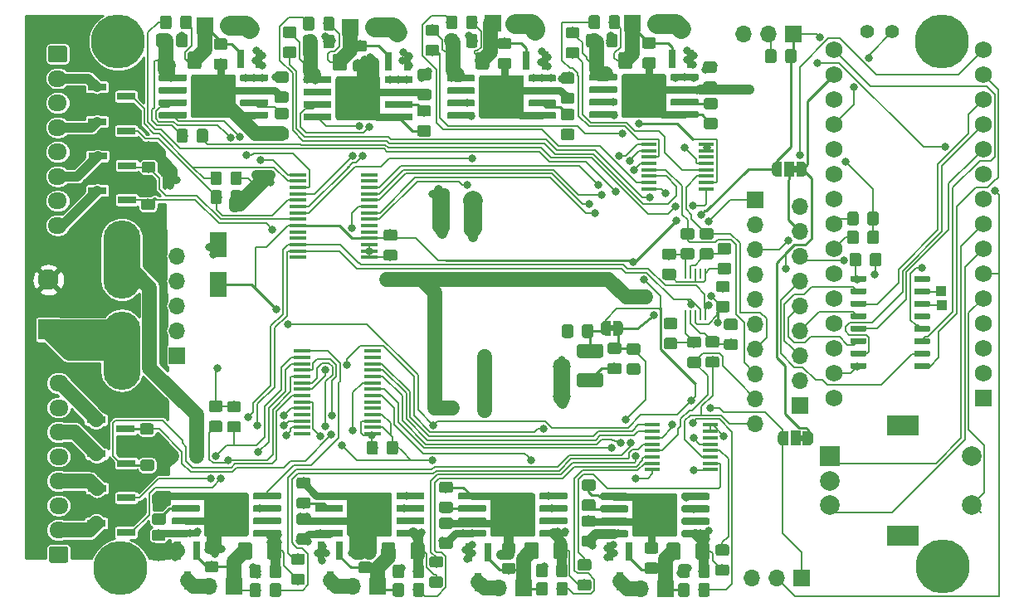
<source format=gbr>
%TF.GenerationSoftware,KiCad,Pcbnew,5.1.4*%
%TF.CreationDate,2019-11-11T17:30:34+01:00*%
%TF.ProjectId,charger2,63686172-6765-4723-922e-6b696361645f,rev?*%
%TF.SameCoordinates,Original*%
%TF.FileFunction,Copper,L1,Top*%
%TF.FilePolarity,Positive*%
%FSLAX46Y46*%
G04 Gerber Fmt 4.6, Leading zero omitted, Abs format (unit mm)*
G04 Created by KiCad (PCBNEW 5.1.4) date 2019-11-11 17:30:34*
%MOMM*%
%LPD*%
G04 APERTURE LIST*
%ADD10C,0.100000*%
%ADD11R,1.800000X2.500000*%
%ADD12C,0.600000*%
%ADD13C,1.150000*%
%ADD14C,1.425000*%
%ADD15R,1.727200X1.727200*%
%ADD16C,1.727200*%
%ADD17C,0.500000*%
%ADD18O,1.700000X1.700000*%
%ADD19R,1.700000X1.700000*%
%ADD20O,3.800000X8.000000*%
%ADD21O,1.950000X1.700000*%
%ADD22C,1.700000*%
%ADD23R,1.000000X1.000000*%
%ADD24R,1.000000X1.500000*%
%ADD25C,5.500000*%
%ADD26R,0.250000X1.100000*%
%ADD27C,0.700000*%
%ADD28C,0.810000*%
%ADD29C,4.450000*%
%ADD30R,1.500000X0.450000*%
%ADD31R,1.750000X0.450000*%
%ADD32R,2.000000X2.000000*%
%ADD33C,2.000000*%
%ADD34R,3.200000X2.000000*%
%ADD35R,0.800000X1.900000*%
%ADD36R,1.900000X0.800000*%
%ADD37R,2.100000X2.100000*%
%ADD38C,2.100000*%
%ADD39C,1.400000*%
%ADD40C,0.800000*%
%ADD41C,1.000000*%
%ADD42C,0.750000*%
%ADD43C,0.200000*%
%ADD44C,0.250000*%
%ADD45C,2.000000*%
%ADD46C,1.500000*%
%ADD47C,0.500000*%
%ADD48C,0.254000*%
G04 APERTURE END LIST*
D10*
G36*
X172992700Y-98250800D02*
G01*
X172492700Y-98250800D01*
X172492700Y-98850800D01*
X172992700Y-98850800D01*
X172992700Y-98250800D01*
G37*
G36*
X192365200Y-110091500D02*
G01*
X191865200Y-110091500D01*
X191865200Y-109491500D01*
X192365200Y-109491500D01*
X192365200Y-110091500D01*
G37*
G36*
X191742900Y-82621400D02*
G01*
X191242900Y-82621400D01*
X191242900Y-82021400D01*
X191742900Y-82021400D01*
X191742900Y-82621400D01*
G37*
D11*
X132562600Y-90068400D03*
X132562600Y-94068400D03*
D10*
G36*
X205057303Y-93223522D02*
G01*
X205071864Y-93225682D01*
X205086143Y-93229259D01*
X205100003Y-93234218D01*
X205113310Y-93240512D01*
X205125936Y-93248080D01*
X205137759Y-93256848D01*
X205148666Y-93266734D01*
X205158552Y-93277641D01*
X205167320Y-93289464D01*
X205174888Y-93302090D01*
X205181182Y-93315397D01*
X205186141Y-93329257D01*
X205189718Y-93343536D01*
X205191878Y-93358097D01*
X205192600Y-93372800D01*
X205192600Y-93672800D01*
X205191878Y-93687503D01*
X205189718Y-93702064D01*
X205186141Y-93716343D01*
X205181182Y-93730203D01*
X205174888Y-93743510D01*
X205167320Y-93756136D01*
X205158552Y-93767959D01*
X205148666Y-93778866D01*
X205137759Y-93788752D01*
X205125936Y-93797520D01*
X205113310Y-93805088D01*
X205100003Y-93811382D01*
X205086143Y-93816341D01*
X205071864Y-93819918D01*
X205057303Y-93822078D01*
X205042600Y-93822800D01*
X203742600Y-93822800D01*
X203727897Y-93822078D01*
X203713336Y-93819918D01*
X203699057Y-93816341D01*
X203685197Y-93811382D01*
X203671890Y-93805088D01*
X203659264Y-93797520D01*
X203647441Y-93788752D01*
X203636534Y-93778866D01*
X203626648Y-93767959D01*
X203617880Y-93756136D01*
X203610312Y-93743510D01*
X203604018Y-93730203D01*
X203599059Y-93716343D01*
X203595482Y-93702064D01*
X203593322Y-93687503D01*
X203592600Y-93672800D01*
X203592600Y-93372800D01*
X203593322Y-93358097D01*
X203595482Y-93343536D01*
X203599059Y-93329257D01*
X203604018Y-93315397D01*
X203610312Y-93302090D01*
X203617880Y-93289464D01*
X203626648Y-93277641D01*
X203636534Y-93266734D01*
X203647441Y-93256848D01*
X203659264Y-93248080D01*
X203671890Y-93240512D01*
X203685197Y-93234218D01*
X203699057Y-93229259D01*
X203713336Y-93225682D01*
X203727897Y-93223522D01*
X203742600Y-93222800D01*
X205042600Y-93222800D01*
X205057303Y-93223522D01*
X205057303Y-93223522D01*
G37*
D12*
X204392600Y-93522800D03*
D10*
G36*
X205057303Y-94493522D02*
G01*
X205071864Y-94495682D01*
X205086143Y-94499259D01*
X205100003Y-94504218D01*
X205113310Y-94510512D01*
X205125936Y-94518080D01*
X205137759Y-94526848D01*
X205148666Y-94536734D01*
X205158552Y-94547641D01*
X205167320Y-94559464D01*
X205174888Y-94572090D01*
X205181182Y-94585397D01*
X205186141Y-94599257D01*
X205189718Y-94613536D01*
X205191878Y-94628097D01*
X205192600Y-94642800D01*
X205192600Y-94942800D01*
X205191878Y-94957503D01*
X205189718Y-94972064D01*
X205186141Y-94986343D01*
X205181182Y-95000203D01*
X205174888Y-95013510D01*
X205167320Y-95026136D01*
X205158552Y-95037959D01*
X205148666Y-95048866D01*
X205137759Y-95058752D01*
X205125936Y-95067520D01*
X205113310Y-95075088D01*
X205100003Y-95081382D01*
X205086143Y-95086341D01*
X205071864Y-95089918D01*
X205057303Y-95092078D01*
X205042600Y-95092800D01*
X203742600Y-95092800D01*
X203727897Y-95092078D01*
X203713336Y-95089918D01*
X203699057Y-95086341D01*
X203685197Y-95081382D01*
X203671890Y-95075088D01*
X203659264Y-95067520D01*
X203647441Y-95058752D01*
X203636534Y-95048866D01*
X203626648Y-95037959D01*
X203617880Y-95026136D01*
X203610312Y-95013510D01*
X203604018Y-95000203D01*
X203599059Y-94986343D01*
X203595482Y-94972064D01*
X203593322Y-94957503D01*
X203592600Y-94942800D01*
X203592600Y-94642800D01*
X203593322Y-94628097D01*
X203595482Y-94613536D01*
X203599059Y-94599257D01*
X203604018Y-94585397D01*
X203610312Y-94572090D01*
X203617880Y-94559464D01*
X203626648Y-94547641D01*
X203636534Y-94536734D01*
X203647441Y-94526848D01*
X203659264Y-94518080D01*
X203671890Y-94510512D01*
X203685197Y-94504218D01*
X203699057Y-94499259D01*
X203713336Y-94495682D01*
X203727897Y-94493522D01*
X203742600Y-94492800D01*
X205042600Y-94492800D01*
X205057303Y-94493522D01*
X205057303Y-94493522D01*
G37*
D12*
X204392600Y-94792800D03*
D10*
G36*
X205057303Y-95763522D02*
G01*
X205071864Y-95765682D01*
X205086143Y-95769259D01*
X205100003Y-95774218D01*
X205113310Y-95780512D01*
X205125936Y-95788080D01*
X205137759Y-95796848D01*
X205148666Y-95806734D01*
X205158552Y-95817641D01*
X205167320Y-95829464D01*
X205174888Y-95842090D01*
X205181182Y-95855397D01*
X205186141Y-95869257D01*
X205189718Y-95883536D01*
X205191878Y-95898097D01*
X205192600Y-95912800D01*
X205192600Y-96212800D01*
X205191878Y-96227503D01*
X205189718Y-96242064D01*
X205186141Y-96256343D01*
X205181182Y-96270203D01*
X205174888Y-96283510D01*
X205167320Y-96296136D01*
X205158552Y-96307959D01*
X205148666Y-96318866D01*
X205137759Y-96328752D01*
X205125936Y-96337520D01*
X205113310Y-96345088D01*
X205100003Y-96351382D01*
X205086143Y-96356341D01*
X205071864Y-96359918D01*
X205057303Y-96362078D01*
X205042600Y-96362800D01*
X203742600Y-96362800D01*
X203727897Y-96362078D01*
X203713336Y-96359918D01*
X203699057Y-96356341D01*
X203685197Y-96351382D01*
X203671890Y-96345088D01*
X203659264Y-96337520D01*
X203647441Y-96328752D01*
X203636534Y-96318866D01*
X203626648Y-96307959D01*
X203617880Y-96296136D01*
X203610312Y-96283510D01*
X203604018Y-96270203D01*
X203599059Y-96256343D01*
X203595482Y-96242064D01*
X203593322Y-96227503D01*
X203592600Y-96212800D01*
X203592600Y-95912800D01*
X203593322Y-95898097D01*
X203595482Y-95883536D01*
X203599059Y-95869257D01*
X203604018Y-95855397D01*
X203610312Y-95842090D01*
X203617880Y-95829464D01*
X203626648Y-95817641D01*
X203636534Y-95806734D01*
X203647441Y-95796848D01*
X203659264Y-95788080D01*
X203671890Y-95780512D01*
X203685197Y-95774218D01*
X203699057Y-95769259D01*
X203713336Y-95765682D01*
X203727897Y-95763522D01*
X203742600Y-95762800D01*
X205042600Y-95762800D01*
X205057303Y-95763522D01*
X205057303Y-95763522D01*
G37*
D12*
X204392600Y-96062800D03*
D10*
G36*
X205057303Y-97033522D02*
G01*
X205071864Y-97035682D01*
X205086143Y-97039259D01*
X205100003Y-97044218D01*
X205113310Y-97050512D01*
X205125936Y-97058080D01*
X205137759Y-97066848D01*
X205148666Y-97076734D01*
X205158552Y-97087641D01*
X205167320Y-97099464D01*
X205174888Y-97112090D01*
X205181182Y-97125397D01*
X205186141Y-97139257D01*
X205189718Y-97153536D01*
X205191878Y-97168097D01*
X205192600Y-97182800D01*
X205192600Y-97482800D01*
X205191878Y-97497503D01*
X205189718Y-97512064D01*
X205186141Y-97526343D01*
X205181182Y-97540203D01*
X205174888Y-97553510D01*
X205167320Y-97566136D01*
X205158552Y-97577959D01*
X205148666Y-97588866D01*
X205137759Y-97598752D01*
X205125936Y-97607520D01*
X205113310Y-97615088D01*
X205100003Y-97621382D01*
X205086143Y-97626341D01*
X205071864Y-97629918D01*
X205057303Y-97632078D01*
X205042600Y-97632800D01*
X203742600Y-97632800D01*
X203727897Y-97632078D01*
X203713336Y-97629918D01*
X203699057Y-97626341D01*
X203685197Y-97621382D01*
X203671890Y-97615088D01*
X203659264Y-97607520D01*
X203647441Y-97598752D01*
X203636534Y-97588866D01*
X203626648Y-97577959D01*
X203617880Y-97566136D01*
X203610312Y-97553510D01*
X203604018Y-97540203D01*
X203599059Y-97526343D01*
X203595482Y-97512064D01*
X203593322Y-97497503D01*
X203592600Y-97482800D01*
X203592600Y-97182800D01*
X203593322Y-97168097D01*
X203595482Y-97153536D01*
X203599059Y-97139257D01*
X203604018Y-97125397D01*
X203610312Y-97112090D01*
X203617880Y-97099464D01*
X203626648Y-97087641D01*
X203636534Y-97076734D01*
X203647441Y-97066848D01*
X203659264Y-97058080D01*
X203671890Y-97050512D01*
X203685197Y-97044218D01*
X203699057Y-97039259D01*
X203713336Y-97035682D01*
X203727897Y-97033522D01*
X203742600Y-97032800D01*
X205042600Y-97032800D01*
X205057303Y-97033522D01*
X205057303Y-97033522D01*
G37*
D12*
X204392600Y-97332800D03*
D10*
G36*
X205057303Y-98303522D02*
G01*
X205071864Y-98305682D01*
X205086143Y-98309259D01*
X205100003Y-98314218D01*
X205113310Y-98320512D01*
X205125936Y-98328080D01*
X205137759Y-98336848D01*
X205148666Y-98346734D01*
X205158552Y-98357641D01*
X205167320Y-98369464D01*
X205174888Y-98382090D01*
X205181182Y-98395397D01*
X205186141Y-98409257D01*
X205189718Y-98423536D01*
X205191878Y-98438097D01*
X205192600Y-98452800D01*
X205192600Y-98752800D01*
X205191878Y-98767503D01*
X205189718Y-98782064D01*
X205186141Y-98796343D01*
X205181182Y-98810203D01*
X205174888Y-98823510D01*
X205167320Y-98836136D01*
X205158552Y-98847959D01*
X205148666Y-98858866D01*
X205137759Y-98868752D01*
X205125936Y-98877520D01*
X205113310Y-98885088D01*
X205100003Y-98891382D01*
X205086143Y-98896341D01*
X205071864Y-98899918D01*
X205057303Y-98902078D01*
X205042600Y-98902800D01*
X203742600Y-98902800D01*
X203727897Y-98902078D01*
X203713336Y-98899918D01*
X203699057Y-98896341D01*
X203685197Y-98891382D01*
X203671890Y-98885088D01*
X203659264Y-98877520D01*
X203647441Y-98868752D01*
X203636534Y-98858866D01*
X203626648Y-98847959D01*
X203617880Y-98836136D01*
X203610312Y-98823510D01*
X203604018Y-98810203D01*
X203599059Y-98796343D01*
X203595482Y-98782064D01*
X203593322Y-98767503D01*
X203592600Y-98752800D01*
X203592600Y-98452800D01*
X203593322Y-98438097D01*
X203595482Y-98423536D01*
X203599059Y-98409257D01*
X203604018Y-98395397D01*
X203610312Y-98382090D01*
X203617880Y-98369464D01*
X203626648Y-98357641D01*
X203636534Y-98346734D01*
X203647441Y-98336848D01*
X203659264Y-98328080D01*
X203671890Y-98320512D01*
X203685197Y-98314218D01*
X203699057Y-98309259D01*
X203713336Y-98305682D01*
X203727897Y-98303522D01*
X203742600Y-98302800D01*
X205042600Y-98302800D01*
X205057303Y-98303522D01*
X205057303Y-98303522D01*
G37*
D12*
X204392600Y-98602800D03*
D10*
G36*
X205057303Y-99573522D02*
G01*
X205071864Y-99575682D01*
X205086143Y-99579259D01*
X205100003Y-99584218D01*
X205113310Y-99590512D01*
X205125936Y-99598080D01*
X205137759Y-99606848D01*
X205148666Y-99616734D01*
X205158552Y-99627641D01*
X205167320Y-99639464D01*
X205174888Y-99652090D01*
X205181182Y-99665397D01*
X205186141Y-99679257D01*
X205189718Y-99693536D01*
X205191878Y-99708097D01*
X205192600Y-99722800D01*
X205192600Y-100022800D01*
X205191878Y-100037503D01*
X205189718Y-100052064D01*
X205186141Y-100066343D01*
X205181182Y-100080203D01*
X205174888Y-100093510D01*
X205167320Y-100106136D01*
X205158552Y-100117959D01*
X205148666Y-100128866D01*
X205137759Y-100138752D01*
X205125936Y-100147520D01*
X205113310Y-100155088D01*
X205100003Y-100161382D01*
X205086143Y-100166341D01*
X205071864Y-100169918D01*
X205057303Y-100172078D01*
X205042600Y-100172800D01*
X203742600Y-100172800D01*
X203727897Y-100172078D01*
X203713336Y-100169918D01*
X203699057Y-100166341D01*
X203685197Y-100161382D01*
X203671890Y-100155088D01*
X203659264Y-100147520D01*
X203647441Y-100138752D01*
X203636534Y-100128866D01*
X203626648Y-100117959D01*
X203617880Y-100106136D01*
X203610312Y-100093510D01*
X203604018Y-100080203D01*
X203599059Y-100066343D01*
X203595482Y-100052064D01*
X203593322Y-100037503D01*
X203592600Y-100022800D01*
X203592600Y-99722800D01*
X203593322Y-99708097D01*
X203595482Y-99693536D01*
X203599059Y-99679257D01*
X203604018Y-99665397D01*
X203610312Y-99652090D01*
X203617880Y-99639464D01*
X203626648Y-99627641D01*
X203636534Y-99616734D01*
X203647441Y-99606848D01*
X203659264Y-99598080D01*
X203671890Y-99590512D01*
X203685197Y-99584218D01*
X203699057Y-99579259D01*
X203713336Y-99575682D01*
X203727897Y-99573522D01*
X203742600Y-99572800D01*
X205042600Y-99572800D01*
X205057303Y-99573522D01*
X205057303Y-99573522D01*
G37*
D12*
X204392600Y-99872800D03*
D10*
G36*
X205057303Y-100843522D02*
G01*
X205071864Y-100845682D01*
X205086143Y-100849259D01*
X205100003Y-100854218D01*
X205113310Y-100860512D01*
X205125936Y-100868080D01*
X205137759Y-100876848D01*
X205148666Y-100886734D01*
X205158552Y-100897641D01*
X205167320Y-100909464D01*
X205174888Y-100922090D01*
X205181182Y-100935397D01*
X205186141Y-100949257D01*
X205189718Y-100963536D01*
X205191878Y-100978097D01*
X205192600Y-100992800D01*
X205192600Y-101292800D01*
X205191878Y-101307503D01*
X205189718Y-101322064D01*
X205186141Y-101336343D01*
X205181182Y-101350203D01*
X205174888Y-101363510D01*
X205167320Y-101376136D01*
X205158552Y-101387959D01*
X205148666Y-101398866D01*
X205137759Y-101408752D01*
X205125936Y-101417520D01*
X205113310Y-101425088D01*
X205100003Y-101431382D01*
X205086143Y-101436341D01*
X205071864Y-101439918D01*
X205057303Y-101442078D01*
X205042600Y-101442800D01*
X203742600Y-101442800D01*
X203727897Y-101442078D01*
X203713336Y-101439918D01*
X203699057Y-101436341D01*
X203685197Y-101431382D01*
X203671890Y-101425088D01*
X203659264Y-101417520D01*
X203647441Y-101408752D01*
X203636534Y-101398866D01*
X203626648Y-101387959D01*
X203617880Y-101376136D01*
X203610312Y-101363510D01*
X203604018Y-101350203D01*
X203599059Y-101336343D01*
X203595482Y-101322064D01*
X203593322Y-101307503D01*
X203592600Y-101292800D01*
X203592600Y-100992800D01*
X203593322Y-100978097D01*
X203595482Y-100963536D01*
X203599059Y-100949257D01*
X203604018Y-100935397D01*
X203610312Y-100922090D01*
X203617880Y-100909464D01*
X203626648Y-100897641D01*
X203636534Y-100886734D01*
X203647441Y-100876848D01*
X203659264Y-100868080D01*
X203671890Y-100860512D01*
X203685197Y-100854218D01*
X203699057Y-100849259D01*
X203713336Y-100845682D01*
X203727897Y-100843522D01*
X203742600Y-100842800D01*
X205042600Y-100842800D01*
X205057303Y-100843522D01*
X205057303Y-100843522D01*
G37*
D12*
X204392600Y-101142800D03*
D10*
G36*
X205057303Y-102113522D02*
G01*
X205071864Y-102115682D01*
X205086143Y-102119259D01*
X205100003Y-102124218D01*
X205113310Y-102130512D01*
X205125936Y-102138080D01*
X205137759Y-102146848D01*
X205148666Y-102156734D01*
X205158552Y-102167641D01*
X205167320Y-102179464D01*
X205174888Y-102192090D01*
X205181182Y-102205397D01*
X205186141Y-102219257D01*
X205189718Y-102233536D01*
X205191878Y-102248097D01*
X205192600Y-102262800D01*
X205192600Y-102562800D01*
X205191878Y-102577503D01*
X205189718Y-102592064D01*
X205186141Y-102606343D01*
X205181182Y-102620203D01*
X205174888Y-102633510D01*
X205167320Y-102646136D01*
X205158552Y-102657959D01*
X205148666Y-102668866D01*
X205137759Y-102678752D01*
X205125936Y-102687520D01*
X205113310Y-102695088D01*
X205100003Y-102701382D01*
X205086143Y-102706341D01*
X205071864Y-102709918D01*
X205057303Y-102712078D01*
X205042600Y-102712800D01*
X203742600Y-102712800D01*
X203727897Y-102712078D01*
X203713336Y-102709918D01*
X203699057Y-102706341D01*
X203685197Y-102701382D01*
X203671890Y-102695088D01*
X203659264Y-102687520D01*
X203647441Y-102678752D01*
X203636534Y-102668866D01*
X203626648Y-102657959D01*
X203617880Y-102646136D01*
X203610312Y-102633510D01*
X203604018Y-102620203D01*
X203599059Y-102606343D01*
X203595482Y-102592064D01*
X203593322Y-102577503D01*
X203592600Y-102562800D01*
X203592600Y-102262800D01*
X203593322Y-102248097D01*
X203595482Y-102233536D01*
X203599059Y-102219257D01*
X203604018Y-102205397D01*
X203610312Y-102192090D01*
X203617880Y-102179464D01*
X203626648Y-102167641D01*
X203636534Y-102156734D01*
X203647441Y-102146848D01*
X203659264Y-102138080D01*
X203671890Y-102130512D01*
X203685197Y-102124218D01*
X203699057Y-102119259D01*
X203713336Y-102115682D01*
X203727897Y-102113522D01*
X203742600Y-102112800D01*
X205042600Y-102112800D01*
X205057303Y-102113522D01*
X205057303Y-102113522D01*
G37*
D12*
X204392600Y-102412800D03*
D10*
G36*
X198557303Y-102113522D02*
G01*
X198571864Y-102115682D01*
X198586143Y-102119259D01*
X198600003Y-102124218D01*
X198613310Y-102130512D01*
X198625936Y-102138080D01*
X198637759Y-102146848D01*
X198648666Y-102156734D01*
X198658552Y-102167641D01*
X198667320Y-102179464D01*
X198674888Y-102192090D01*
X198681182Y-102205397D01*
X198686141Y-102219257D01*
X198689718Y-102233536D01*
X198691878Y-102248097D01*
X198692600Y-102262800D01*
X198692600Y-102562800D01*
X198691878Y-102577503D01*
X198689718Y-102592064D01*
X198686141Y-102606343D01*
X198681182Y-102620203D01*
X198674888Y-102633510D01*
X198667320Y-102646136D01*
X198658552Y-102657959D01*
X198648666Y-102668866D01*
X198637759Y-102678752D01*
X198625936Y-102687520D01*
X198613310Y-102695088D01*
X198600003Y-102701382D01*
X198586143Y-102706341D01*
X198571864Y-102709918D01*
X198557303Y-102712078D01*
X198542600Y-102712800D01*
X197242600Y-102712800D01*
X197227897Y-102712078D01*
X197213336Y-102709918D01*
X197199057Y-102706341D01*
X197185197Y-102701382D01*
X197171890Y-102695088D01*
X197159264Y-102687520D01*
X197147441Y-102678752D01*
X197136534Y-102668866D01*
X197126648Y-102657959D01*
X197117880Y-102646136D01*
X197110312Y-102633510D01*
X197104018Y-102620203D01*
X197099059Y-102606343D01*
X197095482Y-102592064D01*
X197093322Y-102577503D01*
X197092600Y-102562800D01*
X197092600Y-102262800D01*
X197093322Y-102248097D01*
X197095482Y-102233536D01*
X197099059Y-102219257D01*
X197104018Y-102205397D01*
X197110312Y-102192090D01*
X197117880Y-102179464D01*
X197126648Y-102167641D01*
X197136534Y-102156734D01*
X197147441Y-102146848D01*
X197159264Y-102138080D01*
X197171890Y-102130512D01*
X197185197Y-102124218D01*
X197199057Y-102119259D01*
X197213336Y-102115682D01*
X197227897Y-102113522D01*
X197242600Y-102112800D01*
X198542600Y-102112800D01*
X198557303Y-102113522D01*
X198557303Y-102113522D01*
G37*
D12*
X197892600Y-102412800D03*
D10*
G36*
X198557303Y-100843522D02*
G01*
X198571864Y-100845682D01*
X198586143Y-100849259D01*
X198600003Y-100854218D01*
X198613310Y-100860512D01*
X198625936Y-100868080D01*
X198637759Y-100876848D01*
X198648666Y-100886734D01*
X198658552Y-100897641D01*
X198667320Y-100909464D01*
X198674888Y-100922090D01*
X198681182Y-100935397D01*
X198686141Y-100949257D01*
X198689718Y-100963536D01*
X198691878Y-100978097D01*
X198692600Y-100992800D01*
X198692600Y-101292800D01*
X198691878Y-101307503D01*
X198689718Y-101322064D01*
X198686141Y-101336343D01*
X198681182Y-101350203D01*
X198674888Y-101363510D01*
X198667320Y-101376136D01*
X198658552Y-101387959D01*
X198648666Y-101398866D01*
X198637759Y-101408752D01*
X198625936Y-101417520D01*
X198613310Y-101425088D01*
X198600003Y-101431382D01*
X198586143Y-101436341D01*
X198571864Y-101439918D01*
X198557303Y-101442078D01*
X198542600Y-101442800D01*
X197242600Y-101442800D01*
X197227897Y-101442078D01*
X197213336Y-101439918D01*
X197199057Y-101436341D01*
X197185197Y-101431382D01*
X197171890Y-101425088D01*
X197159264Y-101417520D01*
X197147441Y-101408752D01*
X197136534Y-101398866D01*
X197126648Y-101387959D01*
X197117880Y-101376136D01*
X197110312Y-101363510D01*
X197104018Y-101350203D01*
X197099059Y-101336343D01*
X197095482Y-101322064D01*
X197093322Y-101307503D01*
X197092600Y-101292800D01*
X197092600Y-100992800D01*
X197093322Y-100978097D01*
X197095482Y-100963536D01*
X197099059Y-100949257D01*
X197104018Y-100935397D01*
X197110312Y-100922090D01*
X197117880Y-100909464D01*
X197126648Y-100897641D01*
X197136534Y-100886734D01*
X197147441Y-100876848D01*
X197159264Y-100868080D01*
X197171890Y-100860512D01*
X197185197Y-100854218D01*
X197199057Y-100849259D01*
X197213336Y-100845682D01*
X197227897Y-100843522D01*
X197242600Y-100842800D01*
X198542600Y-100842800D01*
X198557303Y-100843522D01*
X198557303Y-100843522D01*
G37*
D12*
X197892600Y-101142800D03*
D10*
G36*
X198557303Y-99573522D02*
G01*
X198571864Y-99575682D01*
X198586143Y-99579259D01*
X198600003Y-99584218D01*
X198613310Y-99590512D01*
X198625936Y-99598080D01*
X198637759Y-99606848D01*
X198648666Y-99616734D01*
X198658552Y-99627641D01*
X198667320Y-99639464D01*
X198674888Y-99652090D01*
X198681182Y-99665397D01*
X198686141Y-99679257D01*
X198689718Y-99693536D01*
X198691878Y-99708097D01*
X198692600Y-99722800D01*
X198692600Y-100022800D01*
X198691878Y-100037503D01*
X198689718Y-100052064D01*
X198686141Y-100066343D01*
X198681182Y-100080203D01*
X198674888Y-100093510D01*
X198667320Y-100106136D01*
X198658552Y-100117959D01*
X198648666Y-100128866D01*
X198637759Y-100138752D01*
X198625936Y-100147520D01*
X198613310Y-100155088D01*
X198600003Y-100161382D01*
X198586143Y-100166341D01*
X198571864Y-100169918D01*
X198557303Y-100172078D01*
X198542600Y-100172800D01*
X197242600Y-100172800D01*
X197227897Y-100172078D01*
X197213336Y-100169918D01*
X197199057Y-100166341D01*
X197185197Y-100161382D01*
X197171890Y-100155088D01*
X197159264Y-100147520D01*
X197147441Y-100138752D01*
X197136534Y-100128866D01*
X197126648Y-100117959D01*
X197117880Y-100106136D01*
X197110312Y-100093510D01*
X197104018Y-100080203D01*
X197099059Y-100066343D01*
X197095482Y-100052064D01*
X197093322Y-100037503D01*
X197092600Y-100022800D01*
X197092600Y-99722800D01*
X197093322Y-99708097D01*
X197095482Y-99693536D01*
X197099059Y-99679257D01*
X197104018Y-99665397D01*
X197110312Y-99652090D01*
X197117880Y-99639464D01*
X197126648Y-99627641D01*
X197136534Y-99616734D01*
X197147441Y-99606848D01*
X197159264Y-99598080D01*
X197171890Y-99590512D01*
X197185197Y-99584218D01*
X197199057Y-99579259D01*
X197213336Y-99575682D01*
X197227897Y-99573522D01*
X197242600Y-99572800D01*
X198542600Y-99572800D01*
X198557303Y-99573522D01*
X198557303Y-99573522D01*
G37*
D12*
X197892600Y-99872800D03*
D10*
G36*
X198557303Y-98303522D02*
G01*
X198571864Y-98305682D01*
X198586143Y-98309259D01*
X198600003Y-98314218D01*
X198613310Y-98320512D01*
X198625936Y-98328080D01*
X198637759Y-98336848D01*
X198648666Y-98346734D01*
X198658552Y-98357641D01*
X198667320Y-98369464D01*
X198674888Y-98382090D01*
X198681182Y-98395397D01*
X198686141Y-98409257D01*
X198689718Y-98423536D01*
X198691878Y-98438097D01*
X198692600Y-98452800D01*
X198692600Y-98752800D01*
X198691878Y-98767503D01*
X198689718Y-98782064D01*
X198686141Y-98796343D01*
X198681182Y-98810203D01*
X198674888Y-98823510D01*
X198667320Y-98836136D01*
X198658552Y-98847959D01*
X198648666Y-98858866D01*
X198637759Y-98868752D01*
X198625936Y-98877520D01*
X198613310Y-98885088D01*
X198600003Y-98891382D01*
X198586143Y-98896341D01*
X198571864Y-98899918D01*
X198557303Y-98902078D01*
X198542600Y-98902800D01*
X197242600Y-98902800D01*
X197227897Y-98902078D01*
X197213336Y-98899918D01*
X197199057Y-98896341D01*
X197185197Y-98891382D01*
X197171890Y-98885088D01*
X197159264Y-98877520D01*
X197147441Y-98868752D01*
X197136534Y-98858866D01*
X197126648Y-98847959D01*
X197117880Y-98836136D01*
X197110312Y-98823510D01*
X197104018Y-98810203D01*
X197099059Y-98796343D01*
X197095482Y-98782064D01*
X197093322Y-98767503D01*
X197092600Y-98752800D01*
X197092600Y-98452800D01*
X197093322Y-98438097D01*
X197095482Y-98423536D01*
X197099059Y-98409257D01*
X197104018Y-98395397D01*
X197110312Y-98382090D01*
X197117880Y-98369464D01*
X197126648Y-98357641D01*
X197136534Y-98346734D01*
X197147441Y-98336848D01*
X197159264Y-98328080D01*
X197171890Y-98320512D01*
X197185197Y-98314218D01*
X197199057Y-98309259D01*
X197213336Y-98305682D01*
X197227897Y-98303522D01*
X197242600Y-98302800D01*
X198542600Y-98302800D01*
X198557303Y-98303522D01*
X198557303Y-98303522D01*
G37*
D12*
X197892600Y-98602800D03*
D10*
G36*
X198557303Y-97033522D02*
G01*
X198571864Y-97035682D01*
X198586143Y-97039259D01*
X198600003Y-97044218D01*
X198613310Y-97050512D01*
X198625936Y-97058080D01*
X198637759Y-97066848D01*
X198648666Y-97076734D01*
X198658552Y-97087641D01*
X198667320Y-97099464D01*
X198674888Y-97112090D01*
X198681182Y-97125397D01*
X198686141Y-97139257D01*
X198689718Y-97153536D01*
X198691878Y-97168097D01*
X198692600Y-97182800D01*
X198692600Y-97482800D01*
X198691878Y-97497503D01*
X198689718Y-97512064D01*
X198686141Y-97526343D01*
X198681182Y-97540203D01*
X198674888Y-97553510D01*
X198667320Y-97566136D01*
X198658552Y-97577959D01*
X198648666Y-97588866D01*
X198637759Y-97598752D01*
X198625936Y-97607520D01*
X198613310Y-97615088D01*
X198600003Y-97621382D01*
X198586143Y-97626341D01*
X198571864Y-97629918D01*
X198557303Y-97632078D01*
X198542600Y-97632800D01*
X197242600Y-97632800D01*
X197227897Y-97632078D01*
X197213336Y-97629918D01*
X197199057Y-97626341D01*
X197185197Y-97621382D01*
X197171890Y-97615088D01*
X197159264Y-97607520D01*
X197147441Y-97598752D01*
X197136534Y-97588866D01*
X197126648Y-97577959D01*
X197117880Y-97566136D01*
X197110312Y-97553510D01*
X197104018Y-97540203D01*
X197099059Y-97526343D01*
X197095482Y-97512064D01*
X197093322Y-97497503D01*
X197092600Y-97482800D01*
X197092600Y-97182800D01*
X197093322Y-97168097D01*
X197095482Y-97153536D01*
X197099059Y-97139257D01*
X197104018Y-97125397D01*
X197110312Y-97112090D01*
X197117880Y-97099464D01*
X197126648Y-97087641D01*
X197136534Y-97076734D01*
X197147441Y-97066848D01*
X197159264Y-97058080D01*
X197171890Y-97050512D01*
X197185197Y-97044218D01*
X197199057Y-97039259D01*
X197213336Y-97035682D01*
X197227897Y-97033522D01*
X197242600Y-97032800D01*
X198542600Y-97032800D01*
X198557303Y-97033522D01*
X198557303Y-97033522D01*
G37*
D12*
X197892600Y-97332800D03*
D10*
G36*
X198557303Y-95763522D02*
G01*
X198571864Y-95765682D01*
X198586143Y-95769259D01*
X198600003Y-95774218D01*
X198613310Y-95780512D01*
X198625936Y-95788080D01*
X198637759Y-95796848D01*
X198648666Y-95806734D01*
X198658552Y-95817641D01*
X198667320Y-95829464D01*
X198674888Y-95842090D01*
X198681182Y-95855397D01*
X198686141Y-95869257D01*
X198689718Y-95883536D01*
X198691878Y-95898097D01*
X198692600Y-95912800D01*
X198692600Y-96212800D01*
X198691878Y-96227503D01*
X198689718Y-96242064D01*
X198686141Y-96256343D01*
X198681182Y-96270203D01*
X198674888Y-96283510D01*
X198667320Y-96296136D01*
X198658552Y-96307959D01*
X198648666Y-96318866D01*
X198637759Y-96328752D01*
X198625936Y-96337520D01*
X198613310Y-96345088D01*
X198600003Y-96351382D01*
X198586143Y-96356341D01*
X198571864Y-96359918D01*
X198557303Y-96362078D01*
X198542600Y-96362800D01*
X197242600Y-96362800D01*
X197227897Y-96362078D01*
X197213336Y-96359918D01*
X197199057Y-96356341D01*
X197185197Y-96351382D01*
X197171890Y-96345088D01*
X197159264Y-96337520D01*
X197147441Y-96328752D01*
X197136534Y-96318866D01*
X197126648Y-96307959D01*
X197117880Y-96296136D01*
X197110312Y-96283510D01*
X197104018Y-96270203D01*
X197099059Y-96256343D01*
X197095482Y-96242064D01*
X197093322Y-96227503D01*
X197092600Y-96212800D01*
X197092600Y-95912800D01*
X197093322Y-95898097D01*
X197095482Y-95883536D01*
X197099059Y-95869257D01*
X197104018Y-95855397D01*
X197110312Y-95842090D01*
X197117880Y-95829464D01*
X197126648Y-95817641D01*
X197136534Y-95806734D01*
X197147441Y-95796848D01*
X197159264Y-95788080D01*
X197171890Y-95780512D01*
X197185197Y-95774218D01*
X197199057Y-95769259D01*
X197213336Y-95765682D01*
X197227897Y-95763522D01*
X197242600Y-95762800D01*
X198542600Y-95762800D01*
X198557303Y-95763522D01*
X198557303Y-95763522D01*
G37*
D12*
X197892600Y-96062800D03*
D10*
G36*
X198557303Y-94493522D02*
G01*
X198571864Y-94495682D01*
X198586143Y-94499259D01*
X198600003Y-94504218D01*
X198613310Y-94510512D01*
X198625936Y-94518080D01*
X198637759Y-94526848D01*
X198648666Y-94536734D01*
X198658552Y-94547641D01*
X198667320Y-94559464D01*
X198674888Y-94572090D01*
X198681182Y-94585397D01*
X198686141Y-94599257D01*
X198689718Y-94613536D01*
X198691878Y-94628097D01*
X198692600Y-94642800D01*
X198692600Y-94942800D01*
X198691878Y-94957503D01*
X198689718Y-94972064D01*
X198686141Y-94986343D01*
X198681182Y-95000203D01*
X198674888Y-95013510D01*
X198667320Y-95026136D01*
X198658552Y-95037959D01*
X198648666Y-95048866D01*
X198637759Y-95058752D01*
X198625936Y-95067520D01*
X198613310Y-95075088D01*
X198600003Y-95081382D01*
X198586143Y-95086341D01*
X198571864Y-95089918D01*
X198557303Y-95092078D01*
X198542600Y-95092800D01*
X197242600Y-95092800D01*
X197227897Y-95092078D01*
X197213336Y-95089918D01*
X197199057Y-95086341D01*
X197185197Y-95081382D01*
X197171890Y-95075088D01*
X197159264Y-95067520D01*
X197147441Y-95058752D01*
X197136534Y-95048866D01*
X197126648Y-95037959D01*
X197117880Y-95026136D01*
X197110312Y-95013510D01*
X197104018Y-95000203D01*
X197099059Y-94986343D01*
X197095482Y-94972064D01*
X197093322Y-94957503D01*
X197092600Y-94942800D01*
X197092600Y-94642800D01*
X197093322Y-94628097D01*
X197095482Y-94613536D01*
X197099059Y-94599257D01*
X197104018Y-94585397D01*
X197110312Y-94572090D01*
X197117880Y-94559464D01*
X197126648Y-94547641D01*
X197136534Y-94536734D01*
X197147441Y-94526848D01*
X197159264Y-94518080D01*
X197171890Y-94510512D01*
X197185197Y-94504218D01*
X197199057Y-94499259D01*
X197213336Y-94495682D01*
X197227897Y-94493522D01*
X197242600Y-94492800D01*
X198542600Y-94492800D01*
X198557303Y-94493522D01*
X198557303Y-94493522D01*
G37*
D12*
X197892600Y-94792800D03*
D10*
G36*
X198557303Y-93223522D02*
G01*
X198571864Y-93225682D01*
X198586143Y-93229259D01*
X198600003Y-93234218D01*
X198613310Y-93240512D01*
X198625936Y-93248080D01*
X198637759Y-93256848D01*
X198648666Y-93266734D01*
X198658552Y-93277641D01*
X198667320Y-93289464D01*
X198674888Y-93302090D01*
X198681182Y-93315397D01*
X198686141Y-93329257D01*
X198689718Y-93343536D01*
X198691878Y-93358097D01*
X198692600Y-93372800D01*
X198692600Y-93672800D01*
X198691878Y-93687503D01*
X198689718Y-93702064D01*
X198686141Y-93716343D01*
X198681182Y-93730203D01*
X198674888Y-93743510D01*
X198667320Y-93756136D01*
X198658552Y-93767959D01*
X198648666Y-93778866D01*
X198637759Y-93788752D01*
X198625936Y-93797520D01*
X198613310Y-93805088D01*
X198600003Y-93811382D01*
X198586143Y-93816341D01*
X198571864Y-93819918D01*
X198557303Y-93822078D01*
X198542600Y-93822800D01*
X197242600Y-93822800D01*
X197227897Y-93822078D01*
X197213336Y-93819918D01*
X197199057Y-93816341D01*
X197185197Y-93811382D01*
X197171890Y-93805088D01*
X197159264Y-93797520D01*
X197147441Y-93788752D01*
X197136534Y-93778866D01*
X197126648Y-93767959D01*
X197117880Y-93756136D01*
X197110312Y-93743510D01*
X197104018Y-93730203D01*
X197099059Y-93716343D01*
X197095482Y-93702064D01*
X197093322Y-93687503D01*
X197092600Y-93672800D01*
X197092600Y-93372800D01*
X197093322Y-93358097D01*
X197095482Y-93343536D01*
X197099059Y-93329257D01*
X197104018Y-93315397D01*
X197110312Y-93302090D01*
X197117880Y-93289464D01*
X197126648Y-93277641D01*
X197136534Y-93266734D01*
X197147441Y-93256848D01*
X197159264Y-93248080D01*
X197171890Y-93240512D01*
X197185197Y-93234218D01*
X197199057Y-93229259D01*
X197213336Y-93225682D01*
X197227897Y-93223522D01*
X197242600Y-93222800D01*
X198542600Y-93222800D01*
X198557303Y-93223522D01*
X198557303Y-93223522D01*
G37*
D12*
X197892600Y-93522800D03*
D10*
G36*
X148642105Y-110070604D02*
G01*
X148666373Y-110074204D01*
X148690172Y-110080165D01*
X148713271Y-110088430D01*
X148735450Y-110098920D01*
X148756493Y-110111532D01*
X148776199Y-110126147D01*
X148794377Y-110142623D01*
X148810853Y-110160801D01*
X148825468Y-110180507D01*
X148838080Y-110201550D01*
X148848570Y-110223729D01*
X148856835Y-110246828D01*
X148862796Y-110270627D01*
X148866396Y-110294895D01*
X148867600Y-110319399D01*
X148867600Y-111219401D01*
X148866396Y-111243905D01*
X148862796Y-111268173D01*
X148856835Y-111291972D01*
X148848570Y-111315071D01*
X148838080Y-111337250D01*
X148825468Y-111358293D01*
X148810853Y-111377999D01*
X148794377Y-111396177D01*
X148776199Y-111412653D01*
X148756493Y-111427268D01*
X148735450Y-111439880D01*
X148713271Y-111450370D01*
X148690172Y-111458635D01*
X148666373Y-111464596D01*
X148642105Y-111468196D01*
X148617601Y-111469400D01*
X147967599Y-111469400D01*
X147943095Y-111468196D01*
X147918827Y-111464596D01*
X147895028Y-111458635D01*
X147871929Y-111450370D01*
X147849750Y-111439880D01*
X147828707Y-111427268D01*
X147809001Y-111412653D01*
X147790823Y-111396177D01*
X147774347Y-111377999D01*
X147759732Y-111358293D01*
X147747120Y-111337250D01*
X147736630Y-111315071D01*
X147728365Y-111291972D01*
X147722404Y-111268173D01*
X147718804Y-111243905D01*
X147717600Y-111219401D01*
X147717600Y-110319399D01*
X147718804Y-110294895D01*
X147722404Y-110270627D01*
X147728365Y-110246828D01*
X147736630Y-110223729D01*
X147747120Y-110201550D01*
X147759732Y-110180507D01*
X147774347Y-110160801D01*
X147790823Y-110142623D01*
X147809001Y-110126147D01*
X147828707Y-110111532D01*
X147849750Y-110098920D01*
X147871929Y-110088430D01*
X147895028Y-110080165D01*
X147918827Y-110074204D01*
X147943095Y-110070604D01*
X147967599Y-110069400D01*
X148617601Y-110069400D01*
X148642105Y-110070604D01*
X148642105Y-110070604D01*
G37*
D13*
X148292600Y-110769400D03*
D10*
G36*
X150692105Y-110070604D02*
G01*
X150716373Y-110074204D01*
X150740172Y-110080165D01*
X150763271Y-110088430D01*
X150785450Y-110098920D01*
X150806493Y-110111532D01*
X150826199Y-110126147D01*
X150844377Y-110142623D01*
X150860853Y-110160801D01*
X150875468Y-110180507D01*
X150888080Y-110201550D01*
X150898570Y-110223729D01*
X150906835Y-110246828D01*
X150912796Y-110270627D01*
X150916396Y-110294895D01*
X150917600Y-110319399D01*
X150917600Y-111219401D01*
X150916396Y-111243905D01*
X150912796Y-111268173D01*
X150906835Y-111291972D01*
X150898570Y-111315071D01*
X150888080Y-111337250D01*
X150875468Y-111358293D01*
X150860853Y-111377999D01*
X150844377Y-111396177D01*
X150826199Y-111412653D01*
X150806493Y-111427268D01*
X150785450Y-111439880D01*
X150763271Y-111450370D01*
X150740172Y-111458635D01*
X150716373Y-111464596D01*
X150692105Y-111468196D01*
X150667601Y-111469400D01*
X150017599Y-111469400D01*
X149993095Y-111468196D01*
X149968827Y-111464596D01*
X149945028Y-111458635D01*
X149921929Y-111450370D01*
X149899750Y-111439880D01*
X149878707Y-111427268D01*
X149859001Y-111412653D01*
X149840823Y-111396177D01*
X149824347Y-111377999D01*
X149809732Y-111358293D01*
X149797120Y-111337250D01*
X149786630Y-111315071D01*
X149778365Y-111291972D01*
X149772404Y-111268173D01*
X149768804Y-111243905D01*
X149767600Y-111219401D01*
X149767600Y-110319399D01*
X149768804Y-110294895D01*
X149772404Y-110270627D01*
X149778365Y-110246828D01*
X149786630Y-110223729D01*
X149797120Y-110201550D01*
X149809732Y-110180507D01*
X149824347Y-110160801D01*
X149840823Y-110142623D01*
X149859001Y-110126147D01*
X149878707Y-110111532D01*
X149899750Y-110098920D01*
X149921929Y-110088430D01*
X149945028Y-110080165D01*
X149968827Y-110074204D01*
X149993095Y-110070604D01*
X150017599Y-110069400D01*
X150667601Y-110069400D01*
X150692105Y-110070604D01*
X150692105Y-110070604D01*
G37*
D13*
X150342600Y-110769400D03*
D10*
G36*
X150613905Y-90528604D02*
G01*
X150638173Y-90532204D01*
X150661972Y-90538165D01*
X150685071Y-90546430D01*
X150707250Y-90556920D01*
X150728293Y-90569532D01*
X150747999Y-90584147D01*
X150766177Y-90600623D01*
X150782653Y-90618801D01*
X150797268Y-90638507D01*
X150809880Y-90659550D01*
X150820370Y-90681729D01*
X150828635Y-90704828D01*
X150834596Y-90728627D01*
X150838196Y-90752895D01*
X150839400Y-90777399D01*
X150839400Y-91427401D01*
X150838196Y-91451905D01*
X150834596Y-91476173D01*
X150828635Y-91499972D01*
X150820370Y-91523071D01*
X150809880Y-91545250D01*
X150797268Y-91566293D01*
X150782653Y-91585999D01*
X150766177Y-91604177D01*
X150747999Y-91620653D01*
X150728293Y-91635268D01*
X150707250Y-91647880D01*
X150685071Y-91658370D01*
X150661972Y-91666635D01*
X150638173Y-91672596D01*
X150613905Y-91676196D01*
X150589401Y-91677400D01*
X149689399Y-91677400D01*
X149664895Y-91676196D01*
X149640627Y-91672596D01*
X149616828Y-91666635D01*
X149593729Y-91658370D01*
X149571550Y-91647880D01*
X149550507Y-91635268D01*
X149530801Y-91620653D01*
X149512623Y-91604177D01*
X149496147Y-91585999D01*
X149481532Y-91566293D01*
X149468920Y-91545250D01*
X149458430Y-91523071D01*
X149450165Y-91499972D01*
X149444204Y-91476173D01*
X149440604Y-91451905D01*
X149439400Y-91427401D01*
X149439400Y-90777399D01*
X149440604Y-90752895D01*
X149444204Y-90728627D01*
X149450165Y-90704828D01*
X149458430Y-90681729D01*
X149468920Y-90659550D01*
X149481532Y-90638507D01*
X149496147Y-90618801D01*
X149512623Y-90600623D01*
X149530801Y-90584147D01*
X149550507Y-90569532D01*
X149571550Y-90556920D01*
X149593729Y-90546430D01*
X149616828Y-90538165D01*
X149640627Y-90532204D01*
X149664895Y-90528604D01*
X149689399Y-90527400D01*
X150589401Y-90527400D01*
X150613905Y-90528604D01*
X150613905Y-90528604D01*
G37*
D13*
X150139400Y-91102400D03*
D10*
G36*
X150613905Y-88478604D02*
G01*
X150638173Y-88482204D01*
X150661972Y-88488165D01*
X150685071Y-88496430D01*
X150707250Y-88506920D01*
X150728293Y-88519532D01*
X150747999Y-88534147D01*
X150766177Y-88550623D01*
X150782653Y-88568801D01*
X150797268Y-88588507D01*
X150809880Y-88609550D01*
X150820370Y-88631729D01*
X150828635Y-88654828D01*
X150834596Y-88678627D01*
X150838196Y-88702895D01*
X150839400Y-88727399D01*
X150839400Y-89377401D01*
X150838196Y-89401905D01*
X150834596Y-89426173D01*
X150828635Y-89449972D01*
X150820370Y-89473071D01*
X150809880Y-89495250D01*
X150797268Y-89516293D01*
X150782653Y-89535999D01*
X150766177Y-89554177D01*
X150747999Y-89570653D01*
X150728293Y-89585268D01*
X150707250Y-89597880D01*
X150685071Y-89608370D01*
X150661972Y-89616635D01*
X150638173Y-89622596D01*
X150613905Y-89626196D01*
X150589401Y-89627400D01*
X149689399Y-89627400D01*
X149664895Y-89626196D01*
X149640627Y-89622596D01*
X149616828Y-89616635D01*
X149593729Y-89608370D01*
X149571550Y-89597880D01*
X149550507Y-89585268D01*
X149530801Y-89570653D01*
X149512623Y-89554177D01*
X149496147Y-89535999D01*
X149481532Y-89516293D01*
X149468920Y-89495250D01*
X149458430Y-89473071D01*
X149450165Y-89449972D01*
X149444204Y-89426173D01*
X149440604Y-89401905D01*
X149439400Y-89377401D01*
X149439400Y-88727399D01*
X149440604Y-88702895D01*
X149444204Y-88678627D01*
X149450165Y-88654828D01*
X149458430Y-88631729D01*
X149468920Y-88609550D01*
X149481532Y-88588507D01*
X149496147Y-88568801D01*
X149512623Y-88550623D01*
X149530801Y-88534147D01*
X149550507Y-88519532D01*
X149571550Y-88506920D01*
X149593729Y-88496430D01*
X149616828Y-88488165D01*
X149640627Y-88482204D01*
X149664895Y-88478604D01*
X149689399Y-88477400D01*
X150589401Y-88477400D01*
X150613905Y-88478604D01*
X150613905Y-88478604D01*
G37*
D13*
X150139400Y-89052400D03*
D10*
G36*
X171609704Y-100163204D02*
G01*
X171633973Y-100166804D01*
X171657771Y-100172765D01*
X171680871Y-100181030D01*
X171703049Y-100191520D01*
X171724093Y-100204133D01*
X171743798Y-100218747D01*
X171761977Y-100235223D01*
X171778453Y-100253402D01*
X171793067Y-100273107D01*
X171805680Y-100294151D01*
X171816170Y-100316329D01*
X171824435Y-100339429D01*
X171830396Y-100363227D01*
X171833996Y-100387496D01*
X171835200Y-100412000D01*
X171835200Y-101337000D01*
X171833996Y-101361504D01*
X171830396Y-101385773D01*
X171824435Y-101409571D01*
X171816170Y-101432671D01*
X171805680Y-101454849D01*
X171793067Y-101475893D01*
X171778453Y-101495598D01*
X171761977Y-101513777D01*
X171743798Y-101530253D01*
X171724093Y-101544867D01*
X171703049Y-101557480D01*
X171680871Y-101567970D01*
X171657771Y-101576235D01*
X171633973Y-101582196D01*
X171609704Y-101585796D01*
X171585200Y-101587000D01*
X169435200Y-101587000D01*
X169410696Y-101585796D01*
X169386427Y-101582196D01*
X169362629Y-101576235D01*
X169339529Y-101567970D01*
X169317351Y-101557480D01*
X169296307Y-101544867D01*
X169276602Y-101530253D01*
X169258423Y-101513777D01*
X169241947Y-101495598D01*
X169227333Y-101475893D01*
X169214720Y-101454849D01*
X169204230Y-101432671D01*
X169195965Y-101409571D01*
X169190004Y-101385773D01*
X169186404Y-101361504D01*
X169185200Y-101337000D01*
X169185200Y-100412000D01*
X169186404Y-100387496D01*
X169190004Y-100363227D01*
X169195965Y-100339429D01*
X169204230Y-100316329D01*
X169214720Y-100294151D01*
X169227333Y-100273107D01*
X169241947Y-100253402D01*
X169258423Y-100235223D01*
X169276602Y-100218747D01*
X169296307Y-100204133D01*
X169317351Y-100191520D01*
X169339529Y-100181030D01*
X169362629Y-100172765D01*
X169386427Y-100166804D01*
X169410696Y-100163204D01*
X169435200Y-100162000D01*
X171585200Y-100162000D01*
X171609704Y-100163204D01*
X171609704Y-100163204D01*
G37*
D14*
X170510200Y-100874500D03*
D10*
G36*
X171609704Y-103138204D02*
G01*
X171633973Y-103141804D01*
X171657771Y-103147765D01*
X171680871Y-103156030D01*
X171703049Y-103166520D01*
X171724093Y-103179133D01*
X171743798Y-103193747D01*
X171761977Y-103210223D01*
X171778453Y-103228402D01*
X171793067Y-103248107D01*
X171805680Y-103269151D01*
X171816170Y-103291329D01*
X171824435Y-103314429D01*
X171830396Y-103338227D01*
X171833996Y-103362496D01*
X171835200Y-103387000D01*
X171835200Y-104312000D01*
X171833996Y-104336504D01*
X171830396Y-104360773D01*
X171824435Y-104384571D01*
X171816170Y-104407671D01*
X171805680Y-104429849D01*
X171793067Y-104450893D01*
X171778453Y-104470598D01*
X171761977Y-104488777D01*
X171743798Y-104505253D01*
X171724093Y-104519867D01*
X171703049Y-104532480D01*
X171680871Y-104542970D01*
X171657771Y-104551235D01*
X171633973Y-104557196D01*
X171609704Y-104560796D01*
X171585200Y-104562000D01*
X169435200Y-104562000D01*
X169410696Y-104560796D01*
X169386427Y-104557196D01*
X169362629Y-104551235D01*
X169339529Y-104542970D01*
X169317351Y-104532480D01*
X169296307Y-104519867D01*
X169276602Y-104505253D01*
X169258423Y-104488777D01*
X169241947Y-104470598D01*
X169227333Y-104450893D01*
X169214720Y-104429849D01*
X169204230Y-104407671D01*
X169195965Y-104384571D01*
X169190004Y-104360773D01*
X169186404Y-104336504D01*
X169185200Y-104312000D01*
X169185200Y-103387000D01*
X169186404Y-103362496D01*
X169190004Y-103338227D01*
X169195965Y-103314429D01*
X169204230Y-103291329D01*
X169214720Y-103269151D01*
X169227333Y-103248107D01*
X169241947Y-103228402D01*
X169258423Y-103210223D01*
X169276602Y-103193747D01*
X169296307Y-103179133D01*
X169317351Y-103166520D01*
X169339529Y-103156030D01*
X169362629Y-103147765D01*
X169386427Y-103141804D01*
X169410696Y-103138204D01*
X169435200Y-103137000D01*
X171585200Y-103137000D01*
X171609704Y-103138204D01*
X171609704Y-103138204D01*
G37*
D14*
X170510200Y-103849500D03*
D15*
X210616800Y-105689400D03*
D16*
X210616800Y-103149400D03*
X210616800Y-100609400D03*
X210616800Y-98069400D03*
X210616800Y-95529400D03*
X210616800Y-92989400D03*
X210616800Y-90449400D03*
X210616800Y-87909400D03*
X210616800Y-85369400D03*
X210616800Y-82829400D03*
X210616800Y-80289400D03*
X210616800Y-77749400D03*
X210616800Y-75209400D03*
X210616800Y-72669400D03*
X210616800Y-70129400D03*
X195376800Y-70129400D03*
X195376800Y-72669400D03*
X195376800Y-75209400D03*
X195376800Y-77749400D03*
X195376800Y-80289400D03*
X195376800Y-82829400D03*
X195376800Y-85369400D03*
X195376800Y-87909400D03*
X195376800Y-90449400D03*
X195376800Y-92989400D03*
X195376800Y-95529400D03*
X195376800Y-98069400D03*
X195376800Y-100609400D03*
X195376800Y-103149400D03*
X195376800Y-105689400D03*
D10*
G36*
X173473905Y-102102004D02*
G01*
X173498173Y-102105604D01*
X173521972Y-102111565D01*
X173545071Y-102119830D01*
X173567250Y-102130320D01*
X173588293Y-102142932D01*
X173607999Y-102157547D01*
X173626177Y-102174023D01*
X173642653Y-102192201D01*
X173657268Y-102211907D01*
X173669880Y-102232950D01*
X173680370Y-102255129D01*
X173688635Y-102278228D01*
X173694596Y-102302027D01*
X173698196Y-102326295D01*
X173699400Y-102350799D01*
X173699400Y-103000801D01*
X173698196Y-103025305D01*
X173694596Y-103049573D01*
X173688635Y-103073372D01*
X173680370Y-103096471D01*
X173669880Y-103118650D01*
X173657268Y-103139693D01*
X173642653Y-103159399D01*
X173626177Y-103177577D01*
X173607999Y-103194053D01*
X173588293Y-103208668D01*
X173567250Y-103221280D01*
X173545071Y-103231770D01*
X173521972Y-103240035D01*
X173498173Y-103245996D01*
X173473905Y-103249596D01*
X173449401Y-103250800D01*
X172549399Y-103250800D01*
X172524895Y-103249596D01*
X172500627Y-103245996D01*
X172476828Y-103240035D01*
X172453729Y-103231770D01*
X172431550Y-103221280D01*
X172410507Y-103208668D01*
X172390801Y-103194053D01*
X172372623Y-103177577D01*
X172356147Y-103159399D01*
X172341532Y-103139693D01*
X172328920Y-103118650D01*
X172318430Y-103096471D01*
X172310165Y-103073372D01*
X172304204Y-103049573D01*
X172300604Y-103025305D01*
X172299400Y-103000801D01*
X172299400Y-102350799D01*
X172300604Y-102326295D01*
X172304204Y-102302027D01*
X172310165Y-102278228D01*
X172318430Y-102255129D01*
X172328920Y-102232950D01*
X172341532Y-102211907D01*
X172356147Y-102192201D01*
X172372623Y-102174023D01*
X172390801Y-102157547D01*
X172410507Y-102142932D01*
X172431550Y-102130320D01*
X172453729Y-102119830D01*
X172476828Y-102111565D01*
X172500627Y-102105604D01*
X172524895Y-102102004D01*
X172549399Y-102100800D01*
X173449401Y-102100800D01*
X173473905Y-102102004D01*
X173473905Y-102102004D01*
G37*
D13*
X172999400Y-102675800D03*
D10*
G36*
X173473905Y-100052004D02*
G01*
X173498173Y-100055604D01*
X173521972Y-100061565D01*
X173545071Y-100069830D01*
X173567250Y-100080320D01*
X173588293Y-100092932D01*
X173607999Y-100107547D01*
X173626177Y-100124023D01*
X173642653Y-100142201D01*
X173657268Y-100161907D01*
X173669880Y-100182950D01*
X173680370Y-100205129D01*
X173688635Y-100228228D01*
X173694596Y-100252027D01*
X173698196Y-100276295D01*
X173699400Y-100300799D01*
X173699400Y-100950801D01*
X173698196Y-100975305D01*
X173694596Y-100999573D01*
X173688635Y-101023372D01*
X173680370Y-101046471D01*
X173669880Y-101068650D01*
X173657268Y-101089693D01*
X173642653Y-101109399D01*
X173626177Y-101127577D01*
X173607999Y-101144053D01*
X173588293Y-101158668D01*
X173567250Y-101171280D01*
X173545071Y-101181770D01*
X173521972Y-101190035D01*
X173498173Y-101195996D01*
X173473905Y-101199596D01*
X173449401Y-101200800D01*
X172549399Y-101200800D01*
X172524895Y-101199596D01*
X172500627Y-101195996D01*
X172476828Y-101190035D01*
X172453729Y-101181770D01*
X172431550Y-101171280D01*
X172410507Y-101158668D01*
X172390801Y-101144053D01*
X172372623Y-101127577D01*
X172356147Y-101109399D01*
X172341532Y-101089693D01*
X172328920Y-101068650D01*
X172318430Y-101046471D01*
X172310165Y-101023372D01*
X172304204Y-100999573D01*
X172300604Y-100975305D01*
X172299400Y-100950801D01*
X172299400Y-100300799D01*
X172300604Y-100276295D01*
X172304204Y-100252027D01*
X172310165Y-100228228D01*
X172318430Y-100205129D01*
X172328920Y-100182950D01*
X172341532Y-100161907D01*
X172356147Y-100142201D01*
X172372623Y-100124023D01*
X172390801Y-100107547D01*
X172410507Y-100092932D01*
X172431550Y-100080320D01*
X172453729Y-100069830D01*
X172476828Y-100061565D01*
X172500627Y-100055604D01*
X172524895Y-100052004D01*
X172549399Y-100050800D01*
X173449401Y-100050800D01*
X173473905Y-100052004D01*
X173473905Y-100052004D01*
G37*
D13*
X172999400Y-100625800D03*
D10*
G36*
X189287405Y-70078304D02*
G01*
X189311673Y-70081904D01*
X189335472Y-70087865D01*
X189358571Y-70096130D01*
X189380750Y-70106620D01*
X189401793Y-70119232D01*
X189421499Y-70133847D01*
X189439677Y-70150323D01*
X189456153Y-70168501D01*
X189470768Y-70188207D01*
X189483380Y-70209250D01*
X189493870Y-70231429D01*
X189502135Y-70254528D01*
X189508096Y-70278327D01*
X189511696Y-70302595D01*
X189512900Y-70327099D01*
X189512900Y-71227101D01*
X189511696Y-71251605D01*
X189508096Y-71275873D01*
X189502135Y-71299672D01*
X189493870Y-71322771D01*
X189483380Y-71344950D01*
X189470768Y-71365993D01*
X189456153Y-71385699D01*
X189439677Y-71403877D01*
X189421499Y-71420353D01*
X189401793Y-71434968D01*
X189380750Y-71447580D01*
X189358571Y-71458070D01*
X189335472Y-71466335D01*
X189311673Y-71472296D01*
X189287405Y-71475896D01*
X189262901Y-71477100D01*
X188612899Y-71477100D01*
X188588395Y-71475896D01*
X188564127Y-71472296D01*
X188540328Y-71466335D01*
X188517229Y-71458070D01*
X188495050Y-71447580D01*
X188474007Y-71434968D01*
X188454301Y-71420353D01*
X188436123Y-71403877D01*
X188419647Y-71385699D01*
X188405032Y-71365993D01*
X188392420Y-71344950D01*
X188381930Y-71322771D01*
X188373665Y-71299672D01*
X188367704Y-71275873D01*
X188364104Y-71251605D01*
X188362900Y-71227101D01*
X188362900Y-70327099D01*
X188364104Y-70302595D01*
X188367704Y-70278327D01*
X188373665Y-70254528D01*
X188381930Y-70231429D01*
X188392420Y-70209250D01*
X188405032Y-70188207D01*
X188419647Y-70168501D01*
X188436123Y-70150323D01*
X188454301Y-70133847D01*
X188474007Y-70119232D01*
X188495050Y-70106620D01*
X188517229Y-70096130D01*
X188540328Y-70087865D01*
X188564127Y-70081904D01*
X188588395Y-70078304D01*
X188612899Y-70077100D01*
X189262901Y-70077100D01*
X189287405Y-70078304D01*
X189287405Y-70078304D01*
G37*
D13*
X188937900Y-70777100D03*
D10*
G36*
X191337405Y-70078304D02*
G01*
X191361673Y-70081904D01*
X191385472Y-70087865D01*
X191408571Y-70096130D01*
X191430750Y-70106620D01*
X191451793Y-70119232D01*
X191471499Y-70133847D01*
X191489677Y-70150323D01*
X191506153Y-70168501D01*
X191520768Y-70188207D01*
X191533380Y-70209250D01*
X191543870Y-70231429D01*
X191552135Y-70254528D01*
X191558096Y-70278327D01*
X191561696Y-70302595D01*
X191562900Y-70327099D01*
X191562900Y-71227101D01*
X191561696Y-71251605D01*
X191558096Y-71275873D01*
X191552135Y-71299672D01*
X191543870Y-71322771D01*
X191533380Y-71344950D01*
X191520768Y-71365993D01*
X191506153Y-71385699D01*
X191489677Y-71403877D01*
X191471499Y-71420353D01*
X191451793Y-71434968D01*
X191430750Y-71447580D01*
X191408571Y-71458070D01*
X191385472Y-71466335D01*
X191361673Y-71472296D01*
X191337405Y-71475896D01*
X191312901Y-71477100D01*
X190662899Y-71477100D01*
X190638395Y-71475896D01*
X190614127Y-71472296D01*
X190590328Y-71466335D01*
X190567229Y-71458070D01*
X190545050Y-71447580D01*
X190524007Y-71434968D01*
X190504301Y-71420353D01*
X190486123Y-71403877D01*
X190469647Y-71385699D01*
X190455032Y-71365993D01*
X190442420Y-71344950D01*
X190431930Y-71322771D01*
X190423665Y-71299672D01*
X190417704Y-71275873D01*
X190414104Y-71251605D01*
X190412900Y-71227101D01*
X190412900Y-70327099D01*
X190414104Y-70302595D01*
X190417704Y-70278327D01*
X190423665Y-70254528D01*
X190431930Y-70231429D01*
X190442420Y-70209250D01*
X190455032Y-70188207D01*
X190469647Y-70168501D01*
X190486123Y-70150323D01*
X190504301Y-70133847D01*
X190524007Y-70119232D01*
X190545050Y-70106620D01*
X190567229Y-70096130D01*
X190590328Y-70087865D01*
X190614127Y-70081904D01*
X190638395Y-70078304D01*
X190662899Y-70077100D01*
X191312901Y-70077100D01*
X191337405Y-70078304D01*
X191337405Y-70078304D01*
G37*
D13*
X190987900Y-70777100D03*
D17*
X172092700Y-98550800D03*
D10*
G36*
X172592700Y-99300800D02*
G01*
X172092700Y-99300800D01*
X172092700Y-99300198D01*
X172068166Y-99300198D01*
X172019335Y-99295388D01*
X171971210Y-99285816D01*
X171924255Y-99271572D01*
X171878922Y-99252795D01*
X171835649Y-99229664D01*
X171794850Y-99202404D01*
X171756921Y-99171276D01*
X171722224Y-99136579D01*
X171691096Y-99098650D01*
X171663836Y-99057851D01*
X171640705Y-99014578D01*
X171621928Y-98969245D01*
X171607684Y-98922290D01*
X171598112Y-98874165D01*
X171593302Y-98825334D01*
X171593302Y-98800800D01*
X171592700Y-98800800D01*
X171592700Y-98300800D01*
X171593302Y-98300800D01*
X171593302Y-98276266D01*
X171598112Y-98227435D01*
X171607684Y-98179310D01*
X171621928Y-98132355D01*
X171640705Y-98087022D01*
X171663836Y-98043749D01*
X171691096Y-98002950D01*
X171722224Y-97965021D01*
X171756921Y-97930324D01*
X171794850Y-97899196D01*
X171835649Y-97871936D01*
X171878922Y-97848805D01*
X171924255Y-97830028D01*
X171971210Y-97815784D01*
X172019335Y-97806212D01*
X172068166Y-97801402D01*
X172092700Y-97801402D01*
X172092700Y-97800800D01*
X172592700Y-97800800D01*
X172592700Y-99300800D01*
X172592700Y-99300800D01*
G37*
D17*
X173392700Y-98550800D03*
D10*
G36*
X173392700Y-97801402D02*
G01*
X173417234Y-97801402D01*
X173466065Y-97806212D01*
X173514190Y-97815784D01*
X173561145Y-97830028D01*
X173606478Y-97848805D01*
X173649751Y-97871936D01*
X173690550Y-97899196D01*
X173728479Y-97930324D01*
X173763176Y-97965021D01*
X173794304Y-98002950D01*
X173821564Y-98043749D01*
X173844695Y-98087022D01*
X173863472Y-98132355D01*
X173877716Y-98179310D01*
X173887288Y-98227435D01*
X173892098Y-98276266D01*
X173892098Y-98300800D01*
X173892700Y-98300800D01*
X173892700Y-98800800D01*
X173892098Y-98800800D01*
X173892098Y-98825334D01*
X173887288Y-98874165D01*
X173877716Y-98922290D01*
X173863472Y-98969245D01*
X173844695Y-99014578D01*
X173821564Y-99057851D01*
X173794304Y-99098650D01*
X173763176Y-99136579D01*
X173728479Y-99171276D01*
X173690550Y-99202404D01*
X173649751Y-99229664D01*
X173606478Y-99252795D01*
X173561145Y-99271572D01*
X173514190Y-99285816D01*
X173466065Y-99295388D01*
X173417234Y-99300198D01*
X173392700Y-99300198D01*
X173392700Y-99300800D01*
X172892700Y-99300800D01*
X172892700Y-97800800D01*
X173392700Y-97800800D01*
X173392700Y-97801402D01*
X173392700Y-97801402D01*
G37*
D18*
X186194700Y-68541900D03*
X188734700Y-68541900D03*
D19*
X191274700Y-68541900D03*
D18*
X187032900Y-124091700D03*
X189572900Y-124091700D03*
D19*
X192112900Y-124091700D03*
D10*
G36*
X175404305Y-102152804D02*
G01*
X175428573Y-102156404D01*
X175452372Y-102162365D01*
X175475471Y-102170630D01*
X175497650Y-102181120D01*
X175518693Y-102193732D01*
X175538399Y-102208347D01*
X175556577Y-102224823D01*
X175573053Y-102243001D01*
X175587668Y-102262707D01*
X175600280Y-102283750D01*
X175610770Y-102305929D01*
X175619035Y-102329028D01*
X175624996Y-102352827D01*
X175628596Y-102377095D01*
X175629800Y-102401599D01*
X175629800Y-103051601D01*
X175628596Y-103076105D01*
X175624996Y-103100373D01*
X175619035Y-103124172D01*
X175610770Y-103147271D01*
X175600280Y-103169450D01*
X175587668Y-103190493D01*
X175573053Y-103210199D01*
X175556577Y-103228377D01*
X175538399Y-103244853D01*
X175518693Y-103259468D01*
X175497650Y-103272080D01*
X175475471Y-103282570D01*
X175452372Y-103290835D01*
X175428573Y-103296796D01*
X175404305Y-103300396D01*
X175379801Y-103301600D01*
X174479799Y-103301600D01*
X174455295Y-103300396D01*
X174431027Y-103296796D01*
X174407228Y-103290835D01*
X174384129Y-103282570D01*
X174361950Y-103272080D01*
X174340907Y-103259468D01*
X174321201Y-103244853D01*
X174303023Y-103228377D01*
X174286547Y-103210199D01*
X174271932Y-103190493D01*
X174259320Y-103169450D01*
X174248830Y-103147271D01*
X174240565Y-103124172D01*
X174234604Y-103100373D01*
X174231004Y-103076105D01*
X174229800Y-103051601D01*
X174229800Y-102401599D01*
X174231004Y-102377095D01*
X174234604Y-102352827D01*
X174240565Y-102329028D01*
X174248830Y-102305929D01*
X174259320Y-102283750D01*
X174271932Y-102262707D01*
X174286547Y-102243001D01*
X174303023Y-102224823D01*
X174321201Y-102208347D01*
X174340907Y-102193732D01*
X174361950Y-102181120D01*
X174384129Y-102170630D01*
X174407228Y-102162365D01*
X174431027Y-102156404D01*
X174455295Y-102152804D01*
X174479799Y-102151600D01*
X175379801Y-102151600D01*
X175404305Y-102152804D01*
X175404305Y-102152804D01*
G37*
D13*
X174929800Y-102726600D03*
D10*
G36*
X175404305Y-100102804D02*
G01*
X175428573Y-100106404D01*
X175452372Y-100112365D01*
X175475471Y-100120630D01*
X175497650Y-100131120D01*
X175518693Y-100143732D01*
X175538399Y-100158347D01*
X175556577Y-100174823D01*
X175573053Y-100193001D01*
X175587668Y-100212707D01*
X175600280Y-100233750D01*
X175610770Y-100255929D01*
X175619035Y-100279028D01*
X175624996Y-100302827D01*
X175628596Y-100327095D01*
X175629800Y-100351599D01*
X175629800Y-101001601D01*
X175628596Y-101026105D01*
X175624996Y-101050373D01*
X175619035Y-101074172D01*
X175610770Y-101097271D01*
X175600280Y-101119450D01*
X175587668Y-101140493D01*
X175573053Y-101160199D01*
X175556577Y-101178377D01*
X175538399Y-101194853D01*
X175518693Y-101209468D01*
X175497650Y-101222080D01*
X175475471Y-101232570D01*
X175452372Y-101240835D01*
X175428573Y-101246796D01*
X175404305Y-101250396D01*
X175379801Y-101251600D01*
X174479799Y-101251600D01*
X174455295Y-101250396D01*
X174431027Y-101246796D01*
X174407228Y-101240835D01*
X174384129Y-101232570D01*
X174361950Y-101222080D01*
X174340907Y-101209468D01*
X174321201Y-101194853D01*
X174303023Y-101178377D01*
X174286547Y-101160199D01*
X174271932Y-101140493D01*
X174259320Y-101119450D01*
X174248830Y-101097271D01*
X174240565Y-101074172D01*
X174234604Y-101050373D01*
X174231004Y-101026105D01*
X174229800Y-101001601D01*
X174229800Y-100351599D01*
X174231004Y-100327095D01*
X174234604Y-100302827D01*
X174240565Y-100279028D01*
X174248830Y-100255929D01*
X174259320Y-100233750D01*
X174271932Y-100212707D01*
X174286547Y-100193001D01*
X174303023Y-100174823D01*
X174321201Y-100158347D01*
X174340907Y-100143732D01*
X174361950Y-100131120D01*
X174384129Y-100120630D01*
X174407228Y-100112365D01*
X174431027Y-100106404D01*
X174455295Y-100102804D01*
X174479799Y-100101600D01*
X175379801Y-100101600D01*
X175404305Y-100102804D01*
X175404305Y-100102804D01*
G37*
D13*
X174929800Y-100676600D03*
D10*
G36*
X168564705Y-98158004D02*
G01*
X168588973Y-98161604D01*
X168612772Y-98167565D01*
X168635871Y-98175830D01*
X168658050Y-98186320D01*
X168679093Y-98198932D01*
X168698799Y-98213547D01*
X168716977Y-98230023D01*
X168733453Y-98248201D01*
X168748068Y-98267907D01*
X168760680Y-98288950D01*
X168771170Y-98311129D01*
X168779435Y-98334228D01*
X168785396Y-98358027D01*
X168788996Y-98382295D01*
X168790200Y-98406799D01*
X168790200Y-99306801D01*
X168788996Y-99331305D01*
X168785396Y-99355573D01*
X168779435Y-99379372D01*
X168771170Y-99402471D01*
X168760680Y-99424650D01*
X168748068Y-99445693D01*
X168733453Y-99465399D01*
X168716977Y-99483577D01*
X168698799Y-99500053D01*
X168679093Y-99514668D01*
X168658050Y-99527280D01*
X168635871Y-99537770D01*
X168612772Y-99546035D01*
X168588973Y-99551996D01*
X168564705Y-99555596D01*
X168540201Y-99556800D01*
X167890199Y-99556800D01*
X167865695Y-99555596D01*
X167841427Y-99551996D01*
X167817628Y-99546035D01*
X167794529Y-99537770D01*
X167772350Y-99527280D01*
X167751307Y-99514668D01*
X167731601Y-99500053D01*
X167713423Y-99483577D01*
X167696947Y-99465399D01*
X167682332Y-99445693D01*
X167669720Y-99424650D01*
X167659230Y-99402471D01*
X167650965Y-99379372D01*
X167645004Y-99355573D01*
X167641404Y-99331305D01*
X167640200Y-99306801D01*
X167640200Y-98406799D01*
X167641404Y-98382295D01*
X167645004Y-98358027D01*
X167650965Y-98334228D01*
X167659230Y-98311129D01*
X167669720Y-98288950D01*
X167682332Y-98267907D01*
X167696947Y-98248201D01*
X167713423Y-98230023D01*
X167731601Y-98213547D01*
X167751307Y-98198932D01*
X167772350Y-98186320D01*
X167794529Y-98175830D01*
X167817628Y-98167565D01*
X167841427Y-98161604D01*
X167865695Y-98158004D01*
X167890199Y-98156800D01*
X168540201Y-98156800D01*
X168564705Y-98158004D01*
X168564705Y-98158004D01*
G37*
D13*
X168215200Y-98856800D03*
D10*
G36*
X170614705Y-98158004D02*
G01*
X170638973Y-98161604D01*
X170662772Y-98167565D01*
X170685871Y-98175830D01*
X170708050Y-98186320D01*
X170729093Y-98198932D01*
X170748799Y-98213547D01*
X170766977Y-98230023D01*
X170783453Y-98248201D01*
X170798068Y-98267907D01*
X170810680Y-98288950D01*
X170821170Y-98311129D01*
X170829435Y-98334228D01*
X170835396Y-98358027D01*
X170838996Y-98382295D01*
X170840200Y-98406799D01*
X170840200Y-99306801D01*
X170838996Y-99331305D01*
X170835396Y-99355573D01*
X170829435Y-99379372D01*
X170821170Y-99402471D01*
X170810680Y-99424650D01*
X170798068Y-99445693D01*
X170783453Y-99465399D01*
X170766977Y-99483577D01*
X170748799Y-99500053D01*
X170729093Y-99514668D01*
X170708050Y-99527280D01*
X170685871Y-99537770D01*
X170662772Y-99546035D01*
X170638973Y-99551996D01*
X170614705Y-99555596D01*
X170590201Y-99556800D01*
X169940199Y-99556800D01*
X169915695Y-99555596D01*
X169891427Y-99551996D01*
X169867628Y-99546035D01*
X169844529Y-99537770D01*
X169822350Y-99527280D01*
X169801307Y-99514668D01*
X169781601Y-99500053D01*
X169763423Y-99483577D01*
X169746947Y-99465399D01*
X169732332Y-99445693D01*
X169719720Y-99424650D01*
X169709230Y-99402471D01*
X169700965Y-99379372D01*
X169695004Y-99355573D01*
X169691404Y-99331305D01*
X169690200Y-99306801D01*
X169690200Y-98406799D01*
X169691404Y-98382295D01*
X169695004Y-98358027D01*
X169700965Y-98334228D01*
X169709230Y-98311129D01*
X169719720Y-98288950D01*
X169732332Y-98267907D01*
X169746947Y-98248201D01*
X169763423Y-98230023D01*
X169781601Y-98213547D01*
X169801307Y-98198932D01*
X169822350Y-98186320D01*
X169844529Y-98175830D01*
X169867628Y-98167565D01*
X169891427Y-98161604D01*
X169915695Y-98158004D01*
X169940199Y-98156800D01*
X170590201Y-98156800D01*
X170614705Y-98158004D01*
X170614705Y-98158004D01*
G37*
D13*
X170265200Y-98856800D03*
D18*
X128375600Y-96257400D03*
D19*
X128375600Y-101337400D03*
D18*
X128375600Y-91177400D03*
X128375600Y-98797400D03*
X128375600Y-93717400D03*
X191893600Y-86133400D03*
X191893600Y-96293400D03*
X191893600Y-103913400D03*
X191893600Y-88673400D03*
X191893600Y-91213400D03*
D19*
X191893600Y-106453400D03*
D18*
X191893600Y-101373400D03*
X191893600Y-98833400D03*
X191893600Y-93753400D03*
X187363100Y-108305600D03*
X187363100Y-105765600D03*
X187363100Y-103225600D03*
X187363100Y-100685600D03*
X187363100Y-98145600D03*
X187363100Y-95605600D03*
X187363100Y-93065600D03*
X187363100Y-90525600D03*
X187363100Y-87985600D03*
D19*
X187363100Y-85445600D03*
D10*
G36*
X199986105Y-90868204D02*
G01*
X200010373Y-90871804D01*
X200034172Y-90877765D01*
X200057271Y-90886030D01*
X200079450Y-90896520D01*
X200100493Y-90909132D01*
X200120199Y-90923747D01*
X200138377Y-90940223D01*
X200154853Y-90958401D01*
X200169468Y-90978107D01*
X200182080Y-90999150D01*
X200192570Y-91021329D01*
X200200835Y-91044428D01*
X200206796Y-91068227D01*
X200210396Y-91092495D01*
X200211600Y-91116999D01*
X200211600Y-92017001D01*
X200210396Y-92041505D01*
X200206796Y-92065773D01*
X200200835Y-92089572D01*
X200192570Y-92112671D01*
X200182080Y-92134850D01*
X200169468Y-92155893D01*
X200154853Y-92175599D01*
X200138377Y-92193777D01*
X200120199Y-92210253D01*
X200100493Y-92224868D01*
X200079450Y-92237480D01*
X200057271Y-92247970D01*
X200034172Y-92256235D01*
X200010373Y-92262196D01*
X199986105Y-92265796D01*
X199961601Y-92267000D01*
X199311599Y-92267000D01*
X199287095Y-92265796D01*
X199262827Y-92262196D01*
X199239028Y-92256235D01*
X199215929Y-92247970D01*
X199193750Y-92237480D01*
X199172707Y-92224868D01*
X199153001Y-92210253D01*
X199134823Y-92193777D01*
X199118347Y-92175599D01*
X199103732Y-92155893D01*
X199091120Y-92134850D01*
X199080630Y-92112671D01*
X199072365Y-92089572D01*
X199066404Y-92065773D01*
X199062804Y-92041505D01*
X199061600Y-92017001D01*
X199061600Y-91116999D01*
X199062804Y-91092495D01*
X199066404Y-91068227D01*
X199072365Y-91044428D01*
X199080630Y-91021329D01*
X199091120Y-90999150D01*
X199103732Y-90978107D01*
X199118347Y-90958401D01*
X199134823Y-90940223D01*
X199153001Y-90923747D01*
X199172707Y-90909132D01*
X199193750Y-90896520D01*
X199215929Y-90886030D01*
X199239028Y-90877765D01*
X199262827Y-90871804D01*
X199287095Y-90868204D01*
X199311599Y-90867000D01*
X199961601Y-90867000D01*
X199986105Y-90868204D01*
X199986105Y-90868204D01*
G37*
D13*
X199636600Y-91567000D03*
D10*
G36*
X197936105Y-90868204D02*
G01*
X197960373Y-90871804D01*
X197984172Y-90877765D01*
X198007271Y-90886030D01*
X198029450Y-90896520D01*
X198050493Y-90909132D01*
X198070199Y-90923747D01*
X198088377Y-90940223D01*
X198104853Y-90958401D01*
X198119468Y-90978107D01*
X198132080Y-90999150D01*
X198142570Y-91021329D01*
X198150835Y-91044428D01*
X198156796Y-91068227D01*
X198160396Y-91092495D01*
X198161600Y-91116999D01*
X198161600Y-92017001D01*
X198160396Y-92041505D01*
X198156796Y-92065773D01*
X198150835Y-92089572D01*
X198142570Y-92112671D01*
X198132080Y-92134850D01*
X198119468Y-92155893D01*
X198104853Y-92175599D01*
X198088377Y-92193777D01*
X198070199Y-92210253D01*
X198050493Y-92224868D01*
X198029450Y-92237480D01*
X198007271Y-92247970D01*
X197984172Y-92256235D01*
X197960373Y-92262196D01*
X197936105Y-92265796D01*
X197911601Y-92267000D01*
X197261599Y-92267000D01*
X197237095Y-92265796D01*
X197212827Y-92262196D01*
X197189028Y-92256235D01*
X197165929Y-92247970D01*
X197143750Y-92237480D01*
X197122707Y-92224868D01*
X197103001Y-92210253D01*
X197084823Y-92193777D01*
X197068347Y-92175599D01*
X197053732Y-92155893D01*
X197041120Y-92134850D01*
X197030630Y-92112671D01*
X197022365Y-92089572D01*
X197016404Y-92065773D01*
X197012804Y-92041505D01*
X197011600Y-92017001D01*
X197011600Y-91116999D01*
X197012804Y-91092495D01*
X197016404Y-91068227D01*
X197022365Y-91044428D01*
X197030630Y-91021329D01*
X197041120Y-90999150D01*
X197053732Y-90978107D01*
X197068347Y-90958401D01*
X197084823Y-90940223D01*
X197103001Y-90923747D01*
X197122707Y-90909132D01*
X197143750Y-90896520D01*
X197165929Y-90886030D01*
X197189028Y-90877765D01*
X197212827Y-90871804D01*
X197237095Y-90868204D01*
X197261599Y-90867000D01*
X197911601Y-90867000D01*
X197936105Y-90868204D01*
X197936105Y-90868204D01*
G37*
D13*
X197586600Y-91567000D03*
D20*
X122732800Y-100841600D03*
X122732800Y-91541600D03*
D21*
X116281200Y-104166000D03*
X116281200Y-106666000D03*
X116281200Y-109166000D03*
X116281200Y-111666000D03*
X116281200Y-114166000D03*
X116281200Y-116666000D03*
X116281200Y-119166000D03*
D10*
G36*
X117030704Y-120817204D02*
G01*
X117054973Y-120820804D01*
X117078771Y-120826765D01*
X117101871Y-120835030D01*
X117124049Y-120845520D01*
X117145093Y-120858133D01*
X117164798Y-120872747D01*
X117182977Y-120889223D01*
X117199453Y-120907402D01*
X117214067Y-120927107D01*
X117226680Y-120948151D01*
X117237170Y-120970329D01*
X117245435Y-120993429D01*
X117251396Y-121017227D01*
X117254996Y-121041496D01*
X117256200Y-121066000D01*
X117256200Y-122266000D01*
X117254996Y-122290504D01*
X117251396Y-122314773D01*
X117245435Y-122338571D01*
X117237170Y-122361671D01*
X117226680Y-122383849D01*
X117214067Y-122404893D01*
X117199453Y-122424598D01*
X117182977Y-122442777D01*
X117164798Y-122459253D01*
X117145093Y-122473867D01*
X117124049Y-122486480D01*
X117101871Y-122496970D01*
X117078771Y-122505235D01*
X117054973Y-122511196D01*
X117030704Y-122514796D01*
X117006200Y-122516000D01*
X115556200Y-122516000D01*
X115531696Y-122514796D01*
X115507427Y-122511196D01*
X115483629Y-122505235D01*
X115460529Y-122496970D01*
X115438351Y-122486480D01*
X115417307Y-122473867D01*
X115397602Y-122459253D01*
X115379423Y-122442777D01*
X115362947Y-122424598D01*
X115348333Y-122404893D01*
X115335720Y-122383849D01*
X115325230Y-122361671D01*
X115316965Y-122338571D01*
X115311004Y-122314773D01*
X115307404Y-122290504D01*
X115306200Y-122266000D01*
X115306200Y-121066000D01*
X115307404Y-121041496D01*
X115311004Y-121017227D01*
X115316965Y-120993429D01*
X115325230Y-120970329D01*
X115335720Y-120948151D01*
X115348333Y-120927107D01*
X115362947Y-120907402D01*
X115379423Y-120889223D01*
X115397602Y-120872747D01*
X115417307Y-120858133D01*
X115438351Y-120845520D01*
X115460529Y-120835030D01*
X115483629Y-120826765D01*
X115507427Y-120820804D01*
X115531696Y-120817204D01*
X115556200Y-120816000D01*
X117006200Y-120816000D01*
X117030704Y-120817204D01*
X117030704Y-120817204D01*
G37*
D22*
X116281200Y-121666000D03*
D21*
X116179600Y-88061200D03*
X116179600Y-85561200D03*
X116179600Y-83061200D03*
X116179600Y-80561200D03*
X116179600Y-78061200D03*
X116179600Y-75561200D03*
X116179600Y-73061200D03*
D10*
G36*
X116929104Y-69712404D02*
G01*
X116953373Y-69716004D01*
X116977171Y-69721965D01*
X117000271Y-69730230D01*
X117022449Y-69740720D01*
X117043493Y-69753333D01*
X117063198Y-69767947D01*
X117081377Y-69784423D01*
X117097853Y-69802602D01*
X117112467Y-69822307D01*
X117125080Y-69843351D01*
X117135570Y-69865529D01*
X117143835Y-69888629D01*
X117149796Y-69912427D01*
X117153396Y-69936696D01*
X117154600Y-69961200D01*
X117154600Y-71161200D01*
X117153396Y-71185704D01*
X117149796Y-71209973D01*
X117143835Y-71233771D01*
X117135570Y-71256871D01*
X117125080Y-71279049D01*
X117112467Y-71300093D01*
X117097853Y-71319798D01*
X117081377Y-71337977D01*
X117063198Y-71354453D01*
X117043493Y-71369067D01*
X117022449Y-71381680D01*
X117000271Y-71392170D01*
X116977171Y-71400435D01*
X116953373Y-71406396D01*
X116929104Y-71409996D01*
X116904600Y-71411200D01*
X115454600Y-71411200D01*
X115430096Y-71409996D01*
X115405827Y-71406396D01*
X115382029Y-71400435D01*
X115358929Y-71392170D01*
X115336751Y-71381680D01*
X115315707Y-71369067D01*
X115296002Y-71354453D01*
X115277823Y-71337977D01*
X115261347Y-71319798D01*
X115246733Y-71300093D01*
X115234120Y-71279049D01*
X115223630Y-71256871D01*
X115215365Y-71233771D01*
X115209404Y-71209973D01*
X115205804Y-71185704D01*
X115204600Y-71161200D01*
X115204600Y-69961200D01*
X115205804Y-69936696D01*
X115209404Y-69912427D01*
X115215365Y-69888629D01*
X115223630Y-69865529D01*
X115234120Y-69843351D01*
X115246733Y-69822307D01*
X115261347Y-69802602D01*
X115277823Y-69784423D01*
X115296002Y-69767947D01*
X115315707Y-69753333D01*
X115336751Y-69740720D01*
X115358929Y-69730230D01*
X115382029Y-69721965D01*
X115405827Y-69716004D01*
X115430096Y-69712404D01*
X115454600Y-69711200D01*
X116904600Y-69711200D01*
X116929104Y-69712404D01*
X116929104Y-69712404D01*
G37*
D22*
X116179600Y-70561200D03*
D23*
X206336900Y-94754700D03*
X206400400Y-96202500D03*
D17*
X192765200Y-109791500D03*
D10*
G36*
X192215200Y-109041500D02*
G01*
X192765200Y-109041500D01*
X192765200Y-109042102D01*
X192789734Y-109042102D01*
X192838565Y-109046912D01*
X192886690Y-109056484D01*
X192933645Y-109070728D01*
X192978978Y-109089505D01*
X193022251Y-109112636D01*
X193063050Y-109139896D01*
X193100979Y-109171024D01*
X193135676Y-109205721D01*
X193166804Y-109243650D01*
X193194064Y-109284449D01*
X193217195Y-109327722D01*
X193235972Y-109373055D01*
X193250216Y-109420010D01*
X193259788Y-109468135D01*
X193264598Y-109516966D01*
X193264598Y-109541500D01*
X193265200Y-109541500D01*
X193265200Y-110041500D01*
X193264598Y-110041500D01*
X193264598Y-110066034D01*
X193259788Y-110114865D01*
X193250216Y-110162990D01*
X193235972Y-110209945D01*
X193217195Y-110255278D01*
X193194064Y-110298551D01*
X193166804Y-110339350D01*
X193135676Y-110377279D01*
X193100979Y-110411976D01*
X193063050Y-110443104D01*
X193022251Y-110470364D01*
X192978978Y-110493495D01*
X192933645Y-110512272D01*
X192886690Y-110526516D01*
X192838565Y-110536088D01*
X192789734Y-110540898D01*
X192765200Y-110540898D01*
X192765200Y-110541500D01*
X192215200Y-110541500D01*
X192215200Y-109041500D01*
X192215200Y-109041500D01*
G37*
D24*
X191465200Y-109791500D03*
D17*
X190165200Y-109791500D03*
D10*
G36*
X190165200Y-110540898D02*
G01*
X190140666Y-110540898D01*
X190091835Y-110536088D01*
X190043710Y-110526516D01*
X189996755Y-110512272D01*
X189951422Y-110493495D01*
X189908149Y-110470364D01*
X189867350Y-110443104D01*
X189829421Y-110411976D01*
X189794724Y-110377279D01*
X189763596Y-110339350D01*
X189736336Y-110298551D01*
X189713205Y-110255278D01*
X189694428Y-110209945D01*
X189680184Y-110162990D01*
X189670612Y-110114865D01*
X189665802Y-110066034D01*
X189665802Y-110041500D01*
X189665200Y-110041500D01*
X189665200Y-109541500D01*
X189665802Y-109541500D01*
X189665802Y-109516966D01*
X189670612Y-109468135D01*
X189680184Y-109420010D01*
X189694428Y-109373055D01*
X189713205Y-109327722D01*
X189736336Y-109284449D01*
X189763596Y-109243650D01*
X189794724Y-109205721D01*
X189829421Y-109171024D01*
X189867350Y-109139896D01*
X189908149Y-109112636D01*
X189951422Y-109089505D01*
X189996755Y-109070728D01*
X190043710Y-109056484D01*
X190091835Y-109046912D01*
X190140666Y-109042102D01*
X190165200Y-109042102D01*
X190165200Y-109041500D01*
X190715200Y-109041500D01*
X190715200Y-110541500D01*
X190165200Y-110541500D01*
X190165200Y-110540898D01*
X190165200Y-110540898D01*
G37*
D17*
X192142900Y-82321400D03*
D10*
G36*
X191592900Y-81571400D02*
G01*
X192142900Y-81571400D01*
X192142900Y-81572002D01*
X192167434Y-81572002D01*
X192216265Y-81576812D01*
X192264390Y-81586384D01*
X192311345Y-81600628D01*
X192356678Y-81619405D01*
X192399951Y-81642536D01*
X192440750Y-81669796D01*
X192478679Y-81700924D01*
X192513376Y-81735621D01*
X192544504Y-81773550D01*
X192571764Y-81814349D01*
X192594895Y-81857622D01*
X192613672Y-81902955D01*
X192627916Y-81949910D01*
X192637488Y-81998035D01*
X192642298Y-82046866D01*
X192642298Y-82071400D01*
X192642900Y-82071400D01*
X192642900Y-82571400D01*
X192642298Y-82571400D01*
X192642298Y-82595934D01*
X192637488Y-82644765D01*
X192627916Y-82692890D01*
X192613672Y-82739845D01*
X192594895Y-82785178D01*
X192571764Y-82828451D01*
X192544504Y-82869250D01*
X192513376Y-82907179D01*
X192478679Y-82941876D01*
X192440750Y-82973004D01*
X192399951Y-83000264D01*
X192356678Y-83023395D01*
X192311345Y-83042172D01*
X192264390Y-83056416D01*
X192216265Y-83065988D01*
X192167434Y-83070798D01*
X192142900Y-83070798D01*
X192142900Y-83071400D01*
X191592900Y-83071400D01*
X191592900Y-81571400D01*
X191592900Y-81571400D01*
G37*
D24*
X190842900Y-82321400D03*
D17*
X189542900Y-82321400D03*
D10*
G36*
X189542900Y-83070798D02*
G01*
X189518366Y-83070798D01*
X189469535Y-83065988D01*
X189421410Y-83056416D01*
X189374455Y-83042172D01*
X189329122Y-83023395D01*
X189285849Y-83000264D01*
X189245050Y-82973004D01*
X189207121Y-82941876D01*
X189172424Y-82907179D01*
X189141296Y-82869250D01*
X189114036Y-82828451D01*
X189090905Y-82785178D01*
X189072128Y-82739845D01*
X189057884Y-82692890D01*
X189048312Y-82644765D01*
X189043502Y-82595934D01*
X189043502Y-82571400D01*
X189042900Y-82571400D01*
X189042900Y-82071400D01*
X189043502Y-82071400D01*
X189043502Y-82046866D01*
X189048312Y-81998035D01*
X189057884Y-81949910D01*
X189072128Y-81902955D01*
X189090905Y-81857622D01*
X189114036Y-81814349D01*
X189141296Y-81773550D01*
X189172424Y-81735621D01*
X189207121Y-81700924D01*
X189245050Y-81669796D01*
X189285849Y-81642536D01*
X189329122Y-81619405D01*
X189374455Y-81600628D01*
X189421410Y-81586384D01*
X189469535Y-81576812D01*
X189518366Y-81572002D01*
X189542900Y-81572002D01*
X189542900Y-81571400D01*
X190092900Y-81571400D01*
X190092900Y-83071400D01*
X189542900Y-83071400D01*
X189542900Y-83070798D01*
X189542900Y-83070798D01*
G37*
D25*
X122364500Y-69291200D03*
X122580400Y-123050300D03*
X206480000Y-122850000D03*
X206364500Y-69291200D03*
D10*
G36*
X182471984Y-120444224D02*
G01*
X182496253Y-120447824D01*
X182520051Y-120453785D01*
X182543151Y-120462050D01*
X182565329Y-120472540D01*
X182586373Y-120485153D01*
X182606078Y-120499767D01*
X182624257Y-120516243D01*
X182640733Y-120534422D01*
X182655347Y-120554127D01*
X182667960Y-120575171D01*
X182678450Y-120597349D01*
X182686715Y-120620449D01*
X182692676Y-120644247D01*
X182696276Y-120668516D01*
X182697480Y-120693020D01*
X182697480Y-121943020D01*
X182696276Y-121967524D01*
X182692676Y-121991793D01*
X182686715Y-122015591D01*
X182678450Y-122038691D01*
X182667960Y-122060869D01*
X182655347Y-122081913D01*
X182640733Y-122101618D01*
X182624257Y-122119797D01*
X182606078Y-122136273D01*
X182586373Y-122150887D01*
X182565329Y-122163500D01*
X182543151Y-122173990D01*
X182520051Y-122182255D01*
X182496253Y-122188216D01*
X182471984Y-122191816D01*
X182447480Y-122193020D01*
X181522480Y-122193020D01*
X181497976Y-122191816D01*
X181473707Y-122188216D01*
X181449909Y-122182255D01*
X181426809Y-122173990D01*
X181404631Y-122163500D01*
X181383587Y-122150887D01*
X181363882Y-122136273D01*
X181345703Y-122119797D01*
X181329227Y-122101618D01*
X181314613Y-122081913D01*
X181302000Y-122060869D01*
X181291510Y-122038691D01*
X181283245Y-122015591D01*
X181277284Y-121991793D01*
X181273684Y-121967524D01*
X181272480Y-121943020D01*
X181272480Y-120693020D01*
X181273684Y-120668516D01*
X181277284Y-120644247D01*
X181283245Y-120620449D01*
X181291510Y-120597349D01*
X181302000Y-120575171D01*
X181314613Y-120554127D01*
X181329227Y-120534422D01*
X181345703Y-120516243D01*
X181363882Y-120499767D01*
X181383587Y-120485153D01*
X181404631Y-120472540D01*
X181426809Y-120462050D01*
X181449909Y-120453785D01*
X181473707Y-120447824D01*
X181497976Y-120444224D01*
X181522480Y-120443020D01*
X182447480Y-120443020D01*
X182471984Y-120444224D01*
X182471984Y-120444224D01*
G37*
D14*
X181984980Y-121318020D03*
D10*
G36*
X179496984Y-120444224D02*
G01*
X179521253Y-120447824D01*
X179545051Y-120453785D01*
X179568151Y-120462050D01*
X179590329Y-120472540D01*
X179611373Y-120485153D01*
X179631078Y-120499767D01*
X179649257Y-120516243D01*
X179665733Y-120534422D01*
X179680347Y-120554127D01*
X179692960Y-120575171D01*
X179703450Y-120597349D01*
X179711715Y-120620449D01*
X179717676Y-120644247D01*
X179721276Y-120668516D01*
X179722480Y-120693020D01*
X179722480Y-121943020D01*
X179721276Y-121967524D01*
X179717676Y-121991793D01*
X179711715Y-122015591D01*
X179703450Y-122038691D01*
X179692960Y-122060869D01*
X179680347Y-122081913D01*
X179665733Y-122101618D01*
X179649257Y-122119797D01*
X179631078Y-122136273D01*
X179611373Y-122150887D01*
X179590329Y-122163500D01*
X179568151Y-122173990D01*
X179545051Y-122182255D01*
X179521253Y-122188216D01*
X179496984Y-122191816D01*
X179472480Y-122193020D01*
X178547480Y-122193020D01*
X178522976Y-122191816D01*
X178498707Y-122188216D01*
X178474909Y-122182255D01*
X178451809Y-122173990D01*
X178429631Y-122163500D01*
X178408587Y-122150887D01*
X178388882Y-122136273D01*
X178370703Y-122119797D01*
X178354227Y-122101618D01*
X178339613Y-122081913D01*
X178327000Y-122060869D01*
X178316510Y-122038691D01*
X178308245Y-122015591D01*
X178302284Y-121991793D01*
X178298684Y-121967524D01*
X178297480Y-121943020D01*
X178297480Y-120693020D01*
X178298684Y-120668516D01*
X178302284Y-120644247D01*
X178308245Y-120620449D01*
X178316510Y-120597349D01*
X178327000Y-120575171D01*
X178339613Y-120554127D01*
X178354227Y-120534422D01*
X178370703Y-120516243D01*
X178388882Y-120499767D01*
X178408587Y-120485153D01*
X178429631Y-120472540D01*
X178451809Y-120462050D01*
X178474909Y-120453785D01*
X178498707Y-120447824D01*
X178522976Y-120444224D01*
X178547480Y-120443020D01*
X179472480Y-120443020D01*
X179496984Y-120444224D01*
X179496984Y-120444224D01*
G37*
D14*
X179009980Y-121318020D03*
D10*
G36*
X167979684Y-120393424D02*
G01*
X168003953Y-120397024D01*
X168027751Y-120402985D01*
X168050851Y-120411250D01*
X168073029Y-120421740D01*
X168094073Y-120434353D01*
X168113778Y-120448967D01*
X168131957Y-120465443D01*
X168148433Y-120483622D01*
X168163047Y-120503327D01*
X168175660Y-120524371D01*
X168186150Y-120546549D01*
X168194415Y-120569649D01*
X168200376Y-120593447D01*
X168203976Y-120617716D01*
X168205180Y-120642220D01*
X168205180Y-121892220D01*
X168203976Y-121916724D01*
X168200376Y-121940993D01*
X168194415Y-121964791D01*
X168186150Y-121987891D01*
X168175660Y-122010069D01*
X168163047Y-122031113D01*
X168148433Y-122050818D01*
X168131957Y-122068997D01*
X168113778Y-122085473D01*
X168094073Y-122100087D01*
X168073029Y-122112700D01*
X168050851Y-122123190D01*
X168027751Y-122131455D01*
X168003953Y-122137416D01*
X167979684Y-122141016D01*
X167955180Y-122142220D01*
X167030180Y-122142220D01*
X167005676Y-122141016D01*
X166981407Y-122137416D01*
X166957609Y-122131455D01*
X166934509Y-122123190D01*
X166912331Y-122112700D01*
X166891287Y-122100087D01*
X166871582Y-122085473D01*
X166853403Y-122068997D01*
X166836927Y-122050818D01*
X166822313Y-122031113D01*
X166809700Y-122010069D01*
X166799210Y-121987891D01*
X166790945Y-121964791D01*
X166784984Y-121940993D01*
X166781384Y-121916724D01*
X166780180Y-121892220D01*
X166780180Y-120642220D01*
X166781384Y-120617716D01*
X166784984Y-120593447D01*
X166790945Y-120569649D01*
X166799210Y-120546549D01*
X166809700Y-120524371D01*
X166822313Y-120503327D01*
X166836927Y-120483622D01*
X166853403Y-120465443D01*
X166871582Y-120448967D01*
X166891287Y-120434353D01*
X166912331Y-120421740D01*
X166934509Y-120411250D01*
X166957609Y-120402985D01*
X166981407Y-120397024D01*
X167005676Y-120393424D01*
X167030180Y-120392220D01*
X167955180Y-120392220D01*
X167979684Y-120393424D01*
X167979684Y-120393424D01*
G37*
D14*
X167492680Y-121267220D03*
D10*
G36*
X165004684Y-120393424D02*
G01*
X165028953Y-120397024D01*
X165052751Y-120402985D01*
X165075851Y-120411250D01*
X165098029Y-120421740D01*
X165119073Y-120434353D01*
X165138778Y-120448967D01*
X165156957Y-120465443D01*
X165173433Y-120483622D01*
X165188047Y-120503327D01*
X165200660Y-120524371D01*
X165211150Y-120546549D01*
X165219415Y-120569649D01*
X165225376Y-120593447D01*
X165228976Y-120617716D01*
X165230180Y-120642220D01*
X165230180Y-121892220D01*
X165228976Y-121916724D01*
X165225376Y-121940993D01*
X165219415Y-121964791D01*
X165211150Y-121987891D01*
X165200660Y-122010069D01*
X165188047Y-122031113D01*
X165173433Y-122050818D01*
X165156957Y-122068997D01*
X165138778Y-122085473D01*
X165119073Y-122100087D01*
X165098029Y-122112700D01*
X165075851Y-122123190D01*
X165052751Y-122131455D01*
X165028953Y-122137416D01*
X165004684Y-122141016D01*
X164980180Y-122142220D01*
X164055180Y-122142220D01*
X164030676Y-122141016D01*
X164006407Y-122137416D01*
X163982609Y-122131455D01*
X163959509Y-122123190D01*
X163937331Y-122112700D01*
X163916287Y-122100087D01*
X163896582Y-122085473D01*
X163878403Y-122068997D01*
X163861927Y-122050818D01*
X163847313Y-122031113D01*
X163834700Y-122010069D01*
X163824210Y-121987891D01*
X163815945Y-121964791D01*
X163809984Y-121940993D01*
X163806384Y-121916724D01*
X163805180Y-121892220D01*
X163805180Y-120642220D01*
X163806384Y-120617716D01*
X163809984Y-120593447D01*
X163815945Y-120569649D01*
X163824210Y-120546549D01*
X163834700Y-120524371D01*
X163847313Y-120503327D01*
X163861927Y-120483622D01*
X163878403Y-120465443D01*
X163896582Y-120448967D01*
X163916287Y-120434353D01*
X163937331Y-120421740D01*
X163959509Y-120411250D01*
X163982609Y-120402985D01*
X164006407Y-120397024D01*
X164030676Y-120393424D01*
X164055180Y-120392220D01*
X164980180Y-120392220D01*
X165004684Y-120393424D01*
X165004684Y-120393424D01*
G37*
D14*
X164517680Y-121267220D03*
D10*
G36*
X153386384Y-120406224D02*
G01*
X153410653Y-120409824D01*
X153434451Y-120415785D01*
X153457551Y-120424050D01*
X153479729Y-120434540D01*
X153500773Y-120447153D01*
X153520478Y-120461767D01*
X153538657Y-120478243D01*
X153555133Y-120496422D01*
X153569747Y-120516127D01*
X153582360Y-120537171D01*
X153592850Y-120559349D01*
X153601115Y-120582449D01*
X153607076Y-120606247D01*
X153610676Y-120630516D01*
X153611880Y-120655020D01*
X153611880Y-121905020D01*
X153610676Y-121929524D01*
X153607076Y-121953793D01*
X153601115Y-121977591D01*
X153592850Y-122000691D01*
X153582360Y-122022869D01*
X153569747Y-122043913D01*
X153555133Y-122063618D01*
X153538657Y-122081797D01*
X153520478Y-122098273D01*
X153500773Y-122112887D01*
X153479729Y-122125500D01*
X153457551Y-122135990D01*
X153434451Y-122144255D01*
X153410653Y-122150216D01*
X153386384Y-122153816D01*
X153361880Y-122155020D01*
X152436880Y-122155020D01*
X152412376Y-122153816D01*
X152388107Y-122150216D01*
X152364309Y-122144255D01*
X152341209Y-122135990D01*
X152319031Y-122125500D01*
X152297987Y-122112887D01*
X152278282Y-122098273D01*
X152260103Y-122081797D01*
X152243627Y-122063618D01*
X152229013Y-122043913D01*
X152216400Y-122022869D01*
X152205910Y-122000691D01*
X152197645Y-121977591D01*
X152191684Y-121953793D01*
X152188084Y-121929524D01*
X152186880Y-121905020D01*
X152186880Y-120655020D01*
X152188084Y-120630516D01*
X152191684Y-120606247D01*
X152197645Y-120582449D01*
X152205910Y-120559349D01*
X152216400Y-120537171D01*
X152229013Y-120516127D01*
X152243627Y-120496422D01*
X152260103Y-120478243D01*
X152278282Y-120461767D01*
X152297987Y-120447153D01*
X152319031Y-120434540D01*
X152341209Y-120424050D01*
X152364309Y-120415785D01*
X152388107Y-120409824D01*
X152412376Y-120406224D01*
X152436880Y-120405020D01*
X153361880Y-120405020D01*
X153386384Y-120406224D01*
X153386384Y-120406224D01*
G37*
D14*
X152899380Y-121280020D03*
D10*
G36*
X150411384Y-120406224D02*
G01*
X150435653Y-120409824D01*
X150459451Y-120415785D01*
X150482551Y-120424050D01*
X150504729Y-120434540D01*
X150525773Y-120447153D01*
X150545478Y-120461767D01*
X150563657Y-120478243D01*
X150580133Y-120496422D01*
X150594747Y-120516127D01*
X150607360Y-120537171D01*
X150617850Y-120559349D01*
X150626115Y-120582449D01*
X150632076Y-120606247D01*
X150635676Y-120630516D01*
X150636880Y-120655020D01*
X150636880Y-121905020D01*
X150635676Y-121929524D01*
X150632076Y-121953793D01*
X150626115Y-121977591D01*
X150617850Y-122000691D01*
X150607360Y-122022869D01*
X150594747Y-122043913D01*
X150580133Y-122063618D01*
X150563657Y-122081797D01*
X150545478Y-122098273D01*
X150525773Y-122112887D01*
X150504729Y-122125500D01*
X150482551Y-122135990D01*
X150459451Y-122144255D01*
X150435653Y-122150216D01*
X150411384Y-122153816D01*
X150386880Y-122155020D01*
X149461880Y-122155020D01*
X149437376Y-122153816D01*
X149413107Y-122150216D01*
X149389309Y-122144255D01*
X149366209Y-122135990D01*
X149344031Y-122125500D01*
X149322987Y-122112887D01*
X149303282Y-122098273D01*
X149285103Y-122081797D01*
X149268627Y-122063618D01*
X149254013Y-122043913D01*
X149241400Y-122022869D01*
X149230910Y-122000691D01*
X149222645Y-121977591D01*
X149216684Y-121953793D01*
X149213084Y-121929524D01*
X149211880Y-121905020D01*
X149211880Y-120655020D01*
X149213084Y-120630516D01*
X149216684Y-120606247D01*
X149222645Y-120582449D01*
X149230910Y-120559349D01*
X149241400Y-120537171D01*
X149254013Y-120516127D01*
X149268627Y-120496422D01*
X149285103Y-120478243D01*
X149303282Y-120461767D01*
X149322987Y-120447153D01*
X149344031Y-120434540D01*
X149366209Y-120424050D01*
X149389309Y-120415785D01*
X149413107Y-120409824D01*
X149437376Y-120406224D01*
X149461880Y-120405020D01*
X150386880Y-120405020D01*
X150411384Y-120406224D01*
X150411384Y-120406224D01*
G37*
D14*
X149924380Y-121280020D03*
D10*
G36*
X138762284Y-120423024D02*
G01*
X138786553Y-120426624D01*
X138810351Y-120432585D01*
X138833451Y-120440850D01*
X138855629Y-120451340D01*
X138876673Y-120463953D01*
X138896378Y-120478567D01*
X138914557Y-120495043D01*
X138931033Y-120513222D01*
X138945647Y-120532927D01*
X138958260Y-120553971D01*
X138968750Y-120576149D01*
X138977015Y-120599249D01*
X138982976Y-120623047D01*
X138986576Y-120647316D01*
X138987780Y-120671820D01*
X138987780Y-121921820D01*
X138986576Y-121946324D01*
X138982976Y-121970593D01*
X138977015Y-121994391D01*
X138968750Y-122017491D01*
X138958260Y-122039669D01*
X138945647Y-122060713D01*
X138931033Y-122080418D01*
X138914557Y-122098597D01*
X138896378Y-122115073D01*
X138876673Y-122129687D01*
X138855629Y-122142300D01*
X138833451Y-122152790D01*
X138810351Y-122161055D01*
X138786553Y-122167016D01*
X138762284Y-122170616D01*
X138737780Y-122171820D01*
X137812780Y-122171820D01*
X137788276Y-122170616D01*
X137764007Y-122167016D01*
X137740209Y-122161055D01*
X137717109Y-122152790D01*
X137694931Y-122142300D01*
X137673887Y-122129687D01*
X137654182Y-122115073D01*
X137636003Y-122098597D01*
X137619527Y-122080418D01*
X137604913Y-122060713D01*
X137592300Y-122039669D01*
X137581810Y-122017491D01*
X137573545Y-121994391D01*
X137567584Y-121970593D01*
X137563984Y-121946324D01*
X137562780Y-121921820D01*
X137562780Y-120671820D01*
X137563984Y-120647316D01*
X137567584Y-120623047D01*
X137573545Y-120599249D01*
X137581810Y-120576149D01*
X137592300Y-120553971D01*
X137604913Y-120532927D01*
X137619527Y-120513222D01*
X137636003Y-120495043D01*
X137654182Y-120478567D01*
X137673887Y-120463953D01*
X137694931Y-120451340D01*
X137717109Y-120440850D01*
X137740209Y-120432585D01*
X137764007Y-120426624D01*
X137788276Y-120423024D01*
X137812780Y-120421820D01*
X138737780Y-120421820D01*
X138762284Y-120423024D01*
X138762284Y-120423024D01*
G37*
D14*
X138275280Y-121296820D03*
D10*
G36*
X135787284Y-120423024D02*
G01*
X135811553Y-120426624D01*
X135835351Y-120432585D01*
X135858451Y-120440850D01*
X135880629Y-120451340D01*
X135901673Y-120463953D01*
X135921378Y-120478567D01*
X135939557Y-120495043D01*
X135956033Y-120513222D01*
X135970647Y-120532927D01*
X135983260Y-120553971D01*
X135993750Y-120576149D01*
X136002015Y-120599249D01*
X136007976Y-120623047D01*
X136011576Y-120647316D01*
X136012780Y-120671820D01*
X136012780Y-121921820D01*
X136011576Y-121946324D01*
X136007976Y-121970593D01*
X136002015Y-121994391D01*
X135993750Y-122017491D01*
X135983260Y-122039669D01*
X135970647Y-122060713D01*
X135956033Y-122080418D01*
X135939557Y-122098597D01*
X135921378Y-122115073D01*
X135901673Y-122129687D01*
X135880629Y-122142300D01*
X135858451Y-122152790D01*
X135835351Y-122161055D01*
X135811553Y-122167016D01*
X135787284Y-122170616D01*
X135762780Y-122171820D01*
X134837780Y-122171820D01*
X134813276Y-122170616D01*
X134789007Y-122167016D01*
X134765209Y-122161055D01*
X134742109Y-122152790D01*
X134719931Y-122142300D01*
X134698887Y-122129687D01*
X134679182Y-122115073D01*
X134661003Y-122098597D01*
X134644527Y-122080418D01*
X134629913Y-122060713D01*
X134617300Y-122039669D01*
X134606810Y-122017491D01*
X134598545Y-121994391D01*
X134592584Y-121970593D01*
X134588984Y-121946324D01*
X134587780Y-121921820D01*
X134587780Y-120671820D01*
X134588984Y-120647316D01*
X134592584Y-120623047D01*
X134598545Y-120599249D01*
X134606810Y-120576149D01*
X134617300Y-120553971D01*
X134629913Y-120532927D01*
X134644527Y-120513222D01*
X134661003Y-120495043D01*
X134679182Y-120478567D01*
X134698887Y-120463953D01*
X134719931Y-120451340D01*
X134742109Y-120440850D01*
X134765209Y-120432585D01*
X134789007Y-120426624D01*
X134813276Y-120423024D01*
X134837780Y-120421820D01*
X135762780Y-120421820D01*
X135787284Y-120423024D01*
X135787284Y-120423024D01*
G37*
D14*
X135300280Y-121296820D03*
D10*
G36*
X171631004Y-70352604D02*
G01*
X171655273Y-70356204D01*
X171679071Y-70362165D01*
X171702171Y-70370430D01*
X171724349Y-70380920D01*
X171745393Y-70393533D01*
X171765098Y-70408147D01*
X171783277Y-70424623D01*
X171799753Y-70442802D01*
X171814367Y-70462507D01*
X171826980Y-70483551D01*
X171837470Y-70505729D01*
X171845735Y-70528829D01*
X171851696Y-70552627D01*
X171855296Y-70576896D01*
X171856500Y-70601400D01*
X171856500Y-71851400D01*
X171855296Y-71875904D01*
X171851696Y-71900173D01*
X171845735Y-71923971D01*
X171837470Y-71947071D01*
X171826980Y-71969249D01*
X171814367Y-71990293D01*
X171799753Y-72009998D01*
X171783277Y-72028177D01*
X171765098Y-72044653D01*
X171745393Y-72059267D01*
X171724349Y-72071880D01*
X171702171Y-72082370D01*
X171679071Y-72090635D01*
X171655273Y-72096596D01*
X171631004Y-72100196D01*
X171606500Y-72101400D01*
X170681500Y-72101400D01*
X170656996Y-72100196D01*
X170632727Y-72096596D01*
X170608929Y-72090635D01*
X170585829Y-72082370D01*
X170563651Y-72071880D01*
X170542607Y-72059267D01*
X170522902Y-72044653D01*
X170504723Y-72028177D01*
X170488247Y-72009998D01*
X170473633Y-71990293D01*
X170461020Y-71969249D01*
X170450530Y-71947071D01*
X170442265Y-71923971D01*
X170436304Y-71900173D01*
X170432704Y-71875904D01*
X170431500Y-71851400D01*
X170431500Y-70601400D01*
X170432704Y-70576896D01*
X170436304Y-70552627D01*
X170442265Y-70528829D01*
X170450530Y-70505729D01*
X170461020Y-70483551D01*
X170473633Y-70462507D01*
X170488247Y-70442802D01*
X170504723Y-70424623D01*
X170522902Y-70408147D01*
X170542607Y-70393533D01*
X170563651Y-70380920D01*
X170585829Y-70370430D01*
X170608929Y-70362165D01*
X170632727Y-70356204D01*
X170656996Y-70352604D01*
X170681500Y-70351400D01*
X171606500Y-70351400D01*
X171631004Y-70352604D01*
X171631004Y-70352604D01*
G37*
D14*
X171144000Y-71226400D03*
D10*
G36*
X174606004Y-70352604D02*
G01*
X174630273Y-70356204D01*
X174654071Y-70362165D01*
X174677171Y-70370430D01*
X174699349Y-70380920D01*
X174720393Y-70393533D01*
X174740098Y-70408147D01*
X174758277Y-70424623D01*
X174774753Y-70442802D01*
X174789367Y-70462507D01*
X174801980Y-70483551D01*
X174812470Y-70505729D01*
X174820735Y-70528829D01*
X174826696Y-70552627D01*
X174830296Y-70576896D01*
X174831500Y-70601400D01*
X174831500Y-71851400D01*
X174830296Y-71875904D01*
X174826696Y-71900173D01*
X174820735Y-71923971D01*
X174812470Y-71947071D01*
X174801980Y-71969249D01*
X174789367Y-71990293D01*
X174774753Y-72009998D01*
X174758277Y-72028177D01*
X174740098Y-72044653D01*
X174720393Y-72059267D01*
X174699349Y-72071880D01*
X174677171Y-72082370D01*
X174654071Y-72090635D01*
X174630273Y-72096596D01*
X174606004Y-72100196D01*
X174581500Y-72101400D01*
X173656500Y-72101400D01*
X173631996Y-72100196D01*
X173607727Y-72096596D01*
X173583929Y-72090635D01*
X173560829Y-72082370D01*
X173538651Y-72071880D01*
X173517607Y-72059267D01*
X173497902Y-72044653D01*
X173479723Y-72028177D01*
X173463247Y-72009998D01*
X173448633Y-71990293D01*
X173436020Y-71969249D01*
X173425530Y-71947071D01*
X173417265Y-71923971D01*
X173411304Y-71900173D01*
X173407704Y-71875904D01*
X173406500Y-71851400D01*
X173406500Y-70601400D01*
X173407704Y-70576896D01*
X173411304Y-70552627D01*
X173417265Y-70528829D01*
X173425530Y-70505729D01*
X173436020Y-70483551D01*
X173448633Y-70462507D01*
X173463247Y-70442802D01*
X173479723Y-70424623D01*
X173497902Y-70408147D01*
X173517607Y-70393533D01*
X173538651Y-70380920D01*
X173560829Y-70370430D01*
X173583929Y-70362165D01*
X173607727Y-70356204D01*
X173631996Y-70352604D01*
X173656500Y-70351400D01*
X174581500Y-70351400D01*
X174606004Y-70352604D01*
X174606004Y-70352604D01*
G37*
D14*
X174119000Y-71226400D03*
D10*
G36*
X157016504Y-70389104D02*
G01*
X157040773Y-70392704D01*
X157064571Y-70398665D01*
X157087671Y-70406930D01*
X157109849Y-70417420D01*
X157130893Y-70430033D01*
X157150598Y-70444647D01*
X157168777Y-70461123D01*
X157185253Y-70479302D01*
X157199867Y-70499007D01*
X157212480Y-70520051D01*
X157222970Y-70542229D01*
X157231235Y-70565329D01*
X157237196Y-70589127D01*
X157240796Y-70613396D01*
X157242000Y-70637900D01*
X157242000Y-71887900D01*
X157240796Y-71912404D01*
X157237196Y-71936673D01*
X157231235Y-71960471D01*
X157222970Y-71983571D01*
X157212480Y-72005749D01*
X157199867Y-72026793D01*
X157185253Y-72046498D01*
X157168777Y-72064677D01*
X157150598Y-72081153D01*
X157130893Y-72095767D01*
X157109849Y-72108380D01*
X157087671Y-72118870D01*
X157064571Y-72127135D01*
X157040773Y-72133096D01*
X157016504Y-72136696D01*
X156992000Y-72137900D01*
X156067000Y-72137900D01*
X156042496Y-72136696D01*
X156018227Y-72133096D01*
X155994429Y-72127135D01*
X155971329Y-72118870D01*
X155949151Y-72108380D01*
X155928107Y-72095767D01*
X155908402Y-72081153D01*
X155890223Y-72064677D01*
X155873747Y-72046498D01*
X155859133Y-72026793D01*
X155846520Y-72005749D01*
X155836030Y-71983571D01*
X155827765Y-71960471D01*
X155821804Y-71936673D01*
X155818204Y-71912404D01*
X155817000Y-71887900D01*
X155817000Y-70637900D01*
X155818204Y-70613396D01*
X155821804Y-70589127D01*
X155827765Y-70565329D01*
X155836030Y-70542229D01*
X155846520Y-70520051D01*
X155859133Y-70499007D01*
X155873747Y-70479302D01*
X155890223Y-70461123D01*
X155908402Y-70444647D01*
X155928107Y-70430033D01*
X155949151Y-70417420D01*
X155971329Y-70406930D01*
X155994429Y-70398665D01*
X156018227Y-70392704D01*
X156042496Y-70389104D01*
X156067000Y-70387900D01*
X156992000Y-70387900D01*
X157016504Y-70389104D01*
X157016504Y-70389104D01*
G37*
D14*
X156529500Y-71262900D03*
D10*
G36*
X159991504Y-70389104D02*
G01*
X160015773Y-70392704D01*
X160039571Y-70398665D01*
X160062671Y-70406930D01*
X160084849Y-70417420D01*
X160105893Y-70430033D01*
X160125598Y-70444647D01*
X160143777Y-70461123D01*
X160160253Y-70479302D01*
X160174867Y-70499007D01*
X160187480Y-70520051D01*
X160197970Y-70542229D01*
X160206235Y-70565329D01*
X160212196Y-70589127D01*
X160215796Y-70613396D01*
X160217000Y-70637900D01*
X160217000Y-71887900D01*
X160215796Y-71912404D01*
X160212196Y-71936673D01*
X160206235Y-71960471D01*
X160197970Y-71983571D01*
X160187480Y-72005749D01*
X160174867Y-72026793D01*
X160160253Y-72046498D01*
X160143777Y-72064677D01*
X160125598Y-72081153D01*
X160105893Y-72095767D01*
X160084849Y-72108380D01*
X160062671Y-72118870D01*
X160039571Y-72127135D01*
X160015773Y-72133096D01*
X159991504Y-72136696D01*
X159967000Y-72137900D01*
X159042000Y-72137900D01*
X159017496Y-72136696D01*
X158993227Y-72133096D01*
X158969429Y-72127135D01*
X158946329Y-72118870D01*
X158924151Y-72108380D01*
X158903107Y-72095767D01*
X158883402Y-72081153D01*
X158865223Y-72064677D01*
X158848747Y-72046498D01*
X158834133Y-72026793D01*
X158821520Y-72005749D01*
X158811030Y-71983571D01*
X158802765Y-71960471D01*
X158796804Y-71936673D01*
X158793204Y-71912404D01*
X158792000Y-71887900D01*
X158792000Y-70637900D01*
X158793204Y-70613396D01*
X158796804Y-70589127D01*
X158802765Y-70565329D01*
X158811030Y-70542229D01*
X158821520Y-70520051D01*
X158834133Y-70499007D01*
X158848747Y-70479302D01*
X158865223Y-70461123D01*
X158883402Y-70444647D01*
X158903107Y-70430033D01*
X158924151Y-70417420D01*
X158946329Y-70406930D01*
X158969429Y-70398665D01*
X158993227Y-70392704D01*
X159017496Y-70389104D01*
X159042000Y-70387900D01*
X159967000Y-70387900D01*
X159991504Y-70389104D01*
X159991504Y-70389104D01*
G37*
D14*
X159504500Y-71262900D03*
D10*
G36*
X142494004Y-70525604D02*
G01*
X142518273Y-70529204D01*
X142542071Y-70535165D01*
X142565171Y-70543430D01*
X142587349Y-70553920D01*
X142608393Y-70566533D01*
X142628098Y-70581147D01*
X142646277Y-70597623D01*
X142662753Y-70615802D01*
X142677367Y-70635507D01*
X142689980Y-70656551D01*
X142700470Y-70678729D01*
X142708735Y-70701829D01*
X142714696Y-70725627D01*
X142718296Y-70749896D01*
X142719500Y-70774400D01*
X142719500Y-72024400D01*
X142718296Y-72048904D01*
X142714696Y-72073173D01*
X142708735Y-72096971D01*
X142700470Y-72120071D01*
X142689980Y-72142249D01*
X142677367Y-72163293D01*
X142662753Y-72182998D01*
X142646277Y-72201177D01*
X142628098Y-72217653D01*
X142608393Y-72232267D01*
X142587349Y-72244880D01*
X142565171Y-72255370D01*
X142542071Y-72263635D01*
X142518273Y-72269596D01*
X142494004Y-72273196D01*
X142469500Y-72274400D01*
X141544500Y-72274400D01*
X141519996Y-72273196D01*
X141495727Y-72269596D01*
X141471929Y-72263635D01*
X141448829Y-72255370D01*
X141426651Y-72244880D01*
X141405607Y-72232267D01*
X141385902Y-72217653D01*
X141367723Y-72201177D01*
X141351247Y-72182998D01*
X141336633Y-72163293D01*
X141324020Y-72142249D01*
X141313530Y-72120071D01*
X141305265Y-72096971D01*
X141299304Y-72073173D01*
X141295704Y-72048904D01*
X141294500Y-72024400D01*
X141294500Y-70774400D01*
X141295704Y-70749896D01*
X141299304Y-70725627D01*
X141305265Y-70701829D01*
X141313530Y-70678729D01*
X141324020Y-70656551D01*
X141336633Y-70635507D01*
X141351247Y-70615802D01*
X141367723Y-70597623D01*
X141385902Y-70581147D01*
X141405607Y-70566533D01*
X141426651Y-70553920D01*
X141448829Y-70543430D01*
X141471929Y-70535165D01*
X141495727Y-70529204D01*
X141519996Y-70525604D01*
X141544500Y-70524400D01*
X142469500Y-70524400D01*
X142494004Y-70525604D01*
X142494004Y-70525604D01*
G37*
D14*
X142007000Y-71399400D03*
D10*
G36*
X145469004Y-70525604D02*
G01*
X145493273Y-70529204D01*
X145517071Y-70535165D01*
X145540171Y-70543430D01*
X145562349Y-70553920D01*
X145583393Y-70566533D01*
X145603098Y-70581147D01*
X145621277Y-70597623D01*
X145637753Y-70615802D01*
X145652367Y-70635507D01*
X145664980Y-70656551D01*
X145675470Y-70678729D01*
X145683735Y-70701829D01*
X145689696Y-70725627D01*
X145693296Y-70749896D01*
X145694500Y-70774400D01*
X145694500Y-72024400D01*
X145693296Y-72048904D01*
X145689696Y-72073173D01*
X145683735Y-72096971D01*
X145675470Y-72120071D01*
X145664980Y-72142249D01*
X145652367Y-72163293D01*
X145637753Y-72182998D01*
X145621277Y-72201177D01*
X145603098Y-72217653D01*
X145583393Y-72232267D01*
X145562349Y-72244880D01*
X145540171Y-72255370D01*
X145517071Y-72263635D01*
X145493273Y-72269596D01*
X145469004Y-72273196D01*
X145444500Y-72274400D01*
X144519500Y-72274400D01*
X144494996Y-72273196D01*
X144470727Y-72269596D01*
X144446929Y-72263635D01*
X144423829Y-72255370D01*
X144401651Y-72244880D01*
X144380607Y-72232267D01*
X144360902Y-72217653D01*
X144342723Y-72201177D01*
X144326247Y-72182998D01*
X144311633Y-72163293D01*
X144299020Y-72142249D01*
X144288530Y-72120071D01*
X144280265Y-72096971D01*
X144274304Y-72073173D01*
X144270704Y-72048904D01*
X144269500Y-72024400D01*
X144269500Y-70774400D01*
X144270704Y-70749896D01*
X144274304Y-70725627D01*
X144280265Y-70701829D01*
X144288530Y-70678729D01*
X144299020Y-70656551D01*
X144311633Y-70635507D01*
X144326247Y-70615802D01*
X144342723Y-70597623D01*
X144360902Y-70581147D01*
X144380607Y-70566533D01*
X144401651Y-70553920D01*
X144423829Y-70543430D01*
X144446929Y-70535165D01*
X144470727Y-70529204D01*
X144494996Y-70525604D01*
X144519500Y-70524400D01*
X145444500Y-70524400D01*
X145469004Y-70525604D01*
X145469004Y-70525604D01*
G37*
D14*
X144982000Y-71399400D03*
D10*
G36*
X127652504Y-70335104D02*
G01*
X127676773Y-70338704D01*
X127700571Y-70344665D01*
X127723671Y-70352930D01*
X127745849Y-70363420D01*
X127766893Y-70376033D01*
X127786598Y-70390647D01*
X127804777Y-70407123D01*
X127821253Y-70425302D01*
X127835867Y-70445007D01*
X127848480Y-70466051D01*
X127858970Y-70488229D01*
X127867235Y-70511329D01*
X127873196Y-70535127D01*
X127876796Y-70559396D01*
X127878000Y-70583900D01*
X127878000Y-71833900D01*
X127876796Y-71858404D01*
X127873196Y-71882673D01*
X127867235Y-71906471D01*
X127858970Y-71929571D01*
X127848480Y-71951749D01*
X127835867Y-71972793D01*
X127821253Y-71992498D01*
X127804777Y-72010677D01*
X127786598Y-72027153D01*
X127766893Y-72041767D01*
X127745849Y-72054380D01*
X127723671Y-72064870D01*
X127700571Y-72073135D01*
X127676773Y-72079096D01*
X127652504Y-72082696D01*
X127628000Y-72083900D01*
X126703000Y-72083900D01*
X126678496Y-72082696D01*
X126654227Y-72079096D01*
X126630429Y-72073135D01*
X126607329Y-72064870D01*
X126585151Y-72054380D01*
X126564107Y-72041767D01*
X126544402Y-72027153D01*
X126526223Y-72010677D01*
X126509747Y-71992498D01*
X126495133Y-71972793D01*
X126482520Y-71951749D01*
X126472030Y-71929571D01*
X126463765Y-71906471D01*
X126457804Y-71882673D01*
X126454204Y-71858404D01*
X126453000Y-71833900D01*
X126453000Y-70583900D01*
X126454204Y-70559396D01*
X126457804Y-70535127D01*
X126463765Y-70511329D01*
X126472030Y-70488229D01*
X126482520Y-70466051D01*
X126495133Y-70445007D01*
X126509747Y-70425302D01*
X126526223Y-70407123D01*
X126544402Y-70390647D01*
X126564107Y-70376033D01*
X126585151Y-70363420D01*
X126607329Y-70352930D01*
X126630429Y-70344665D01*
X126654227Y-70338704D01*
X126678496Y-70335104D01*
X126703000Y-70333900D01*
X127628000Y-70333900D01*
X127652504Y-70335104D01*
X127652504Y-70335104D01*
G37*
D14*
X127165500Y-71208900D03*
D10*
G36*
X130627504Y-70335104D02*
G01*
X130651773Y-70338704D01*
X130675571Y-70344665D01*
X130698671Y-70352930D01*
X130720849Y-70363420D01*
X130741893Y-70376033D01*
X130761598Y-70390647D01*
X130779777Y-70407123D01*
X130796253Y-70425302D01*
X130810867Y-70445007D01*
X130823480Y-70466051D01*
X130833970Y-70488229D01*
X130842235Y-70511329D01*
X130848196Y-70535127D01*
X130851796Y-70559396D01*
X130853000Y-70583900D01*
X130853000Y-71833900D01*
X130851796Y-71858404D01*
X130848196Y-71882673D01*
X130842235Y-71906471D01*
X130833970Y-71929571D01*
X130823480Y-71951749D01*
X130810867Y-71972793D01*
X130796253Y-71992498D01*
X130779777Y-72010677D01*
X130761598Y-72027153D01*
X130741893Y-72041767D01*
X130720849Y-72054380D01*
X130698671Y-72064870D01*
X130675571Y-72073135D01*
X130651773Y-72079096D01*
X130627504Y-72082696D01*
X130603000Y-72083900D01*
X129678000Y-72083900D01*
X129653496Y-72082696D01*
X129629227Y-72079096D01*
X129605429Y-72073135D01*
X129582329Y-72064870D01*
X129560151Y-72054380D01*
X129539107Y-72041767D01*
X129519402Y-72027153D01*
X129501223Y-72010677D01*
X129484747Y-71992498D01*
X129470133Y-71972793D01*
X129457520Y-71951749D01*
X129447030Y-71929571D01*
X129438765Y-71906471D01*
X129432804Y-71882673D01*
X129429204Y-71858404D01*
X129428000Y-71833900D01*
X129428000Y-70583900D01*
X129429204Y-70559396D01*
X129432804Y-70535127D01*
X129438765Y-70511329D01*
X129447030Y-70488229D01*
X129457520Y-70466051D01*
X129470133Y-70445007D01*
X129484747Y-70425302D01*
X129501223Y-70407123D01*
X129519402Y-70390647D01*
X129539107Y-70376033D01*
X129560151Y-70363420D01*
X129582329Y-70352930D01*
X129605429Y-70344665D01*
X129629227Y-70338704D01*
X129653496Y-70335104D01*
X129678000Y-70333900D01*
X130603000Y-70333900D01*
X130627504Y-70335104D01*
X130627504Y-70335104D01*
G37*
D14*
X130140500Y-71208900D03*
D26*
X182229000Y-97260300D03*
X181729000Y-97260300D03*
X181229000Y-97260300D03*
X180729000Y-97260300D03*
X180229000Y-97260300D03*
X180229000Y-92960300D03*
X180729000Y-92960300D03*
X181229000Y-92960300D03*
X181729000Y-92960300D03*
X182229000Y-92960300D03*
D10*
G36*
X182546233Y-115380863D02*
G01*
X182563221Y-115383383D01*
X182579880Y-115387555D01*
X182596050Y-115393341D01*
X182611574Y-115400684D01*
X182626305Y-115409513D01*
X182640099Y-115419743D01*
X182652824Y-115431276D01*
X182664357Y-115444001D01*
X182674587Y-115457795D01*
X182683416Y-115472526D01*
X182690759Y-115488050D01*
X182696545Y-115504220D01*
X182700717Y-115520879D01*
X182703237Y-115537867D01*
X182704080Y-115555020D01*
X182704080Y-115905020D01*
X182703237Y-115922173D01*
X182700717Y-115939161D01*
X182696545Y-115955820D01*
X182690759Y-115971990D01*
X182683416Y-115987514D01*
X182674587Y-116002245D01*
X182664357Y-116016039D01*
X182652824Y-116028764D01*
X182640099Y-116040297D01*
X182626305Y-116050527D01*
X182611574Y-116059356D01*
X182596050Y-116066699D01*
X182579880Y-116072485D01*
X182563221Y-116076657D01*
X182546233Y-116079177D01*
X182529080Y-116080020D01*
X180029080Y-116080020D01*
X180011927Y-116079177D01*
X179994939Y-116076657D01*
X179978280Y-116072485D01*
X179962110Y-116066699D01*
X179946586Y-116059356D01*
X179931855Y-116050527D01*
X179918061Y-116040297D01*
X179905336Y-116028764D01*
X179893803Y-116016039D01*
X179883573Y-116002245D01*
X179874744Y-115987514D01*
X179867401Y-115971990D01*
X179861615Y-115955820D01*
X179857443Y-115939161D01*
X179854923Y-115922173D01*
X179854080Y-115905020D01*
X179854080Y-115555020D01*
X179854923Y-115537867D01*
X179857443Y-115520879D01*
X179861615Y-115504220D01*
X179867401Y-115488050D01*
X179874744Y-115472526D01*
X179883573Y-115457795D01*
X179893803Y-115444001D01*
X179905336Y-115431276D01*
X179918061Y-115419743D01*
X179931855Y-115409513D01*
X179946586Y-115400684D01*
X179962110Y-115393341D01*
X179978280Y-115387555D01*
X179994939Y-115383383D01*
X180011927Y-115380863D01*
X180029080Y-115380020D01*
X182529080Y-115380020D01*
X182546233Y-115380863D01*
X182546233Y-115380863D01*
G37*
D27*
X181279080Y-115730020D03*
D10*
G36*
X182546233Y-116650863D02*
G01*
X182563221Y-116653383D01*
X182579880Y-116657555D01*
X182596050Y-116663341D01*
X182611574Y-116670684D01*
X182626305Y-116679513D01*
X182640099Y-116689743D01*
X182652824Y-116701276D01*
X182664357Y-116714001D01*
X182674587Y-116727795D01*
X182683416Y-116742526D01*
X182690759Y-116758050D01*
X182696545Y-116774220D01*
X182700717Y-116790879D01*
X182703237Y-116807867D01*
X182704080Y-116825020D01*
X182704080Y-117175020D01*
X182703237Y-117192173D01*
X182700717Y-117209161D01*
X182696545Y-117225820D01*
X182690759Y-117241990D01*
X182683416Y-117257514D01*
X182674587Y-117272245D01*
X182664357Y-117286039D01*
X182652824Y-117298764D01*
X182640099Y-117310297D01*
X182626305Y-117320527D01*
X182611574Y-117329356D01*
X182596050Y-117336699D01*
X182579880Y-117342485D01*
X182563221Y-117346657D01*
X182546233Y-117349177D01*
X182529080Y-117350020D01*
X180029080Y-117350020D01*
X180011927Y-117349177D01*
X179994939Y-117346657D01*
X179978280Y-117342485D01*
X179962110Y-117336699D01*
X179946586Y-117329356D01*
X179931855Y-117320527D01*
X179918061Y-117310297D01*
X179905336Y-117298764D01*
X179893803Y-117286039D01*
X179883573Y-117272245D01*
X179874744Y-117257514D01*
X179867401Y-117241990D01*
X179861615Y-117225820D01*
X179857443Y-117209161D01*
X179854923Y-117192173D01*
X179854080Y-117175020D01*
X179854080Y-116825020D01*
X179854923Y-116807867D01*
X179857443Y-116790879D01*
X179861615Y-116774220D01*
X179867401Y-116758050D01*
X179874744Y-116742526D01*
X179883573Y-116727795D01*
X179893803Y-116714001D01*
X179905336Y-116701276D01*
X179918061Y-116689743D01*
X179931855Y-116679513D01*
X179946586Y-116670684D01*
X179962110Y-116663341D01*
X179978280Y-116657555D01*
X179994939Y-116653383D01*
X180011927Y-116650863D01*
X180029080Y-116650020D01*
X182529080Y-116650020D01*
X182546233Y-116650863D01*
X182546233Y-116650863D01*
G37*
D27*
X181279080Y-117000020D03*
D10*
G36*
X182546233Y-117920863D02*
G01*
X182563221Y-117923383D01*
X182579880Y-117927555D01*
X182596050Y-117933341D01*
X182611574Y-117940684D01*
X182626305Y-117949513D01*
X182640099Y-117959743D01*
X182652824Y-117971276D01*
X182664357Y-117984001D01*
X182674587Y-117997795D01*
X182683416Y-118012526D01*
X182690759Y-118028050D01*
X182696545Y-118044220D01*
X182700717Y-118060879D01*
X182703237Y-118077867D01*
X182704080Y-118095020D01*
X182704080Y-118445020D01*
X182703237Y-118462173D01*
X182700717Y-118479161D01*
X182696545Y-118495820D01*
X182690759Y-118511990D01*
X182683416Y-118527514D01*
X182674587Y-118542245D01*
X182664357Y-118556039D01*
X182652824Y-118568764D01*
X182640099Y-118580297D01*
X182626305Y-118590527D01*
X182611574Y-118599356D01*
X182596050Y-118606699D01*
X182579880Y-118612485D01*
X182563221Y-118616657D01*
X182546233Y-118619177D01*
X182529080Y-118620020D01*
X180029080Y-118620020D01*
X180011927Y-118619177D01*
X179994939Y-118616657D01*
X179978280Y-118612485D01*
X179962110Y-118606699D01*
X179946586Y-118599356D01*
X179931855Y-118590527D01*
X179918061Y-118580297D01*
X179905336Y-118568764D01*
X179893803Y-118556039D01*
X179883573Y-118542245D01*
X179874744Y-118527514D01*
X179867401Y-118511990D01*
X179861615Y-118495820D01*
X179857443Y-118479161D01*
X179854923Y-118462173D01*
X179854080Y-118445020D01*
X179854080Y-118095020D01*
X179854923Y-118077867D01*
X179857443Y-118060879D01*
X179861615Y-118044220D01*
X179867401Y-118028050D01*
X179874744Y-118012526D01*
X179883573Y-117997795D01*
X179893803Y-117984001D01*
X179905336Y-117971276D01*
X179918061Y-117959743D01*
X179931855Y-117949513D01*
X179946586Y-117940684D01*
X179962110Y-117933341D01*
X179978280Y-117927555D01*
X179994939Y-117923383D01*
X180011927Y-117920863D01*
X180029080Y-117920020D01*
X182529080Y-117920020D01*
X182546233Y-117920863D01*
X182546233Y-117920863D01*
G37*
D27*
X181279080Y-118270020D03*
D10*
G36*
X182546233Y-119190863D02*
G01*
X182563221Y-119193383D01*
X182579880Y-119197555D01*
X182596050Y-119203341D01*
X182611574Y-119210684D01*
X182626305Y-119219513D01*
X182640099Y-119229743D01*
X182652824Y-119241276D01*
X182664357Y-119254001D01*
X182674587Y-119267795D01*
X182683416Y-119282526D01*
X182690759Y-119298050D01*
X182696545Y-119314220D01*
X182700717Y-119330879D01*
X182703237Y-119347867D01*
X182704080Y-119365020D01*
X182704080Y-119715020D01*
X182703237Y-119732173D01*
X182700717Y-119749161D01*
X182696545Y-119765820D01*
X182690759Y-119781990D01*
X182683416Y-119797514D01*
X182674587Y-119812245D01*
X182664357Y-119826039D01*
X182652824Y-119838764D01*
X182640099Y-119850297D01*
X182626305Y-119860527D01*
X182611574Y-119869356D01*
X182596050Y-119876699D01*
X182579880Y-119882485D01*
X182563221Y-119886657D01*
X182546233Y-119889177D01*
X182529080Y-119890020D01*
X180029080Y-119890020D01*
X180011927Y-119889177D01*
X179994939Y-119886657D01*
X179978280Y-119882485D01*
X179962110Y-119876699D01*
X179946586Y-119869356D01*
X179931855Y-119860527D01*
X179918061Y-119850297D01*
X179905336Y-119838764D01*
X179893803Y-119826039D01*
X179883573Y-119812245D01*
X179874744Y-119797514D01*
X179867401Y-119781990D01*
X179861615Y-119765820D01*
X179857443Y-119749161D01*
X179854923Y-119732173D01*
X179854080Y-119715020D01*
X179854080Y-119365020D01*
X179854923Y-119347867D01*
X179857443Y-119330879D01*
X179861615Y-119314220D01*
X179867401Y-119298050D01*
X179874744Y-119282526D01*
X179883573Y-119267795D01*
X179893803Y-119254001D01*
X179905336Y-119241276D01*
X179918061Y-119229743D01*
X179931855Y-119219513D01*
X179946586Y-119210684D01*
X179962110Y-119203341D01*
X179978280Y-119197555D01*
X179994939Y-119193383D01*
X180011927Y-119190863D01*
X180029080Y-119190020D01*
X182529080Y-119190020D01*
X182546233Y-119190863D01*
X182546233Y-119190863D01*
G37*
D27*
X181279080Y-119540020D03*
D10*
G36*
X174246233Y-119190863D02*
G01*
X174263221Y-119193383D01*
X174279880Y-119197555D01*
X174296050Y-119203341D01*
X174311574Y-119210684D01*
X174326305Y-119219513D01*
X174340099Y-119229743D01*
X174352824Y-119241276D01*
X174364357Y-119254001D01*
X174374587Y-119267795D01*
X174383416Y-119282526D01*
X174390759Y-119298050D01*
X174396545Y-119314220D01*
X174400717Y-119330879D01*
X174403237Y-119347867D01*
X174404080Y-119365020D01*
X174404080Y-119715020D01*
X174403237Y-119732173D01*
X174400717Y-119749161D01*
X174396545Y-119765820D01*
X174390759Y-119781990D01*
X174383416Y-119797514D01*
X174374587Y-119812245D01*
X174364357Y-119826039D01*
X174352824Y-119838764D01*
X174340099Y-119850297D01*
X174326305Y-119860527D01*
X174311574Y-119869356D01*
X174296050Y-119876699D01*
X174279880Y-119882485D01*
X174263221Y-119886657D01*
X174246233Y-119889177D01*
X174229080Y-119890020D01*
X171729080Y-119890020D01*
X171711927Y-119889177D01*
X171694939Y-119886657D01*
X171678280Y-119882485D01*
X171662110Y-119876699D01*
X171646586Y-119869356D01*
X171631855Y-119860527D01*
X171618061Y-119850297D01*
X171605336Y-119838764D01*
X171593803Y-119826039D01*
X171583573Y-119812245D01*
X171574744Y-119797514D01*
X171567401Y-119781990D01*
X171561615Y-119765820D01*
X171557443Y-119749161D01*
X171554923Y-119732173D01*
X171554080Y-119715020D01*
X171554080Y-119365020D01*
X171554923Y-119347867D01*
X171557443Y-119330879D01*
X171561615Y-119314220D01*
X171567401Y-119298050D01*
X171574744Y-119282526D01*
X171583573Y-119267795D01*
X171593803Y-119254001D01*
X171605336Y-119241276D01*
X171618061Y-119229743D01*
X171631855Y-119219513D01*
X171646586Y-119210684D01*
X171662110Y-119203341D01*
X171678280Y-119197555D01*
X171694939Y-119193383D01*
X171711927Y-119190863D01*
X171729080Y-119190020D01*
X174229080Y-119190020D01*
X174246233Y-119190863D01*
X174246233Y-119190863D01*
G37*
D27*
X172979080Y-119540020D03*
D10*
G36*
X174246233Y-117920863D02*
G01*
X174263221Y-117923383D01*
X174279880Y-117927555D01*
X174296050Y-117933341D01*
X174311574Y-117940684D01*
X174326305Y-117949513D01*
X174340099Y-117959743D01*
X174352824Y-117971276D01*
X174364357Y-117984001D01*
X174374587Y-117997795D01*
X174383416Y-118012526D01*
X174390759Y-118028050D01*
X174396545Y-118044220D01*
X174400717Y-118060879D01*
X174403237Y-118077867D01*
X174404080Y-118095020D01*
X174404080Y-118445020D01*
X174403237Y-118462173D01*
X174400717Y-118479161D01*
X174396545Y-118495820D01*
X174390759Y-118511990D01*
X174383416Y-118527514D01*
X174374587Y-118542245D01*
X174364357Y-118556039D01*
X174352824Y-118568764D01*
X174340099Y-118580297D01*
X174326305Y-118590527D01*
X174311574Y-118599356D01*
X174296050Y-118606699D01*
X174279880Y-118612485D01*
X174263221Y-118616657D01*
X174246233Y-118619177D01*
X174229080Y-118620020D01*
X171729080Y-118620020D01*
X171711927Y-118619177D01*
X171694939Y-118616657D01*
X171678280Y-118612485D01*
X171662110Y-118606699D01*
X171646586Y-118599356D01*
X171631855Y-118590527D01*
X171618061Y-118580297D01*
X171605336Y-118568764D01*
X171593803Y-118556039D01*
X171583573Y-118542245D01*
X171574744Y-118527514D01*
X171567401Y-118511990D01*
X171561615Y-118495820D01*
X171557443Y-118479161D01*
X171554923Y-118462173D01*
X171554080Y-118445020D01*
X171554080Y-118095020D01*
X171554923Y-118077867D01*
X171557443Y-118060879D01*
X171561615Y-118044220D01*
X171567401Y-118028050D01*
X171574744Y-118012526D01*
X171583573Y-117997795D01*
X171593803Y-117984001D01*
X171605336Y-117971276D01*
X171618061Y-117959743D01*
X171631855Y-117949513D01*
X171646586Y-117940684D01*
X171662110Y-117933341D01*
X171678280Y-117927555D01*
X171694939Y-117923383D01*
X171711927Y-117920863D01*
X171729080Y-117920020D01*
X174229080Y-117920020D01*
X174246233Y-117920863D01*
X174246233Y-117920863D01*
G37*
D27*
X172979080Y-118270020D03*
D10*
G36*
X174246233Y-116650863D02*
G01*
X174263221Y-116653383D01*
X174279880Y-116657555D01*
X174296050Y-116663341D01*
X174311574Y-116670684D01*
X174326305Y-116679513D01*
X174340099Y-116689743D01*
X174352824Y-116701276D01*
X174364357Y-116714001D01*
X174374587Y-116727795D01*
X174383416Y-116742526D01*
X174390759Y-116758050D01*
X174396545Y-116774220D01*
X174400717Y-116790879D01*
X174403237Y-116807867D01*
X174404080Y-116825020D01*
X174404080Y-117175020D01*
X174403237Y-117192173D01*
X174400717Y-117209161D01*
X174396545Y-117225820D01*
X174390759Y-117241990D01*
X174383416Y-117257514D01*
X174374587Y-117272245D01*
X174364357Y-117286039D01*
X174352824Y-117298764D01*
X174340099Y-117310297D01*
X174326305Y-117320527D01*
X174311574Y-117329356D01*
X174296050Y-117336699D01*
X174279880Y-117342485D01*
X174263221Y-117346657D01*
X174246233Y-117349177D01*
X174229080Y-117350020D01*
X171729080Y-117350020D01*
X171711927Y-117349177D01*
X171694939Y-117346657D01*
X171678280Y-117342485D01*
X171662110Y-117336699D01*
X171646586Y-117329356D01*
X171631855Y-117320527D01*
X171618061Y-117310297D01*
X171605336Y-117298764D01*
X171593803Y-117286039D01*
X171583573Y-117272245D01*
X171574744Y-117257514D01*
X171567401Y-117241990D01*
X171561615Y-117225820D01*
X171557443Y-117209161D01*
X171554923Y-117192173D01*
X171554080Y-117175020D01*
X171554080Y-116825020D01*
X171554923Y-116807867D01*
X171557443Y-116790879D01*
X171561615Y-116774220D01*
X171567401Y-116758050D01*
X171574744Y-116742526D01*
X171583573Y-116727795D01*
X171593803Y-116714001D01*
X171605336Y-116701276D01*
X171618061Y-116689743D01*
X171631855Y-116679513D01*
X171646586Y-116670684D01*
X171662110Y-116663341D01*
X171678280Y-116657555D01*
X171694939Y-116653383D01*
X171711927Y-116650863D01*
X171729080Y-116650020D01*
X174229080Y-116650020D01*
X174246233Y-116650863D01*
X174246233Y-116650863D01*
G37*
D27*
X172979080Y-117000020D03*
D10*
G36*
X174246233Y-115380863D02*
G01*
X174263221Y-115383383D01*
X174279880Y-115387555D01*
X174296050Y-115393341D01*
X174311574Y-115400684D01*
X174326305Y-115409513D01*
X174340099Y-115419743D01*
X174352824Y-115431276D01*
X174364357Y-115444001D01*
X174374587Y-115457795D01*
X174383416Y-115472526D01*
X174390759Y-115488050D01*
X174396545Y-115504220D01*
X174400717Y-115520879D01*
X174403237Y-115537867D01*
X174404080Y-115555020D01*
X174404080Y-115905020D01*
X174403237Y-115922173D01*
X174400717Y-115939161D01*
X174396545Y-115955820D01*
X174390759Y-115971990D01*
X174383416Y-115987514D01*
X174374587Y-116002245D01*
X174364357Y-116016039D01*
X174352824Y-116028764D01*
X174340099Y-116040297D01*
X174326305Y-116050527D01*
X174311574Y-116059356D01*
X174296050Y-116066699D01*
X174279880Y-116072485D01*
X174263221Y-116076657D01*
X174246233Y-116079177D01*
X174229080Y-116080020D01*
X171729080Y-116080020D01*
X171711927Y-116079177D01*
X171694939Y-116076657D01*
X171678280Y-116072485D01*
X171662110Y-116066699D01*
X171646586Y-116059356D01*
X171631855Y-116050527D01*
X171618061Y-116040297D01*
X171605336Y-116028764D01*
X171593803Y-116016039D01*
X171583573Y-116002245D01*
X171574744Y-115987514D01*
X171567401Y-115971990D01*
X171561615Y-115955820D01*
X171557443Y-115939161D01*
X171554923Y-115922173D01*
X171554080Y-115905020D01*
X171554080Y-115555020D01*
X171554923Y-115537867D01*
X171557443Y-115520879D01*
X171561615Y-115504220D01*
X171567401Y-115488050D01*
X171574744Y-115472526D01*
X171583573Y-115457795D01*
X171593803Y-115444001D01*
X171605336Y-115431276D01*
X171618061Y-115419743D01*
X171631855Y-115409513D01*
X171646586Y-115400684D01*
X171662110Y-115393341D01*
X171678280Y-115387555D01*
X171694939Y-115383383D01*
X171711927Y-115380863D01*
X171729080Y-115380020D01*
X174229080Y-115380020D01*
X174246233Y-115380863D01*
X174246233Y-115380863D01*
G37*
D27*
X172979080Y-115730020D03*
D28*
X178399080Y-118905020D03*
X175859080Y-118905020D03*
X178399080Y-117635020D03*
X175859080Y-117635020D03*
X178399080Y-116365020D03*
X175859080Y-116365020D03*
D10*
G36*
X179188583Y-115411224D02*
G01*
X179212852Y-115414824D01*
X179236650Y-115420785D01*
X179259750Y-115429050D01*
X179281929Y-115439540D01*
X179302972Y-115452153D01*
X179322678Y-115466768D01*
X179340856Y-115483244D01*
X179357332Y-115501422D01*
X179371947Y-115521128D01*
X179384560Y-115542171D01*
X179395050Y-115564350D01*
X179403315Y-115587450D01*
X179409276Y-115611248D01*
X179412876Y-115635517D01*
X179414080Y-115660021D01*
X179414080Y-119610019D01*
X179412876Y-119634523D01*
X179409276Y-119658792D01*
X179403315Y-119682590D01*
X179395050Y-119705690D01*
X179384560Y-119727869D01*
X179371947Y-119748912D01*
X179357332Y-119768618D01*
X179340856Y-119786796D01*
X179322678Y-119803272D01*
X179302972Y-119817887D01*
X179281929Y-119830500D01*
X179259750Y-119840990D01*
X179236650Y-119849255D01*
X179212852Y-119855216D01*
X179188583Y-119858816D01*
X179164079Y-119860020D01*
X175094081Y-119860020D01*
X175069577Y-119858816D01*
X175045308Y-119855216D01*
X175021510Y-119849255D01*
X174998410Y-119840990D01*
X174976231Y-119830500D01*
X174955188Y-119817887D01*
X174935482Y-119803272D01*
X174917304Y-119786796D01*
X174900828Y-119768618D01*
X174886213Y-119748912D01*
X174873600Y-119727869D01*
X174863110Y-119705690D01*
X174854845Y-119682590D01*
X174848884Y-119658792D01*
X174845284Y-119634523D01*
X174844080Y-119610019D01*
X174844080Y-115660021D01*
X174845284Y-115635517D01*
X174848884Y-115611248D01*
X174854845Y-115587450D01*
X174863110Y-115564350D01*
X174873600Y-115542171D01*
X174886213Y-115521128D01*
X174900828Y-115501422D01*
X174917304Y-115483244D01*
X174935482Y-115466768D01*
X174955188Y-115452153D01*
X174976231Y-115439540D01*
X174998410Y-115429050D01*
X175021510Y-115420785D01*
X175045308Y-115414824D01*
X175069577Y-115411224D01*
X175094081Y-115410020D01*
X179164079Y-115410020D01*
X179188583Y-115411224D01*
X179188583Y-115411224D01*
G37*
D29*
X177129080Y-117635020D03*
D10*
G36*
X168038233Y-115355063D02*
G01*
X168055221Y-115357583D01*
X168071880Y-115361755D01*
X168088050Y-115367541D01*
X168103574Y-115374884D01*
X168118305Y-115383713D01*
X168132099Y-115393943D01*
X168144824Y-115405476D01*
X168156357Y-115418201D01*
X168166587Y-115431995D01*
X168175416Y-115446726D01*
X168182759Y-115462250D01*
X168188545Y-115478420D01*
X168192717Y-115495079D01*
X168195237Y-115512067D01*
X168196080Y-115529220D01*
X168196080Y-115879220D01*
X168195237Y-115896373D01*
X168192717Y-115913361D01*
X168188545Y-115930020D01*
X168182759Y-115946190D01*
X168175416Y-115961714D01*
X168166587Y-115976445D01*
X168156357Y-115990239D01*
X168144824Y-116002964D01*
X168132099Y-116014497D01*
X168118305Y-116024727D01*
X168103574Y-116033556D01*
X168088050Y-116040899D01*
X168071880Y-116046685D01*
X168055221Y-116050857D01*
X168038233Y-116053377D01*
X168021080Y-116054220D01*
X165521080Y-116054220D01*
X165503927Y-116053377D01*
X165486939Y-116050857D01*
X165470280Y-116046685D01*
X165454110Y-116040899D01*
X165438586Y-116033556D01*
X165423855Y-116024727D01*
X165410061Y-116014497D01*
X165397336Y-116002964D01*
X165385803Y-115990239D01*
X165375573Y-115976445D01*
X165366744Y-115961714D01*
X165359401Y-115946190D01*
X165353615Y-115930020D01*
X165349443Y-115913361D01*
X165346923Y-115896373D01*
X165346080Y-115879220D01*
X165346080Y-115529220D01*
X165346923Y-115512067D01*
X165349443Y-115495079D01*
X165353615Y-115478420D01*
X165359401Y-115462250D01*
X165366744Y-115446726D01*
X165375573Y-115431995D01*
X165385803Y-115418201D01*
X165397336Y-115405476D01*
X165410061Y-115393943D01*
X165423855Y-115383713D01*
X165438586Y-115374884D01*
X165454110Y-115367541D01*
X165470280Y-115361755D01*
X165486939Y-115357583D01*
X165503927Y-115355063D01*
X165521080Y-115354220D01*
X168021080Y-115354220D01*
X168038233Y-115355063D01*
X168038233Y-115355063D01*
G37*
D27*
X166771080Y-115704220D03*
D10*
G36*
X168038233Y-116625063D02*
G01*
X168055221Y-116627583D01*
X168071880Y-116631755D01*
X168088050Y-116637541D01*
X168103574Y-116644884D01*
X168118305Y-116653713D01*
X168132099Y-116663943D01*
X168144824Y-116675476D01*
X168156357Y-116688201D01*
X168166587Y-116701995D01*
X168175416Y-116716726D01*
X168182759Y-116732250D01*
X168188545Y-116748420D01*
X168192717Y-116765079D01*
X168195237Y-116782067D01*
X168196080Y-116799220D01*
X168196080Y-117149220D01*
X168195237Y-117166373D01*
X168192717Y-117183361D01*
X168188545Y-117200020D01*
X168182759Y-117216190D01*
X168175416Y-117231714D01*
X168166587Y-117246445D01*
X168156357Y-117260239D01*
X168144824Y-117272964D01*
X168132099Y-117284497D01*
X168118305Y-117294727D01*
X168103574Y-117303556D01*
X168088050Y-117310899D01*
X168071880Y-117316685D01*
X168055221Y-117320857D01*
X168038233Y-117323377D01*
X168021080Y-117324220D01*
X165521080Y-117324220D01*
X165503927Y-117323377D01*
X165486939Y-117320857D01*
X165470280Y-117316685D01*
X165454110Y-117310899D01*
X165438586Y-117303556D01*
X165423855Y-117294727D01*
X165410061Y-117284497D01*
X165397336Y-117272964D01*
X165385803Y-117260239D01*
X165375573Y-117246445D01*
X165366744Y-117231714D01*
X165359401Y-117216190D01*
X165353615Y-117200020D01*
X165349443Y-117183361D01*
X165346923Y-117166373D01*
X165346080Y-117149220D01*
X165346080Y-116799220D01*
X165346923Y-116782067D01*
X165349443Y-116765079D01*
X165353615Y-116748420D01*
X165359401Y-116732250D01*
X165366744Y-116716726D01*
X165375573Y-116701995D01*
X165385803Y-116688201D01*
X165397336Y-116675476D01*
X165410061Y-116663943D01*
X165423855Y-116653713D01*
X165438586Y-116644884D01*
X165454110Y-116637541D01*
X165470280Y-116631755D01*
X165486939Y-116627583D01*
X165503927Y-116625063D01*
X165521080Y-116624220D01*
X168021080Y-116624220D01*
X168038233Y-116625063D01*
X168038233Y-116625063D01*
G37*
D27*
X166771080Y-116974220D03*
D10*
G36*
X168038233Y-117895063D02*
G01*
X168055221Y-117897583D01*
X168071880Y-117901755D01*
X168088050Y-117907541D01*
X168103574Y-117914884D01*
X168118305Y-117923713D01*
X168132099Y-117933943D01*
X168144824Y-117945476D01*
X168156357Y-117958201D01*
X168166587Y-117971995D01*
X168175416Y-117986726D01*
X168182759Y-118002250D01*
X168188545Y-118018420D01*
X168192717Y-118035079D01*
X168195237Y-118052067D01*
X168196080Y-118069220D01*
X168196080Y-118419220D01*
X168195237Y-118436373D01*
X168192717Y-118453361D01*
X168188545Y-118470020D01*
X168182759Y-118486190D01*
X168175416Y-118501714D01*
X168166587Y-118516445D01*
X168156357Y-118530239D01*
X168144824Y-118542964D01*
X168132099Y-118554497D01*
X168118305Y-118564727D01*
X168103574Y-118573556D01*
X168088050Y-118580899D01*
X168071880Y-118586685D01*
X168055221Y-118590857D01*
X168038233Y-118593377D01*
X168021080Y-118594220D01*
X165521080Y-118594220D01*
X165503927Y-118593377D01*
X165486939Y-118590857D01*
X165470280Y-118586685D01*
X165454110Y-118580899D01*
X165438586Y-118573556D01*
X165423855Y-118564727D01*
X165410061Y-118554497D01*
X165397336Y-118542964D01*
X165385803Y-118530239D01*
X165375573Y-118516445D01*
X165366744Y-118501714D01*
X165359401Y-118486190D01*
X165353615Y-118470020D01*
X165349443Y-118453361D01*
X165346923Y-118436373D01*
X165346080Y-118419220D01*
X165346080Y-118069220D01*
X165346923Y-118052067D01*
X165349443Y-118035079D01*
X165353615Y-118018420D01*
X165359401Y-118002250D01*
X165366744Y-117986726D01*
X165375573Y-117971995D01*
X165385803Y-117958201D01*
X165397336Y-117945476D01*
X165410061Y-117933943D01*
X165423855Y-117923713D01*
X165438586Y-117914884D01*
X165454110Y-117907541D01*
X165470280Y-117901755D01*
X165486939Y-117897583D01*
X165503927Y-117895063D01*
X165521080Y-117894220D01*
X168021080Y-117894220D01*
X168038233Y-117895063D01*
X168038233Y-117895063D01*
G37*
D27*
X166771080Y-118244220D03*
D10*
G36*
X168038233Y-119165063D02*
G01*
X168055221Y-119167583D01*
X168071880Y-119171755D01*
X168088050Y-119177541D01*
X168103574Y-119184884D01*
X168118305Y-119193713D01*
X168132099Y-119203943D01*
X168144824Y-119215476D01*
X168156357Y-119228201D01*
X168166587Y-119241995D01*
X168175416Y-119256726D01*
X168182759Y-119272250D01*
X168188545Y-119288420D01*
X168192717Y-119305079D01*
X168195237Y-119322067D01*
X168196080Y-119339220D01*
X168196080Y-119689220D01*
X168195237Y-119706373D01*
X168192717Y-119723361D01*
X168188545Y-119740020D01*
X168182759Y-119756190D01*
X168175416Y-119771714D01*
X168166587Y-119786445D01*
X168156357Y-119800239D01*
X168144824Y-119812964D01*
X168132099Y-119824497D01*
X168118305Y-119834727D01*
X168103574Y-119843556D01*
X168088050Y-119850899D01*
X168071880Y-119856685D01*
X168055221Y-119860857D01*
X168038233Y-119863377D01*
X168021080Y-119864220D01*
X165521080Y-119864220D01*
X165503927Y-119863377D01*
X165486939Y-119860857D01*
X165470280Y-119856685D01*
X165454110Y-119850899D01*
X165438586Y-119843556D01*
X165423855Y-119834727D01*
X165410061Y-119824497D01*
X165397336Y-119812964D01*
X165385803Y-119800239D01*
X165375573Y-119786445D01*
X165366744Y-119771714D01*
X165359401Y-119756190D01*
X165353615Y-119740020D01*
X165349443Y-119723361D01*
X165346923Y-119706373D01*
X165346080Y-119689220D01*
X165346080Y-119339220D01*
X165346923Y-119322067D01*
X165349443Y-119305079D01*
X165353615Y-119288420D01*
X165359401Y-119272250D01*
X165366744Y-119256726D01*
X165375573Y-119241995D01*
X165385803Y-119228201D01*
X165397336Y-119215476D01*
X165410061Y-119203943D01*
X165423855Y-119193713D01*
X165438586Y-119184884D01*
X165454110Y-119177541D01*
X165470280Y-119171755D01*
X165486939Y-119167583D01*
X165503927Y-119165063D01*
X165521080Y-119164220D01*
X168021080Y-119164220D01*
X168038233Y-119165063D01*
X168038233Y-119165063D01*
G37*
D27*
X166771080Y-119514220D03*
D10*
G36*
X159738233Y-119165063D02*
G01*
X159755221Y-119167583D01*
X159771880Y-119171755D01*
X159788050Y-119177541D01*
X159803574Y-119184884D01*
X159818305Y-119193713D01*
X159832099Y-119203943D01*
X159844824Y-119215476D01*
X159856357Y-119228201D01*
X159866587Y-119241995D01*
X159875416Y-119256726D01*
X159882759Y-119272250D01*
X159888545Y-119288420D01*
X159892717Y-119305079D01*
X159895237Y-119322067D01*
X159896080Y-119339220D01*
X159896080Y-119689220D01*
X159895237Y-119706373D01*
X159892717Y-119723361D01*
X159888545Y-119740020D01*
X159882759Y-119756190D01*
X159875416Y-119771714D01*
X159866587Y-119786445D01*
X159856357Y-119800239D01*
X159844824Y-119812964D01*
X159832099Y-119824497D01*
X159818305Y-119834727D01*
X159803574Y-119843556D01*
X159788050Y-119850899D01*
X159771880Y-119856685D01*
X159755221Y-119860857D01*
X159738233Y-119863377D01*
X159721080Y-119864220D01*
X157221080Y-119864220D01*
X157203927Y-119863377D01*
X157186939Y-119860857D01*
X157170280Y-119856685D01*
X157154110Y-119850899D01*
X157138586Y-119843556D01*
X157123855Y-119834727D01*
X157110061Y-119824497D01*
X157097336Y-119812964D01*
X157085803Y-119800239D01*
X157075573Y-119786445D01*
X157066744Y-119771714D01*
X157059401Y-119756190D01*
X157053615Y-119740020D01*
X157049443Y-119723361D01*
X157046923Y-119706373D01*
X157046080Y-119689220D01*
X157046080Y-119339220D01*
X157046923Y-119322067D01*
X157049443Y-119305079D01*
X157053615Y-119288420D01*
X157059401Y-119272250D01*
X157066744Y-119256726D01*
X157075573Y-119241995D01*
X157085803Y-119228201D01*
X157097336Y-119215476D01*
X157110061Y-119203943D01*
X157123855Y-119193713D01*
X157138586Y-119184884D01*
X157154110Y-119177541D01*
X157170280Y-119171755D01*
X157186939Y-119167583D01*
X157203927Y-119165063D01*
X157221080Y-119164220D01*
X159721080Y-119164220D01*
X159738233Y-119165063D01*
X159738233Y-119165063D01*
G37*
D27*
X158471080Y-119514220D03*
D10*
G36*
X159738233Y-117895063D02*
G01*
X159755221Y-117897583D01*
X159771880Y-117901755D01*
X159788050Y-117907541D01*
X159803574Y-117914884D01*
X159818305Y-117923713D01*
X159832099Y-117933943D01*
X159844824Y-117945476D01*
X159856357Y-117958201D01*
X159866587Y-117971995D01*
X159875416Y-117986726D01*
X159882759Y-118002250D01*
X159888545Y-118018420D01*
X159892717Y-118035079D01*
X159895237Y-118052067D01*
X159896080Y-118069220D01*
X159896080Y-118419220D01*
X159895237Y-118436373D01*
X159892717Y-118453361D01*
X159888545Y-118470020D01*
X159882759Y-118486190D01*
X159875416Y-118501714D01*
X159866587Y-118516445D01*
X159856357Y-118530239D01*
X159844824Y-118542964D01*
X159832099Y-118554497D01*
X159818305Y-118564727D01*
X159803574Y-118573556D01*
X159788050Y-118580899D01*
X159771880Y-118586685D01*
X159755221Y-118590857D01*
X159738233Y-118593377D01*
X159721080Y-118594220D01*
X157221080Y-118594220D01*
X157203927Y-118593377D01*
X157186939Y-118590857D01*
X157170280Y-118586685D01*
X157154110Y-118580899D01*
X157138586Y-118573556D01*
X157123855Y-118564727D01*
X157110061Y-118554497D01*
X157097336Y-118542964D01*
X157085803Y-118530239D01*
X157075573Y-118516445D01*
X157066744Y-118501714D01*
X157059401Y-118486190D01*
X157053615Y-118470020D01*
X157049443Y-118453361D01*
X157046923Y-118436373D01*
X157046080Y-118419220D01*
X157046080Y-118069220D01*
X157046923Y-118052067D01*
X157049443Y-118035079D01*
X157053615Y-118018420D01*
X157059401Y-118002250D01*
X157066744Y-117986726D01*
X157075573Y-117971995D01*
X157085803Y-117958201D01*
X157097336Y-117945476D01*
X157110061Y-117933943D01*
X157123855Y-117923713D01*
X157138586Y-117914884D01*
X157154110Y-117907541D01*
X157170280Y-117901755D01*
X157186939Y-117897583D01*
X157203927Y-117895063D01*
X157221080Y-117894220D01*
X159721080Y-117894220D01*
X159738233Y-117895063D01*
X159738233Y-117895063D01*
G37*
D27*
X158471080Y-118244220D03*
D10*
G36*
X159738233Y-116625063D02*
G01*
X159755221Y-116627583D01*
X159771880Y-116631755D01*
X159788050Y-116637541D01*
X159803574Y-116644884D01*
X159818305Y-116653713D01*
X159832099Y-116663943D01*
X159844824Y-116675476D01*
X159856357Y-116688201D01*
X159866587Y-116701995D01*
X159875416Y-116716726D01*
X159882759Y-116732250D01*
X159888545Y-116748420D01*
X159892717Y-116765079D01*
X159895237Y-116782067D01*
X159896080Y-116799220D01*
X159896080Y-117149220D01*
X159895237Y-117166373D01*
X159892717Y-117183361D01*
X159888545Y-117200020D01*
X159882759Y-117216190D01*
X159875416Y-117231714D01*
X159866587Y-117246445D01*
X159856357Y-117260239D01*
X159844824Y-117272964D01*
X159832099Y-117284497D01*
X159818305Y-117294727D01*
X159803574Y-117303556D01*
X159788050Y-117310899D01*
X159771880Y-117316685D01*
X159755221Y-117320857D01*
X159738233Y-117323377D01*
X159721080Y-117324220D01*
X157221080Y-117324220D01*
X157203927Y-117323377D01*
X157186939Y-117320857D01*
X157170280Y-117316685D01*
X157154110Y-117310899D01*
X157138586Y-117303556D01*
X157123855Y-117294727D01*
X157110061Y-117284497D01*
X157097336Y-117272964D01*
X157085803Y-117260239D01*
X157075573Y-117246445D01*
X157066744Y-117231714D01*
X157059401Y-117216190D01*
X157053615Y-117200020D01*
X157049443Y-117183361D01*
X157046923Y-117166373D01*
X157046080Y-117149220D01*
X157046080Y-116799220D01*
X157046923Y-116782067D01*
X157049443Y-116765079D01*
X157053615Y-116748420D01*
X157059401Y-116732250D01*
X157066744Y-116716726D01*
X157075573Y-116701995D01*
X157085803Y-116688201D01*
X157097336Y-116675476D01*
X157110061Y-116663943D01*
X157123855Y-116653713D01*
X157138586Y-116644884D01*
X157154110Y-116637541D01*
X157170280Y-116631755D01*
X157186939Y-116627583D01*
X157203927Y-116625063D01*
X157221080Y-116624220D01*
X159721080Y-116624220D01*
X159738233Y-116625063D01*
X159738233Y-116625063D01*
G37*
D27*
X158471080Y-116974220D03*
D10*
G36*
X159738233Y-115355063D02*
G01*
X159755221Y-115357583D01*
X159771880Y-115361755D01*
X159788050Y-115367541D01*
X159803574Y-115374884D01*
X159818305Y-115383713D01*
X159832099Y-115393943D01*
X159844824Y-115405476D01*
X159856357Y-115418201D01*
X159866587Y-115431995D01*
X159875416Y-115446726D01*
X159882759Y-115462250D01*
X159888545Y-115478420D01*
X159892717Y-115495079D01*
X159895237Y-115512067D01*
X159896080Y-115529220D01*
X159896080Y-115879220D01*
X159895237Y-115896373D01*
X159892717Y-115913361D01*
X159888545Y-115930020D01*
X159882759Y-115946190D01*
X159875416Y-115961714D01*
X159866587Y-115976445D01*
X159856357Y-115990239D01*
X159844824Y-116002964D01*
X159832099Y-116014497D01*
X159818305Y-116024727D01*
X159803574Y-116033556D01*
X159788050Y-116040899D01*
X159771880Y-116046685D01*
X159755221Y-116050857D01*
X159738233Y-116053377D01*
X159721080Y-116054220D01*
X157221080Y-116054220D01*
X157203927Y-116053377D01*
X157186939Y-116050857D01*
X157170280Y-116046685D01*
X157154110Y-116040899D01*
X157138586Y-116033556D01*
X157123855Y-116024727D01*
X157110061Y-116014497D01*
X157097336Y-116002964D01*
X157085803Y-115990239D01*
X157075573Y-115976445D01*
X157066744Y-115961714D01*
X157059401Y-115946190D01*
X157053615Y-115930020D01*
X157049443Y-115913361D01*
X157046923Y-115896373D01*
X157046080Y-115879220D01*
X157046080Y-115529220D01*
X157046923Y-115512067D01*
X157049443Y-115495079D01*
X157053615Y-115478420D01*
X157059401Y-115462250D01*
X157066744Y-115446726D01*
X157075573Y-115431995D01*
X157085803Y-115418201D01*
X157097336Y-115405476D01*
X157110061Y-115393943D01*
X157123855Y-115383713D01*
X157138586Y-115374884D01*
X157154110Y-115367541D01*
X157170280Y-115361755D01*
X157186939Y-115357583D01*
X157203927Y-115355063D01*
X157221080Y-115354220D01*
X159721080Y-115354220D01*
X159738233Y-115355063D01*
X159738233Y-115355063D01*
G37*
D27*
X158471080Y-115704220D03*
D28*
X163891080Y-118879220D03*
X161351080Y-118879220D03*
X163891080Y-117609220D03*
X161351080Y-117609220D03*
X163891080Y-116339220D03*
X161351080Y-116339220D03*
D10*
G36*
X164680583Y-115385424D02*
G01*
X164704852Y-115389024D01*
X164728650Y-115394985D01*
X164751750Y-115403250D01*
X164773929Y-115413740D01*
X164794972Y-115426353D01*
X164814678Y-115440968D01*
X164832856Y-115457444D01*
X164849332Y-115475622D01*
X164863947Y-115495328D01*
X164876560Y-115516371D01*
X164887050Y-115538550D01*
X164895315Y-115561650D01*
X164901276Y-115585448D01*
X164904876Y-115609717D01*
X164906080Y-115634221D01*
X164906080Y-119584219D01*
X164904876Y-119608723D01*
X164901276Y-119632992D01*
X164895315Y-119656790D01*
X164887050Y-119679890D01*
X164876560Y-119702069D01*
X164863947Y-119723112D01*
X164849332Y-119742818D01*
X164832856Y-119760996D01*
X164814678Y-119777472D01*
X164794972Y-119792087D01*
X164773929Y-119804700D01*
X164751750Y-119815190D01*
X164728650Y-119823455D01*
X164704852Y-119829416D01*
X164680583Y-119833016D01*
X164656079Y-119834220D01*
X160586081Y-119834220D01*
X160561577Y-119833016D01*
X160537308Y-119829416D01*
X160513510Y-119823455D01*
X160490410Y-119815190D01*
X160468231Y-119804700D01*
X160447188Y-119792087D01*
X160427482Y-119777472D01*
X160409304Y-119760996D01*
X160392828Y-119742818D01*
X160378213Y-119723112D01*
X160365600Y-119702069D01*
X160355110Y-119679890D01*
X160346845Y-119656790D01*
X160340884Y-119632992D01*
X160337284Y-119608723D01*
X160336080Y-119584219D01*
X160336080Y-115634221D01*
X160337284Y-115609717D01*
X160340884Y-115585448D01*
X160346845Y-115561650D01*
X160355110Y-115538550D01*
X160365600Y-115516371D01*
X160378213Y-115495328D01*
X160392828Y-115475622D01*
X160409304Y-115457444D01*
X160427482Y-115440968D01*
X160447188Y-115426353D01*
X160468231Y-115413740D01*
X160490410Y-115403250D01*
X160513510Y-115394985D01*
X160537308Y-115389024D01*
X160561577Y-115385424D01*
X160586081Y-115384220D01*
X164656079Y-115384220D01*
X164680583Y-115385424D01*
X164680583Y-115385424D01*
G37*
D29*
X162621080Y-117609220D03*
D10*
G36*
X153429033Y-115325863D02*
G01*
X153446021Y-115328383D01*
X153462680Y-115332555D01*
X153478850Y-115338341D01*
X153494374Y-115345684D01*
X153509105Y-115354513D01*
X153522899Y-115364743D01*
X153535624Y-115376276D01*
X153547157Y-115389001D01*
X153557387Y-115402795D01*
X153566216Y-115417526D01*
X153573559Y-115433050D01*
X153579345Y-115449220D01*
X153583517Y-115465879D01*
X153586037Y-115482867D01*
X153586880Y-115500020D01*
X153586880Y-115850020D01*
X153586037Y-115867173D01*
X153583517Y-115884161D01*
X153579345Y-115900820D01*
X153573559Y-115916990D01*
X153566216Y-115932514D01*
X153557387Y-115947245D01*
X153547157Y-115961039D01*
X153535624Y-115973764D01*
X153522899Y-115985297D01*
X153509105Y-115995527D01*
X153494374Y-116004356D01*
X153478850Y-116011699D01*
X153462680Y-116017485D01*
X153446021Y-116021657D01*
X153429033Y-116024177D01*
X153411880Y-116025020D01*
X150911880Y-116025020D01*
X150894727Y-116024177D01*
X150877739Y-116021657D01*
X150861080Y-116017485D01*
X150844910Y-116011699D01*
X150829386Y-116004356D01*
X150814655Y-115995527D01*
X150800861Y-115985297D01*
X150788136Y-115973764D01*
X150776603Y-115961039D01*
X150766373Y-115947245D01*
X150757544Y-115932514D01*
X150750201Y-115916990D01*
X150744415Y-115900820D01*
X150740243Y-115884161D01*
X150737723Y-115867173D01*
X150736880Y-115850020D01*
X150736880Y-115500020D01*
X150737723Y-115482867D01*
X150740243Y-115465879D01*
X150744415Y-115449220D01*
X150750201Y-115433050D01*
X150757544Y-115417526D01*
X150766373Y-115402795D01*
X150776603Y-115389001D01*
X150788136Y-115376276D01*
X150800861Y-115364743D01*
X150814655Y-115354513D01*
X150829386Y-115345684D01*
X150844910Y-115338341D01*
X150861080Y-115332555D01*
X150877739Y-115328383D01*
X150894727Y-115325863D01*
X150911880Y-115325020D01*
X153411880Y-115325020D01*
X153429033Y-115325863D01*
X153429033Y-115325863D01*
G37*
D27*
X152161880Y-115675020D03*
D10*
G36*
X153429033Y-116595863D02*
G01*
X153446021Y-116598383D01*
X153462680Y-116602555D01*
X153478850Y-116608341D01*
X153494374Y-116615684D01*
X153509105Y-116624513D01*
X153522899Y-116634743D01*
X153535624Y-116646276D01*
X153547157Y-116659001D01*
X153557387Y-116672795D01*
X153566216Y-116687526D01*
X153573559Y-116703050D01*
X153579345Y-116719220D01*
X153583517Y-116735879D01*
X153586037Y-116752867D01*
X153586880Y-116770020D01*
X153586880Y-117120020D01*
X153586037Y-117137173D01*
X153583517Y-117154161D01*
X153579345Y-117170820D01*
X153573559Y-117186990D01*
X153566216Y-117202514D01*
X153557387Y-117217245D01*
X153547157Y-117231039D01*
X153535624Y-117243764D01*
X153522899Y-117255297D01*
X153509105Y-117265527D01*
X153494374Y-117274356D01*
X153478850Y-117281699D01*
X153462680Y-117287485D01*
X153446021Y-117291657D01*
X153429033Y-117294177D01*
X153411880Y-117295020D01*
X150911880Y-117295020D01*
X150894727Y-117294177D01*
X150877739Y-117291657D01*
X150861080Y-117287485D01*
X150844910Y-117281699D01*
X150829386Y-117274356D01*
X150814655Y-117265527D01*
X150800861Y-117255297D01*
X150788136Y-117243764D01*
X150776603Y-117231039D01*
X150766373Y-117217245D01*
X150757544Y-117202514D01*
X150750201Y-117186990D01*
X150744415Y-117170820D01*
X150740243Y-117154161D01*
X150737723Y-117137173D01*
X150736880Y-117120020D01*
X150736880Y-116770020D01*
X150737723Y-116752867D01*
X150740243Y-116735879D01*
X150744415Y-116719220D01*
X150750201Y-116703050D01*
X150757544Y-116687526D01*
X150766373Y-116672795D01*
X150776603Y-116659001D01*
X150788136Y-116646276D01*
X150800861Y-116634743D01*
X150814655Y-116624513D01*
X150829386Y-116615684D01*
X150844910Y-116608341D01*
X150861080Y-116602555D01*
X150877739Y-116598383D01*
X150894727Y-116595863D01*
X150911880Y-116595020D01*
X153411880Y-116595020D01*
X153429033Y-116595863D01*
X153429033Y-116595863D01*
G37*
D27*
X152161880Y-116945020D03*
D10*
G36*
X153429033Y-117865863D02*
G01*
X153446021Y-117868383D01*
X153462680Y-117872555D01*
X153478850Y-117878341D01*
X153494374Y-117885684D01*
X153509105Y-117894513D01*
X153522899Y-117904743D01*
X153535624Y-117916276D01*
X153547157Y-117929001D01*
X153557387Y-117942795D01*
X153566216Y-117957526D01*
X153573559Y-117973050D01*
X153579345Y-117989220D01*
X153583517Y-118005879D01*
X153586037Y-118022867D01*
X153586880Y-118040020D01*
X153586880Y-118390020D01*
X153586037Y-118407173D01*
X153583517Y-118424161D01*
X153579345Y-118440820D01*
X153573559Y-118456990D01*
X153566216Y-118472514D01*
X153557387Y-118487245D01*
X153547157Y-118501039D01*
X153535624Y-118513764D01*
X153522899Y-118525297D01*
X153509105Y-118535527D01*
X153494374Y-118544356D01*
X153478850Y-118551699D01*
X153462680Y-118557485D01*
X153446021Y-118561657D01*
X153429033Y-118564177D01*
X153411880Y-118565020D01*
X150911880Y-118565020D01*
X150894727Y-118564177D01*
X150877739Y-118561657D01*
X150861080Y-118557485D01*
X150844910Y-118551699D01*
X150829386Y-118544356D01*
X150814655Y-118535527D01*
X150800861Y-118525297D01*
X150788136Y-118513764D01*
X150776603Y-118501039D01*
X150766373Y-118487245D01*
X150757544Y-118472514D01*
X150750201Y-118456990D01*
X150744415Y-118440820D01*
X150740243Y-118424161D01*
X150737723Y-118407173D01*
X150736880Y-118390020D01*
X150736880Y-118040020D01*
X150737723Y-118022867D01*
X150740243Y-118005879D01*
X150744415Y-117989220D01*
X150750201Y-117973050D01*
X150757544Y-117957526D01*
X150766373Y-117942795D01*
X150776603Y-117929001D01*
X150788136Y-117916276D01*
X150800861Y-117904743D01*
X150814655Y-117894513D01*
X150829386Y-117885684D01*
X150844910Y-117878341D01*
X150861080Y-117872555D01*
X150877739Y-117868383D01*
X150894727Y-117865863D01*
X150911880Y-117865020D01*
X153411880Y-117865020D01*
X153429033Y-117865863D01*
X153429033Y-117865863D01*
G37*
D27*
X152161880Y-118215020D03*
D10*
G36*
X153429033Y-119135863D02*
G01*
X153446021Y-119138383D01*
X153462680Y-119142555D01*
X153478850Y-119148341D01*
X153494374Y-119155684D01*
X153509105Y-119164513D01*
X153522899Y-119174743D01*
X153535624Y-119186276D01*
X153547157Y-119199001D01*
X153557387Y-119212795D01*
X153566216Y-119227526D01*
X153573559Y-119243050D01*
X153579345Y-119259220D01*
X153583517Y-119275879D01*
X153586037Y-119292867D01*
X153586880Y-119310020D01*
X153586880Y-119660020D01*
X153586037Y-119677173D01*
X153583517Y-119694161D01*
X153579345Y-119710820D01*
X153573559Y-119726990D01*
X153566216Y-119742514D01*
X153557387Y-119757245D01*
X153547157Y-119771039D01*
X153535624Y-119783764D01*
X153522899Y-119795297D01*
X153509105Y-119805527D01*
X153494374Y-119814356D01*
X153478850Y-119821699D01*
X153462680Y-119827485D01*
X153446021Y-119831657D01*
X153429033Y-119834177D01*
X153411880Y-119835020D01*
X150911880Y-119835020D01*
X150894727Y-119834177D01*
X150877739Y-119831657D01*
X150861080Y-119827485D01*
X150844910Y-119821699D01*
X150829386Y-119814356D01*
X150814655Y-119805527D01*
X150800861Y-119795297D01*
X150788136Y-119783764D01*
X150776603Y-119771039D01*
X150766373Y-119757245D01*
X150757544Y-119742514D01*
X150750201Y-119726990D01*
X150744415Y-119710820D01*
X150740243Y-119694161D01*
X150737723Y-119677173D01*
X150736880Y-119660020D01*
X150736880Y-119310020D01*
X150737723Y-119292867D01*
X150740243Y-119275879D01*
X150744415Y-119259220D01*
X150750201Y-119243050D01*
X150757544Y-119227526D01*
X150766373Y-119212795D01*
X150776603Y-119199001D01*
X150788136Y-119186276D01*
X150800861Y-119174743D01*
X150814655Y-119164513D01*
X150829386Y-119155684D01*
X150844910Y-119148341D01*
X150861080Y-119142555D01*
X150877739Y-119138383D01*
X150894727Y-119135863D01*
X150911880Y-119135020D01*
X153411880Y-119135020D01*
X153429033Y-119135863D01*
X153429033Y-119135863D01*
G37*
D27*
X152161880Y-119485020D03*
D10*
G36*
X145129033Y-119135863D02*
G01*
X145146021Y-119138383D01*
X145162680Y-119142555D01*
X145178850Y-119148341D01*
X145194374Y-119155684D01*
X145209105Y-119164513D01*
X145222899Y-119174743D01*
X145235624Y-119186276D01*
X145247157Y-119199001D01*
X145257387Y-119212795D01*
X145266216Y-119227526D01*
X145273559Y-119243050D01*
X145279345Y-119259220D01*
X145283517Y-119275879D01*
X145286037Y-119292867D01*
X145286880Y-119310020D01*
X145286880Y-119660020D01*
X145286037Y-119677173D01*
X145283517Y-119694161D01*
X145279345Y-119710820D01*
X145273559Y-119726990D01*
X145266216Y-119742514D01*
X145257387Y-119757245D01*
X145247157Y-119771039D01*
X145235624Y-119783764D01*
X145222899Y-119795297D01*
X145209105Y-119805527D01*
X145194374Y-119814356D01*
X145178850Y-119821699D01*
X145162680Y-119827485D01*
X145146021Y-119831657D01*
X145129033Y-119834177D01*
X145111880Y-119835020D01*
X142611880Y-119835020D01*
X142594727Y-119834177D01*
X142577739Y-119831657D01*
X142561080Y-119827485D01*
X142544910Y-119821699D01*
X142529386Y-119814356D01*
X142514655Y-119805527D01*
X142500861Y-119795297D01*
X142488136Y-119783764D01*
X142476603Y-119771039D01*
X142466373Y-119757245D01*
X142457544Y-119742514D01*
X142450201Y-119726990D01*
X142444415Y-119710820D01*
X142440243Y-119694161D01*
X142437723Y-119677173D01*
X142436880Y-119660020D01*
X142436880Y-119310020D01*
X142437723Y-119292867D01*
X142440243Y-119275879D01*
X142444415Y-119259220D01*
X142450201Y-119243050D01*
X142457544Y-119227526D01*
X142466373Y-119212795D01*
X142476603Y-119199001D01*
X142488136Y-119186276D01*
X142500861Y-119174743D01*
X142514655Y-119164513D01*
X142529386Y-119155684D01*
X142544910Y-119148341D01*
X142561080Y-119142555D01*
X142577739Y-119138383D01*
X142594727Y-119135863D01*
X142611880Y-119135020D01*
X145111880Y-119135020D01*
X145129033Y-119135863D01*
X145129033Y-119135863D01*
G37*
D27*
X143861880Y-119485020D03*
D10*
G36*
X145129033Y-117865863D02*
G01*
X145146021Y-117868383D01*
X145162680Y-117872555D01*
X145178850Y-117878341D01*
X145194374Y-117885684D01*
X145209105Y-117894513D01*
X145222899Y-117904743D01*
X145235624Y-117916276D01*
X145247157Y-117929001D01*
X145257387Y-117942795D01*
X145266216Y-117957526D01*
X145273559Y-117973050D01*
X145279345Y-117989220D01*
X145283517Y-118005879D01*
X145286037Y-118022867D01*
X145286880Y-118040020D01*
X145286880Y-118390020D01*
X145286037Y-118407173D01*
X145283517Y-118424161D01*
X145279345Y-118440820D01*
X145273559Y-118456990D01*
X145266216Y-118472514D01*
X145257387Y-118487245D01*
X145247157Y-118501039D01*
X145235624Y-118513764D01*
X145222899Y-118525297D01*
X145209105Y-118535527D01*
X145194374Y-118544356D01*
X145178850Y-118551699D01*
X145162680Y-118557485D01*
X145146021Y-118561657D01*
X145129033Y-118564177D01*
X145111880Y-118565020D01*
X142611880Y-118565020D01*
X142594727Y-118564177D01*
X142577739Y-118561657D01*
X142561080Y-118557485D01*
X142544910Y-118551699D01*
X142529386Y-118544356D01*
X142514655Y-118535527D01*
X142500861Y-118525297D01*
X142488136Y-118513764D01*
X142476603Y-118501039D01*
X142466373Y-118487245D01*
X142457544Y-118472514D01*
X142450201Y-118456990D01*
X142444415Y-118440820D01*
X142440243Y-118424161D01*
X142437723Y-118407173D01*
X142436880Y-118390020D01*
X142436880Y-118040020D01*
X142437723Y-118022867D01*
X142440243Y-118005879D01*
X142444415Y-117989220D01*
X142450201Y-117973050D01*
X142457544Y-117957526D01*
X142466373Y-117942795D01*
X142476603Y-117929001D01*
X142488136Y-117916276D01*
X142500861Y-117904743D01*
X142514655Y-117894513D01*
X142529386Y-117885684D01*
X142544910Y-117878341D01*
X142561080Y-117872555D01*
X142577739Y-117868383D01*
X142594727Y-117865863D01*
X142611880Y-117865020D01*
X145111880Y-117865020D01*
X145129033Y-117865863D01*
X145129033Y-117865863D01*
G37*
D27*
X143861880Y-118215020D03*
D10*
G36*
X145129033Y-116595863D02*
G01*
X145146021Y-116598383D01*
X145162680Y-116602555D01*
X145178850Y-116608341D01*
X145194374Y-116615684D01*
X145209105Y-116624513D01*
X145222899Y-116634743D01*
X145235624Y-116646276D01*
X145247157Y-116659001D01*
X145257387Y-116672795D01*
X145266216Y-116687526D01*
X145273559Y-116703050D01*
X145279345Y-116719220D01*
X145283517Y-116735879D01*
X145286037Y-116752867D01*
X145286880Y-116770020D01*
X145286880Y-117120020D01*
X145286037Y-117137173D01*
X145283517Y-117154161D01*
X145279345Y-117170820D01*
X145273559Y-117186990D01*
X145266216Y-117202514D01*
X145257387Y-117217245D01*
X145247157Y-117231039D01*
X145235624Y-117243764D01*
X145222899Y-117255297D01*
X145209105Y-117265527D01*
X145194374Y-117274356D01*
X145178850Y-117281699D01*
X145162680Y-117287485D01*
X145146021Y-117291657D01*
X145129033Y-117294177D01*
X145111880Y-117295020D01*
X142611880Y-117295020D01*
X142594727Y-117294177D01*
X142577739Y-117291657D01*
X142561080Y-117287485D01*
X142544910Y-117281699D01*
X142529386Y-117274356D01*
X142514655Y-117265527D01*
X142500861Y-117255297D01*
X142488136Y-117243764D01*
X142476603Y-117231039D01*
X142466373Y-117217245D01*
X142457544Y-117202514D01*
X142450201Y-117186990D01*
X142444415Y-117170820D01*
X142440243Y-117154161D01*
X142437723Y-117137173D01*
X142436880Y-117120020D01*
X142436880Y-116770020D01*
X142437723Y-116752867D01*
X142440243Y-116735879D01*
X142444415Y-116719220D01*
X142450201Y-116703050D01*
X142457544Y-116687526D01*
X142466373Y-116672795D01*
X142476603Y-116659001D01*
X142488136Y-116646276D01*
X142500861Y-116634743D01*
X142514655Y-116624513D01*
X142529386Y-116615684D01*
X142544910Y-116608341D01*
X142561080Y-116602555D01*
X142577739Y-116598383D01*
X142594727Y-116595863D01*
X142611880Y-116595020D01*
X145111880Y-116595020D01*
X145129033Y-116595863D01*
X145129033Y-116595863D01*
G37*
D27*
X143861880Y-116945020D03*
D10*
G36*
X145129033Y-115325863D02*
G01*
X145146021Y-115328383D01*
X145162680Y-115332555D01*
X145178850Y-115338341D01*
X145194374Y-115345684D01*
X145209105Y-115354513D01*
X145222899Y-115364743D01*
X145235624Y-115376276D01*
X145247157Y-115389001D01*
X145257387Y-115402795D01*
X145266216Y-115417526D01*
X145273559Y-115433050D01*
X145279345Y-115449220D01*
X145283517Y-115465879D01*
X145286037Y-115482867D01*
X145286880Y-115500020D01*
X145286880Y-115850020D01*
X145286037Y-115867173D01*
X145283517Y-115884161D01*
X145279345Y-115900820D01*
X145273559Y-115916990D01*
X145266216Y-115932514D01*
X145257387Y-115947245D01*
X145247157Y-115961039D01*
X145235624Y-115973764D01*
X145222899Y-115985297D01*
X145209105Y-115995527D01*
X145194374Y-116004356D01*
X145178850Y-116011699D01*
X145162680Y-116017485D01*
X145146021Y-116021657D01*
X145129033Y-116024177D01*
X145111880Y-116025020D01*
X142611880Y-116025020D01*
X142594727Y-116024177D01*
X142577739Y-116021657D01*
X142561080Y-116017485D01*
X142544910Y-116011699D01*
X142529386Y-116004356D01*
X142514655Y-115995527D01*
X142500861Y-115985297D01*
X142488136Y-115973764D01*
X142476603Y-115961039D01*
X142466373Y-115947245D01*
X142457544Y-115932514D01*
X142450201Y-115916990D01*
X142444415Y-115900820D01*
X142440243Y-115884161D01*
X142437723Y-115867173D01*
X142436880Y-115850020D01*
X142436880Y-115500020D01*
X142437723Y-115482867D01*
X142440243Y-115465879D01*
X142444415Y-115449220D01*
X142450201Y-115433050D01*
X142457544Y-115417526D01*
X142466373Y-115402795D01*
X142476603Y-115389001D01*
X142488136Y-115376276D01*
X142500861Y-115364743D01*
X142514655Y-115354513D01*
X142529386Y-115345684D01*
X142544910Y-115338341D01*
X142561080Y-115332555D01*
X142577739Y-115328383D01*
X142594727Y-115325863D01*
X142611880Y-115325020D01*
X145111880Y-115325020D01*
X145129033Y-115325863D01*
X145129033Y-115325863D01*
G37*
D27*
X143861880Y-115675020D03*
D28*
X149281880Y-118850020D03*
X146741880Y-118850020D03*
X149281880Y-117580020D03*
X146741880Y-117580020D03*
X149281880Y-116310020D03*
X146741880Y-116310020D03*
D10*
G36*
X150071383Y-115356224D02*
G01*
X150095652Y-115359824D01*
X150119450Y-115365785D01*
X150142550Y-115374050D01*
X150164729Y-115384540D01*
X150185772Y-115397153D01*
X150205478Y-115411768D01*
X150223656Y-115428244D01*
X150240132Y-115446422D01*
X150254747Y-115466128D01*
X150267360Y-115487171D01*
X150277850Y-115509350D01*
X150286115Y-115532450D01*
X150292076Y-115556248D01*
X150295676Y-115580517D01*
X150296880Y-115605021D01*
X150296880Y-119555019D01*
X150295676Y-119579523D01*
X150292076Y-119603792D01*
X150286115Y-119627590D01*
X150277850Y-119650690D01*
X150267360Y-119672869D01*
X150254747Y-119693912D01*
X150240132Y-119713618D01*
X150223656Y-119731796D01*
X150205478Y-119748272D01*
X150185772Y-119762887D01*
X150164729Y-119775500D01*
X150142550Y-119785990D01*
X150119450Y-119794255D01*
X150095652Y-119800216D01*
X150071383Y-119803816D01*
X150046879Y-119805020D01*
X145976881Y-119805020D01*
X145952377Y-119803816D01*
X145928108Y-119800216D01*
X145904310Y-119794255D01*
X145881210Y-119785990D01*
X145859031Y-119775500D01*
X145837988Y-119762887D01*
X145818282Y-119748272D01*
X145800104Y-119731796D01*
X145783628Y-119713618D01*
X145769013Y-119693912D01*
X145756400Y-119672869D01*
X145745910Y-119650690D01*
X145737645Y-119627590D01*
X145731684Y-119603792D01*
X145728084Y-119579523D01*
X145726880Y-119555019D01*
X145726880Y-115605021D01*
X145728084Y-115580517D01*
X145731684Y-115556248D01*
X145737645Y-115532450D01*
X145745910Y-115509350D01*
X145756400Y-115487171D01*
X145769013Y-115466128D01*
X145783628Y-115446422D01*
X145800104Y-115428244D01*
X145818282Y-115411768D01*
X145837988Y-115397153D01*
X145859031Y-115384540D01*
X145881210Y-115374050D01*
X145904310Y-115365785D01*
X145928108Y-115359824D01*
X145952377Y-115356224D01*
X145976881Y-115355020D01*
X150046879Y-115355020D01*
X150071383Y-115356224D01*
X150071383Y-115356224D01*
G37*
D29*
X148011880Y-117580020D03*
D10*
G36*
X138817433Y-115342663D02*
G01*
X138834421Y-115345183D01*
X138851080Y-115349355D01*
X138867250Y-115355141D01*
X138882774Y-115362484D01*
X138897505Y-115371313D01*
X138911299Y-115381543D01*
X138924024Y-115393076D01*
X138935557Y-115405801D01*
X138945787Y-115419595D01*
X138954616Y-115434326D01*
X138961959Y-115449850D01*
X138967745Y-115466020D01*
X138971917Y-115482679D01*
X138974437Y-115499667D01*
X138975280Y-115516820D01*
X138975280Y-115866820D01*
X138974437Y-115883973D01*
X138971917Y-115900961D01*
X138967745Y-115917620D01*
X138961959Y-115933790D01*
X138954616Y-115949314D01*
X138945787Y-115964045D01*
X138935557Y-115977839D01*
X138924024Y-115990564D01*
X138911299Y-116002097D01*
X138897505Y-116012327D01*
X138882774Y-116021156D01*
X138867250Y-116028499D01*
X138851080Y-116034285D01*
X138834421Y-116038457D01*
X138817433Y-116040977D01*
X138800280Y-116041820D01*
X136300280Y-116041820D01*
X136283127Y-116040977D01*
X136266139Y-116038457D01*
X136249480Y-116034285D01*
X136233310Y-116028499D01*
X136217786Y-116021156D01*
X136203055Y-116012327D01*
X136189261Y-116002097D01*
X136176536Y-115990564D01*
X136165003Y-115977839D01*
X136154773Y-115964045D01*
X136145944Y-115949314D01*
X136138601Y-115933790D01*
X136132815Y-115917620D01*
X136128643Y-115900961D01*
X136126123Y-115883973D01*
X136125280Y-115866820D01*
X136125280Y-115516820D01*
X136126123Y-115499667D01*
X136128643Y-115482679D01*
X136132815Y-115466020D01*
X136138601Y-115449850D01*
X136145944Y-115434326D01*
X136154773Y-115419595D01*
X136165003Y-115405801D01*
X136176536Y-115393076D01*
X136189261Y-115381543D01*
X136203055Y-115371313D01*
X136217786Y-115362484D01*
X136233310Y-115355141D01*
X136249480Y-115349355D01*
X136266139Y-115345183D01*
X136283127Y-115342663D01*
X136300280Y-115341820D01*
X138800280Y-115341820D01*
X138817433Y-115342663D01*
X138817433Y-115342663D01*
G37*
D27*
X137550280Y-115691820D03*
D10*
G36*
X138817433Y-116612663D02*
G01*
X138834421Y-116615183D01*
X138851080Y-116619355D01*
X138867250Y-116625141D01*
X138882774Y-116632484D01*
X138897505Y-116641313D01*
X138911299Y-116651543D01*
X138924024Y-116663076D01*
X138935557Y-116675801D01*
X138945787Y-116689595D01*
X138954616Y-116704326D01*
X138961959Y-116719850D01*
X138967745Y-116736020D01*
X138971917Y-116752679D01*
X138974437Y-116769667D01*
X138975280Y-116786820D01*
X138975280Y-117136820D01*
X138974437Y-117153973D01*
X138971917Y-117170961D01*
X138967745Y-117187620D01*
X138961959Y-117203790D01*
X138954616Y-117219314D01*
X138945787Y-117234045D01*
X138935557Y-117247839D01*
X138924024Y-117260564D01*
X138911299Y-117272097D01*
X138897505Y-117282327D01*
X138882774Y-117291156D01*
X138867250Y-117298499D01*
X138851080Y-117304285D01*
X138834421Y-117308457D01*
X138817433Y-117310977D01*
X138800280Y-117311820D01*
X136300280Y-117311820D01*
X136283127Y-117310977D01*
X136266139Y-117308457D01*
X136249480Y-117304285D01*
X136233310Y-117298499D01*
X136217786Y-117291156D01*
X136203055Y-117282327D01*
X136189261Y-117272097D01*
X136176536Y-117260564D01*
X136165003Y-117247839D01*
X136154773Y-117234045D01*
X136145944Y-117219314D01*
X136138601Y-117203790D01*
X136132815Y-117187620D01*
X136128643Y-117170961D01*
X136126123Y-117153973D01*
X136125280Y-117136820D01*
X136125280Y-116786820D01*
X136126123Y-116769667D01*
X136128643Y-116752679D01*
X136132815Y-116736020D01*
X136138601Y-116719850D01*
X136145944Y-116704326D01*
X136154773Y-116689595D01*
X136165003Y-116675801D01*
X136176536Y-116663076D01*
X136189261Y-116651543D01*
X136203055Y-116641313D01*
X136217786Y-116632484D01*
X136233310Y-116625141D01*
X136249480Y-116619355D01*
X136266139Y-116615183D01*
X136283127Y-116612663D01*
X136300280Y-116611820D01*
X138800280Y-116611820D01*
X138817433Y-116612663D01*
X138817433Y-116612663D01*
G37*
D27*
X137550280Y-116961820D03*
D10*
G36*
X138817433Y-117882663D02*
G01*
X138834421Y-117885183D01*
X138851080Y-117889355D01*
X138867250Y-117895141D01*
X138882774Y-117902484D01*
X138897505Y-117911313D01*
X138911299Y-117921543D01*
X138924024Y-117933076D01*
X138935557Y-117945801D01*
X138945787Y-117959595D01*
X138954616Y-117974326D01*
X138961959Y-117989850D01*
X138967745Y-118006020D01*
X138971917Y-118022679D01*
X138974437Y-118039667D01*
X138975280Y-118056820D01*
X138975280Y-118406820D01*
X138974437Y-118423973D01*
X138971917Y-118440961D01*
X138967745Y-118457620D01*
X138961959Y-118473790D01*
X138954616Y-118489314D01*
X138945787Y-118504045D01*
X138935557Y-118517839D01*
X138924024Y-118530564D01*
X138911299Y-118542097D01*
X138897505Y-118552327D01*
X138882774Y-118561156D01*
X138867250Y-118568499D01*
X138851080Y-118574285D01*
X138834421Y-118578457D01*
X138817433Y-118580977D01*
X138800280Y-118581820D01*
X136300280Y-118581820D01*
X136283127Y-118580977D01*
X136266139Y-118578457D01*
X136249480Y-118574285D01*
X136233310Y-118568499D01*
X136217786Y-118561156D01*
X136203055Y-118552327D01*
X136189261Y-118542097D01*
X136176536Y-118530564D01*
X136165003Y-118517839D01*
X136154773Y-118504045D01*
X136145944Y-118489314D01*
X136138601Y-118473790D01*
X136132815Y-118457620D01*
X136128643Y-118440961D01*
X136126123Y-118423973D01*
X136125280Y-118406820D01*
X136125280Y-118056820D01*
X136126123Y-118039667D01*
X136128643Y-118022679D01*
X136132815Y-118006020D01*
X136138601Y-117989850D01*
X136145944Y-117974326D01*
X136154773Y-117959595D01*
X136165003Y-117945801D01*
X136176536Y-117933076D01*
X136189261Y-117921543D01*
X136203055Y-117911313D01*
X136217786Y-117902484D01*
X136233310Y-117895141D01*
X136249480Y-117889355D01*
X136266139Y-117885183D01*
X136283127Y-117882663D01*
X136300280Y-117881820D01*
X138800280Y-117881820D01*
X138817433Y-117882663D01*
X138817433Y-117882663D01*
G37*
D27*
X137550280Y-118231820D03*
D10*
G36*
X138817433Y-119152663D02*
G01*
X138834421Y-119155183D01*
X138851080Y-119159355D01*
X138867250Y-119165141D01*
X138882774Y-119172484D01*
X138897505Y-119181313D01*
X138911299Y-119191543D01*
X138924024Y-119203076D01*
X138935557Y-119215801D01*
X138945787Y-119229595D01*
X138954616Y-119244326D01*
X138961959Y-119259850D01*
X138967745Y-119276020D01*
X138971917Y-119292679D01*
X138974437Y-119309667D01*
X138975280Y-119326820D01*
X138975280Y-119676820D01*
X138974437Y-119693973D01*
X138971917Y-119710961D01*
X138967745Y-119727620D01*
X138961959Y-119743790D01*
X138954616Y-119759314D01*
X138945787Y-119774045D01*
X138935557Y-119787839D01*
X138924024Y-119800564D01*
X138911299Y-119812097D01*
X138897505Y-119822327D01*
X138882774Y-119831156D01*
X138867250Y-119838499D01*
X138851080Y-119844285D01*
X138834421Y-119848457D01*
X138817433Y-119850977D01*
X138800280Y-119851820D01*
X136300280Y-119851820D01*
X136283127Y-119850977D01*
X136266139Y-119848457D01*
X136249480Y-119844285D01*
X136233310Y-119838499D01*
X136217786Y-119831156D01*
X136203055Y-119822327D01*
X136189261Y-119812097D01*
X136176536Y-119800564D01*
X136165003Y-119787839D01*
X136154773Y-119774045D01*
X136145944Y-119759314D01*
X136138601Y-119743790D01*
X136132815Y-119727620D01*
X136128643Y-119710961D01*
X136126123Y-119693973D01*
X136125280Y-119676820D01*
X136125280Y-119326820D01*
X136126123Y-119309667D01*
X136128643Y-119292679D01*
X136132815Y-119276020D01*
X136138601Y-119259850D01*
X136145944Y-119244326D01*
X136154773Y-119229595D01*
X136165003Y-119215801D01*
X136176536Y-119203076D01*
X136189261Y-119191543D01*
X136203055Y-119181313D01*
X136217786Y-119172484D01*
X136233310Y-119165141D01*
X136249480Y-119159355D01*
X136266139Y-119155183D01*
X136283127Y-119152663D01*
X136300280Y-119151820D01*
X138800280Y-119151820D01*
X138817433Y-119152663D01*
X138817433Y-119152663D01*
G37*
D27*
X137550280Y-119501820D03*
D10*
G36*
X130517433Y-119152663D02*
G01*
X130534421Y-119155183D01*
X130551080Y-119159355D01*
X130567250Y-119165141D01*
X130582774Y-119172484D01*
X130597505Y-119181313D01*
X130611299Y-119191543D01*
X130624024Y-119203076D01*
X130635557Y-119215801D01*
X130645787Y-119229595D01*
X130654616Y-119244326D01*
X130661959Y-119259850D01*
X130667745Y-119276020D01*
X130671917Y-119292679D01*
X130674437Y-119309667D01*
X130675280Y-119326820D01*
X130675280Y-119676820D01*
X130674437Y-119693973D01*
X130671917Y-119710961D01*
X130667745Y-119727620D01*
X130661959Y-119743790D01*
X130654616Y-119759314D01*
X130645787Y-119774045D01*
X130635557Y-119787839D01*
X130624024Y-119800564D01*
X130611299Y-119812097D01*
X130597505Y-119822327D01*
X130582774Y-119831156D01*
X130567250Y-119838499D01*
X130551080Y-119844285D01*
X130534421Y-119848457D01*
X130517433Y-119850977D01*
X130500280Y-119851820D01*
X128000280Y-119851820D01*
X127983127Y-119850977D01*
X127966139Y-119848457D01*
X127949480Y-119844285D01*
X127933310Y-119838499D01*
X127917786Y-119831156D01*
X127903055Y-119822327D01*
X127889261Y-119812097D01*
X127876536Y-119800564D01*
X127865003Y-119787839D01*
X127854773Y-119774045D01*
X127845944Y-119759314D01*
X127838601Y-119743790D01*
X127832815Y-119727620D01*
X127828643Y-119710961D01*
X127826123Y-119693973D01*
X127825280Y-119676820D01*
X127825280Y-119326820D01*
X127826123Y-119309667D01*
X127828643Y-119292679D01*
X127832815Y-119276020D01*
X127838601Y-119259850D01*
X127845944Y-119244326D01*
X127854773Y-119229595D01*
X127865003Y-119215801D01*
X127876536Y-119203076D01*
X127889261Y-119191543D01*
X127903055Y-119181313D01*
X127917786Y-119172484D01*
X127933310Y-119165141D01*
X127949480Y-119159355D01*
X127966139Y-119155183D01*
X127983127Y-119152663D01*
X128000280Y-119151820D01*
X130500280Y-119151820D01*
X130517433Y-119152663D01*
X130517433Y-119152663D01*
G37*
D27*
X129250280Y-119501820D03*
D10*
G36*
X130517433Y-117882663D02*
G01*
X130534421Y-117885183D01*
X130551080Y-117889355D01*
X130567250Y-117895141D01*
X130582774Y-117902484D01*
X130597505Y-117911313D01*
X130611299Y-117921543D01*
X130624024Y-117933076D01*
X130635557Y-117945801D01*
X130645787Y-117959595D01*
X130654616Y-117974326D01*
X130661959Y-117989850D01*
X130667745Y-118006020D01*
X130671917Y-118022679D01*
X130674437Y-118039667D01*
X130675280Y-118056820D01*
X130675280Y-118406820D01*
X130674437Y-118423973D01*
X130671917Y-118440961D01*
X130667745Y-118457620D01*
X130661959Y-118473790D01*
X130654616Y-118489314D01*
X130645787Y-118504045D01*
X130635557Y-118517839D01*
X130624024Y-118530564D01*
X130611299Y-118542097D01*
X130597505Y-118552327D01*
X130582774Y-118561156D01*
X130567250Y-118568499D01*
X130551080Y-118574285D01*
X130534421Y-118578457D01*
X130517433Y-118580977D01*
X130500280Y-118581820D01*
X128000280Y-118581820D01*
X127983127Y-118580977D01*
X127966139Y-118578457D01*
X127949480Y-118574285D01*
X127933310Y-118568499D01*
X127917786Y-118561156D01*
X127903055Y-118552327D01*
X127889261Y-118542097D01*
X127876536Y-118530564D01*
X127865003Y-118517839D01*
X127854773Y-118504045D01*
X127845944Y-118489314D01*
X127838601Y-118473790D01*
X127832815Y-118457620D01*
X127828643Y-118440961D01*
X127826123Y-118423973D01*
X127825280Y-118406820D01*
X127825280Y-118056820D01*
X127826123Y-118039667D01*
X127828643Y-118022679D01*
X127832815Y-118006020D01*
X127838601Y-117989850D01*
X127845944Y-117974326D01*
X127854773Y-117959595D01*
X127865003Y-117945801D01*
X127876536Y-117933076D01*
X127889261Y-117921543D01*
X127903055Y-117911313D01*
X127917786Y-117902484D01*
X127933310Y-117895141D01*
X127949480Y-117889355D01*
X127966139Y-117885183D01*
X127983127Y-117882663D01*
X128000280Y-117881820D01*
X130500280Y-117881820D01*
X130517433Y-117882663D01*
X130517433Y-117882663D01*
G37*
D27*
X129250280Y-118231820D03*
D10*
G36*
X130517433Y-116612663D02*
G01*
X130534421Y-116615183D01*
X130551080Y-116619355D01*
X130567250Y-116625141D01*
X130582774Y-116632484D01*
X130597505Y-116641313D01*
X130611299Y-116651543D01*
X130624024Y-116663076D01*
X130635557Y-116675801D01*
X130645787Y-116689595D01*
X130654616Y-116704326D01*
X130661959Y-116719850D01*
X130667745Y-116736020D01*
X130671917Y-116752679D01*
X130674437Y-116769667D01*
X130675280Y-116786820D01*
X130675280Y-117136820D01*
X130674437Y-117153973D01*
X130671917Y-117170961D01*
X130667745Y-117187620D01*
X130661959Y-117203790D01*
X130654616Y-117219314D01*
X130645787Y-117234045D01*
X130635557Y-117247839D01*
X130624024Y-117260564D01*
X130611299Y-117272097D01*
X130597505Y-117282327D01*
X130582774Y-117291156D01*
X130567250Y-117298499D01*
X130551080Y-117304285D01*
X130534421Y-117308457D01*
X130517433Y-117310977D01*
X130500280Y-117311820D01*
X128000280Y-117311820D01*
X127983127Y-117310977D01*
X127966139Y-117308457D01*
X127949480Y-117304285D01*
X127933310Y-117298499D01*
X127917786Y-117291156D01*
X127903055Y-117282327D01*
X127889261Y-117272097D01*
X127876536Y-117260564D01*
X127865003Y-117247839D01*
X127854773Y-117234045D01*
X127845944Y-117219314D01*
X127838601Y-117203790D01*
X127832815Y-117187620D01*
X127828643Y-117170961D01*
X127826123Y-117153973D01*
X127825280Y-117136820D01*
X127825280Y-116786820D01*
X127826123Y-116769667D01*
X127828643Y-116752679D01*
X127832815Y-116736020D01*
X127838601Y-116719850D01*
X127845944Y-116704326D01*
X127854773Y-116689595D01*
X127865003Y-116675801D01*
X127876536Y-116663076D01*
X127889261Y-116651543D01*
X127903055Y-116641313D01*
X127917786Y-116632484D01*
X127933310Y-116625141D01*
X127949480Y-116619355D01*
X127966139Y-116615183D01*
X127983127Y-116612663D01*
X128000280Y-116611820D01*
X130500280Y-116611820D01*
X130517433Y-116612663D01*
X130517433Y-116612663D01*
G37*
D27*
X129250280Y-116961820D03*
D10*
G36*
X130517433Y-115342663D02*
G01*
X130534421Y-115345183D01*
X130551080Y-115349355D01*
X130567250Y-115355141D01*
X130582774Y-115362484D01*
X130597505Y-115371313D01*
X130611299Y-115381543D01*
X130624024Y-115393076D01*
X130635557Y-115405801D01*
X130645787Y-115419595D01*
X130654616Y-115434326D01*
X130661959Y-115449850D01*
X130667745Y-115466020D01*
X130671917Y-115482679D01*
X130674437Y-115499667D01*
X130675280Y-115516820D01*
X130675280Y-115866820D01*
X130674437Y-115883973D01*
X130671917Y-115900961D01*
X130667745Y-115917620D01*
X130661959Y-115933790D01*
X130654616Y-115949314D01*
X130645787Y-115964045D01*
X130635557Y-115977839D01*
X130624024Y-115990564D01*
X130611299Y-116002097D01*
X130597505Y-116012327D01*
X130582774Y-116021156D01*
X130567250Y-116028499D01*
X130551080Y-116034285D01*
X130534421Y-116038457D01*
X130517433Y-116040977D01*
X130500280Y-116041820D01*
X128000280Y-116041820D01*
X127983127Y-116040977D01*
X127966139Y-116038457D01*
X127949480Y-116034285D01*
X127933310Y-116028499D01*
X127917786Y-116021156D01*
X127903055Y-116012327D01*
X127889261Y-116002097D01*
X127876536Y-115990564D01*
X127865003Y-115977839D01*
X127854773Y-115964045D01*
X127845944Y-115949314D01*
X127838601Y-115933790D01*
X127832815Y-115917620D01*
X127828643Y-115900961D01*
X127826123Y-115883973D01*
X127825280Y-115866820D01*
X127825280Y-115516820D01*
X127826123Y-115499667D01*
X127828643Y-115482679D01*
X127832815Y-115466020D01*
X127838601Y-115449850D01*
X127845944Y-115434326D01*
X127854773Y-115419595D01*
X127865003Y-115405801D01*
X127876536Y-115393076D01*
X127889261Y-115381543D01*
X127903055Y-115371313D01*
X127917786Y-115362484D01*
X127933310Y-115355141D01*
X127949480Y-115349355D01*
X127966139Y-115345183D01*
X127983127Y-115342663D01*
X128000280Y-115341820D01*
X130500280Y-115341820D01*
X130517433Y-115342663D01*
X130517433Y-115342663D01*
G37*
D27*
X129250280Y-115691820D03*
D28*
X134670280Y-118866820D03*
X132130280Y-118866820D03*
X134670280Y-117596820D03*
X132130280Y-117596820D03*
X134670280Y-116326820D03*
X132130280Y-116326820D03*
D10*
G36*
X135459783Y-115373024D02*
G01*
X135484052Y-115376624D01*
X135507850Y-115382585D01*
X135530950Y-115390850D01*
X135553129Y-115401340D01*
X135574172Y-115413953D01*
X135593878Y-115428568D01*
X135612056Y-115445044D01*
X135628532Y-115463222D01*
X135643147Y-115482928D01*
X135655760Y-115503971D01*
X135666250Y-115526150D01*
X135674515Y-115549250D01*
X135680476Y-115573048D01*
X135684076Y-115597317D01*
X135685280Y-115621821D01*
X135685280Y-119571819D01*
X135684076Y-119596323D01*
X135680476Y-119620592D01*
X135674515Y-119644390D01*
X135666250Y-119667490D01*
X135655760Y-119689669D01*
X135643147Y-119710712D01*
X135628532Y-119730418D01*
X135612056Y-119748596D01*
X135593878Y-119765072D01*
X135574172Y-119779687D01*
X135553129Y-119792300D01*
X135530950Y-119802790D01*
X135507850Y-119811055D01*
X135484052Y-119817016D01*
X135459783Y-119820616D01*
X135435279Y-119821820D01*
X131365281Y-119821820D01*
X131340777Y-119820616D01*
X131316508Y-119817016D01*
X131292710Y-119811055D01*
X131269610Y-119802790D01*
X131247431Y-119792300D01*
X131226388Y-119779687D01*
X131206682Y-119765072D01*
X131188504Y-119748596D01*
X131172028Y-119730418D01*
X131157413Y-119710712D01*
X131144800Y-119689669D01*
X131134310Y-119667490D01*
X131126045Y-119644390D01*
X131120084Y-119620592D01*
X131116484Y-119596323D01*
X131115280Y-119571819D01*
X131115280Y-115621821D01*
X131116484Y-115597317D01*
X131120084Y-115573048D01*
X131126045Y-115549250D01*
X131134310Y-115526150D01*
X131144800Y-115503971D01*
X131157413Y-115482928D01*
X131172028Y-115463222D01*
X131188504Y-115445044D01*
X131206682Y-115428568D01*
X131226388Y-115413953D01*
X131247431Y-115401340D01*
X131269610Y-115390850D01*
X131292710Y-115382585D01*
X131316508Y-115376624D01*
X131340777Y-115373024D01*
X131365281Y-115371820D01*
X135435279Y-115371820D01*
X135459783Y-115373024D01*
X135459783Y-115373024D01*
G37*
D29*
X133400280Y-117596820D03*
D30*
X176882000Y-112993600D03*
X176882000Y-112343600D03*
X176882000Y-111693600D03*
X176882000Y-111043600D03*
X176882000Y-110393600D03*
X176882000Y-109743600D03*
X176882000Y-109093600D03*
X176882000Y-108443600D03*
X182782000Y-108443600D03*
X182782000Y-109093600D03*
X182782000Y-109743600D03*
X182782000Y-110393600D03*
X182782000Y-111043600D03*
X182782000Y-111693600D03*
X182782000Y-112343600D03*
X182782000Y-112993600D03*
D31*
X148291100Y-100880200D03*
X148291100Y-101530200D03*
X148291100Y-102180200D03*
X148291100Y-102830200D03*
X148291100Y-103480200D03*
X148291100Y-104130200D03*
X148291100Y-104780200D03*
X148291100Y-105430200D03*
X148291100Y-106080200D03*
X148291100Y-106730200D03*
X148291100Y-107380200D03*
X148291100Y-108030200D03*
X148291100Y-108680200D03*
X148291100Y-109330200D03*
X141091100Y-109330200D03*
X141091100Y-108680200D03*
X141091100Y-108030200D03*
X141091100Y-107380200D03*
X141091100Y-106730200D03*
X141091100Y-106080200D03*
X141091100Y-105430200D03*
X141091100Y-104780200D03*
X141091100Y-104130200D03*
X141091100Y-103480200D03*
X141091100Y-102830200D03*
X141091100Y-102180200D03*
X141091100Y-101530200D03*
X141091100Y-100880200D03*
D10*
G36*
X173118653Y-76401743D02*
G01*
X173135641Y-76404263D01*
X173152300Y-76408435D01*
X173168470Y-76414221D01*
X173183994Y-76421564D01*
X173198725Y-76430393D01*
X173212519Y-76440623D01*
X173225244Y-76452156D01*
X173236777Y-76464881D01*
X173247007Y-76478675D01*
X173255836Y-76493406D01*
X173263179Y-76508930D01*
X173268965Y-76525100D01*
X173273137Y-76541759D01*
X173275657Y-76558747D01*
X173276500Y-76575900D01*
X173276500Y-76925900D01*
X173275657Y-76943053D01*
X173273137Y-76960041D01*
X173268965Y-76976700D01*
X173263179Y-76992870D01*
X173255836Y-77008394D01*
X173247007Y-77023125D01*
X173236777Y-77036919D01*
X173225244Y-77049644D01*
X173212519Y-77061177D01*
X173198725Y-77071407D01*
X173183994Y-77080236D01*
X173168470Y-77087579D01*
X173152300Y-77093365D01*
X173135641Y-77097537D01*
X173118653Y-77100057D01*
X173101500Y-77100900D01*
X170601500Y-77100900D01*
X170584347Y-77100057D01*
X170567359Y-77097537D01*
X170550700Y-77093365D01*
X170534530Y-77087579D01*
X170519006Y-77080236D01*
X170504275Y-77071407D01*
X170490481Y-77061177D01*
X170477756Y-77049644D01*
X170466223Y-77036919D01*
X170455993Y-77023125D01*
X170447164Y-77008394D01*
X170439821Y-76992870D01*
X170434035Y-76976700D01*
X170429863Y-76960041D01*
X170427343Y-76943053D01*
X170426500Y-76925900D01*
X170426500Y-76575900D01*
X170427343Y-76558747D01*
X170429863Y-76541759D01*
X170434035Y-76525100D01*
X170439821Y-76508930D01*
X170447164Y-76493406D01*
X170455993Y-76478675D01*
X170466223Y-76464881D01*
X170477756Y-76452156D01*
X170490481Y-76440623D01*
X170504275Y-76430393D01*
X170519006Y-76421564D01*
X170534530Y-76414221D01*
X170550700Y-76408435D01*
X170567359Y-76404263D01*
X170584347Y-76401743D01*
X170601500Y-76400900D01*
X173101500Y-76400900D01*
X173118653Y-76401743D01*
X173118653Y-76401743D01*
G37*
D27*
X171851500Y-76750900D03*
D10*
G36*
X173118653Y-75131743D02*
G01*
X173135641Y-75134263D01*
X173152300Y-75138435D01*
X173168470Y-75144221D01*
X173183994Y-75151564D01*
X173198725Y-75160393D01*
X173212519Y-75170623D01*
X173225244Y-75182156D01*
X173236777Y-75194881D01*
X173247007Y-75208675D01*
X173255836Y-75223406D01*
X173263179Y-75238930D01*
X173268965Y-75255100D01*
X173273137Y-75271759D01*
X173275657Y-75288747D01*
X173276500Y-75305900D01*
X173276500Y-75655900D01*
X173275657Y-75673053D01*
X173273137Y-75690041D01*
X173268965Y-75706700D01*
X173263179Y-75722870D01*
X173255836Y-75738394D01*
X173247007Y-75753125D01*
X173236777Y-75766919D01*
X173225244Y-75779644D01*
X173212519Y-75791177D01*
X173198725Y-75801407D01*
X173183994Y-75810236D01*
X173168470Y-75817579D01*
X173152300Y-75823365D01*
X173135641Y-75827537D01*
X173118653Y-75830057D01*
X173101500Y-75830900D01*
X170601500Y-75830900D01*
X170584347Y-75830057D01*
X170567359Y-75827537D01*
X170550700Y-75823365D01*
X170534530Y-75817579D01*
X170519006Y-75810236D01*
X170504275Y-75801407D01*
X170490481Y-75791177D01*
X170477756Y-75779644D01*
X170466223Y-75766919D01*
X170455993Y-75753125D01*
X170447164Y-75738394D01*
X170439821Y-75722870D01*
X170434035Y-75706700D01*
X170429863Y-75690041D01*
X170427343Y-75673053D01*
X170426500Y-75655900D01*
X170426500Y-75305900D01*
X170427343Y-75288747D01*
X170429863Y-75271759D01*
X170434035Y-75255100D01*
X170439821Y-75238930D01*
X170447164Y-75223406D01*
X170455993Y-75208675D01*
X170466223Y-75194881D01*
X170477756Y-75182156D01*
X170490481Y-75170623D01*
X170504275Y-75160393D01*
X170519006Y-75151564D01*
X170534530Y-75144221D01*
X170550700Y-75138435D01*
X170567359Y-75134263D01*
X170584347Y-75131743D01*
X170601500Y-75130900D01*
X173101500Y-75130900D01*
X173118653Y-75131743D01*
X173118653Y-75131743D01*
G37*
D27*
X171851500Y-75480900D03*
D10*
G36*
X173118653Y-73861743D02*
G01*
X173135641Y-73864263D01*
X173152300Y-73868435D01*
X173168470Y-73874221D01*
X173183994Y-73881564D01*
X173198725Y-73890393D01*
X173212519Y-73900623D01*
X173225244Y-73912156D01*
X173236777Y-73924881D01*
X173247007Y-73938675D01*
X173255836Y-73953406D01*
X173263179Y-73968930D01*
X173268965Y-73985100D01*
X173273137Y-74001759D01*
X173275657Y-74018747D01*
X173276500Y-74035900D01*
X173276500Y-74385900D01*
X173275657Y-74403053D01*
X173273137Y-74420041D01*
X173268965Y-74436700D01*
X173263179Y-74452870D01*
X173255836Y-74468394D01*
X173247007Y-74483125D01*
X173236777Y-74496919D01*
X173225244Y-74509644D01*
X173212519Y-74521177D01*
X173198725Y-74531407D01*
X173183994Y-74540236D01*
X173168470Y-74547579D01*
X173152300Y-74553365D01*
X173135641Y-74557537D01*
X173118653Y-74560057D01*
X173101500Y-74560900D01*
X170601500Y-74560900D01*
X170584347Y-74560057D01*
X170567359Y-74557537D01*
X170550700Y-74553365D01*
X170534530Y-74547579D01*
X170519006Y-74540236D01*
X170504275Y-74531407D01*
X170490481Y-74521177D01*
X170477756Y-74509644D01*
X170466223Y-74496919D01*
X170455993Y-74483125D01*
X170447164Y-74468394D01*
X170439821Y-74452870D01*
X170434035Y-74436700D01*
X170429863Y-74420041D01*
X170427343Y-74403053D01*
X170426500Y-74385900D01*
X170426500Y-74035900D01*
X170427343Y-74018747D01*
X170429863Y-74001759D01*
X170434035Y-73985100D01*
X170439821Y-73968930D01*
X170447164Y-73953406D01*
X170455993Y-73938675D01*
X170466223Y-73924881D01*
X170477756Y-73912156D01*
X170490481Y-73900623D01*
X170504275Y-73890393D01*
X170519006Y-73881564D01*
X170534530Y-73874221D01*
X170550700Y-73868435D01*
X170567359Y-73864263D01*
X170584347Y-73861743D01*
X170601500Y-73860900D01*
X173101500Y-73860900D01*
X173118653Y-73861743D01*
X173118653Y-73861743D01*
G37*
D27*
X171851500Y-74210900D03*
D10*
G36*
X173118653Y-72591743D02*
G01*
X173135641Y-72594263D01*
X173152300Y-72598435D01*
X173168470Y-72604221D01*
X173183994Y-72611564D01*
X173198725Y-72620393D01*
X173212519Y-72630623D01*
X173225244Y-72642156D01*
X173236777Y-72654881D01*
X173247007Y-72668675D01*
X173255836Y-72683406D01*
X173263179Y-72698930D01*
X173268965Y-72715100D01*
X173273137Y-72731759D01*
X173275657Y-72748747D01*
X173276500Y-72765900D01*
X173276500Y-73115900D01*
X173275657Y-73133053D01*
X173273137Y-73150041D01*
X173268965Y-73166700D01*
X173263179Y-73182870D01*
X173255836Y-73198394D01*
X173247007Y-73213125D01*
X173236777Y-73226919D01*
X173225244Y-73239644D01*
X173212519Y-73251177D01*
X173198725Y-73261407D01*
X173183994Y-73270236D01*
X173168470Y-73277579D01*
X173152300Y-73283365D01*
X173135641Y-73287537D01*
X173118653Y-73290057D01*
X173101500Y-73290900D01*
X170601500Y-73290900D01*
X170584347Y-73290057D01*
X170567359Y-73287537D01*
X170550700Y-73283365D01*
X170534530Y-73277579D01*
X170519006Y-73270236D01*
X170504275Y-73261407D01*
X170490481Y-73251177D01*
X170477756Y-73239644D01*
X170466223Y-73226919D01*
X170455993Y-73213125D01*
X170447164Y-73198394D01*
X170439821Y-73182870D01*
X170434035Y-73166700D01*
X170429863Y-73150041D01*
X170427343Y-73133053D01*
X170426500Y-73115900D01*
X170426500Y-72765900D01*
X170427343Y-72748747D01*
X170429863Y-72731759D01*
X170434035Y-72715100D01*
X170439821Y-72698930D01*
X170447164Y-72683406D01*
X170455993Y-72668675D01*
X170466223Y-72654881D01*
X170477756Y-72642156D01*
X170490481Y-72630623D01*
X170504275Y-72620393D01*
X170519006Y-72611564D01*
X170534530Y-72604221D01*
X170550700Y-72598435D01*
X170567359Y-72594263D01*
X170584347Y-72591743D01*
X170601500Y-72590900D01*
X173101500Y-72590900D01*
X173118653Y-72591743D01*
X173118653Y-72591743D01*
G37*
D27*
X171851500Y-72940900D03*
D10*
G36*
X181418653Y-72591743D02*
G01*
X181435641Y-72594263D01*
X181452300Y-72598435D01*
X181468470Y-72604221D01*
X181483994Y-72611564D01*
X181498725Y-72620393D01*
X181512519Y-72630623D01*
X181525244Y-72642156D01*
X181536777Y-72654881D01*
X181547007Y-72668675D01*
X181555836Y-72683406D01*
X181563179Y-72698930D01*
X181568965Y-72715100D01*
X181573137Y-72731759D01*
X181575657Y-72748747D01*
X181576500Y-72765900D01*
X181576500Y-73115900D01*
X181575657Y-73133053D01*
X181573137Y-73150041D01*
X181568965Y-73166700D01*
X181563179Y-73182870D01*
X181555836Y-73198394D01*
X181547007Y-73213125D01*
X181536777Y-73226919D01*
X181525244Y-73239644D01*
X181512519Y-73251177D01*
X181498725Y-73261407D01*
X181483994Y-73270236D01*
X181468470Y-73277579D01*
X181452300Y-73283365D01*
X181435641Y-73287537D01*
X181418653Y-73290057D01*
X181401500Y-73290900D01*
X178901500Y-73290900D01*
X178884347Y-73290057D01*
X178867359Y-73287537D01*
X178850700Y-73283365D01*
X178834530Y-73277579D01*
X178819006Y-73270236D01*
X178804275Y-73261407D01*
X178790481Y-73251177D01*
X178777756Y-73239644D01*
X178766223Y-73226919D01*
X178755993Y-73213125D01*
X178747164Y-73198394D01*
X178739821Y-73182870D01*
X178734035Y-73166700D01*
X178729863Y-73150041D01*
X178727343Y-73133053D01*
X178726500Y-73115900D01*
X178726500Y-72765900D01*
X178727343Y-72748747D01*
X178729863Y-72731759D01*
X178734035Y-72715100D01*
X178739821Y-72698930D01*
X178747164Y-72683406D01*
X178755993Y-72668675D01*
X178766223Y-72654881D01*
X178777756Y-72642156D01*
X178790481Y-72630623D01*
X178804275Y-72620393D01*
X178819006Y-72611564D01*
X178834530Y-72604221D01*
X178850700Y-72598435D01*
X178867359Y-72594263D01*
X178884347Y-72591743D01*
X178901500Y-72590900D01*
X181401500Y-72590900D01*
X181418653Y-72591743D01*
X181418653Y-72591743D01*
G37*
D27*
X180151500Y-72940900D03*
D10*
G36*
X181418653Y-73861743D02*
G01*
X181435641Y-73864263D01*
X181452300Y-73868435D01*
X181468470Y-73874221D01*
X181483994Y-73881564D01*
X181498725Y-73890393D01*
X181512519Y-73900623D01*
X181525244Y-73912156D01*
X181536777Y-73924881D01*
X181547007Y-73938675D01*
X181555836Y-73953406D01*
X181563179Y-73968930D01*
X181568965Y-73985100D01*
X181573137Y-74001759D01*
X181575657Y-74018747D01*
X181576500Y-74035900D01*
X181576500Y-74385900D01*
X181575657Y-74403053D01*
X181573137Y-74420041D01*
X181568965Y-74436700D01*
X181563179Y-74452870D01*
X181555836Y-74468394D01*
X181547007Y-74483125D01*
X181536777Y-74496919D01*
X181525244Y-74509644D01*
X181512519Y-74521177D01*
X181498725Y-74531407D01*
X181483994Y-74540236D01*
X181468470Y-74547579D01*
X181452300Y-74553365D01*
X181435641Y-74557537D01*
X181418653Y-74560057D01*
X181401500Y-74560900D01*
X178901500Y-74560900D01*
X178884347Y-74560057D01*
X178867359Y-74557537D01*
X178850700Y-74553365D01*
X178834530Y-74547579D01*
X178819006Y-74540236D01*
X178804275Y-74531407D01*
X178790481Y-74521177D01*
X178777756Y-74509644D01*
X178766223Y-74496919D01*
X178755993Y-74483125D01*
X178747164Y-74468394D01*
X178739821Y-74452870D01*
X178734035Y-74436700D01*
X178729863Y-74420041D01*
X178727343Y-74403053D01*
X178726500Y-74385900D01*
X178726500Y-74035900D01*
X178727343Y-74018747D01*
X178729863Y-74001759D01*
X178734035Y-73985100D01*
X178739821Y-73968930D01*
X178747164Y-73953406D01*
X178755993Y-73938675D01*
X178766223Y-73924881D01*
X178777756Y-73912156D01*
X178790481Y-73900623D01*
X178804275Y-73890393D01*
X178819006Y-73881564D01*
X178834530Y-73874221D01*
X178850700Y-73868435D01*
X178867359Y-73864263D01*
X178884347Y-73861743D01*
X178901500Y-73860900D01*
X181401500Y-73860900D01*
X181418653Y-73861743D01*
X181418653Y-73861743D01*
G37*
D27*
X180151500Y-74210900D03*
D10*
G36*
X181418653Y-75131743D02*
G01*
X181435641Y-75134263D01*
X181452300Y-75138435D01*
X181468470Y-75144221D01*
X181483994Y-75151564D01*
X181498725Y-75160393D01*
X181512519Y-75170623D01*
X181525244Y-75182156D01*
X181536777Y-75194881D01*
X181547007Y-75208675D01*
X181555836Y-75223406D01*
X181563179Y-75238930D01*
X181568965Y-75255100D01*
X181573137Y-75271759D01*
X181575657Y-75288747D01*
X181576500Y-75305900D01*
X181576500Y-75655900D01*
X181575657Y-75673053D01*
X181573137Y-75690041D01*
X181568965Y-75706700D01*
X181563179Y-75722870D01*
X181555836Y-75738394D01*
X181547007Y-75753125D01*
X181536777Y-75766919D01*
X181525244Y-75779644D01*
X181512519Y-75791177D01*
X181498725Y-75801407D01*
X181483994Y-75810236D01*
X181468470Y-75817579D01*
X181452300Y-75823365D01*
X181435641Y-75827537D01*
X181418653Y-75830057D01*
X181401500Y-75830900D01*
X178901500Y-75830900D01*
X178884347Y-75830057D01*
X178867359Y-75827537D01*
X178850700Y-75823365D01*
X178834530Y-75817579D01*
X178819006Y-75810236D01*
X178804275Y-75801407D01*
X178790481Y-75791177D01*
X178777756Y-75779644D01*
X178766223Y-75766919D01*
X178755993Y-75753125D01*
X178747164Y-75738394D01*
X178739821Y-75722870D01*
X178734035Y-75706700D01*
X178729863Y-75690041D01*
X178727343Y-75673053D01*
X178726500Y-75655900D01*
X178726500Y-75305900D01*
X178727343Y-75288747D01*
X178729863Y-75271759D01*
X178734035Y-75255100D01*
X178739821Y-75238930D01*
X178747164Y-75223406D01*
X178755993Y-75208675D01*
X178766223Y-75194881D01*
X178777756Y-75182156D01*
X178790481Y-75170623D01*
X178804275Y-75160393D01*
X178819006Y-75151564D01*
X178834530Y-75144221D01*
X178850700Y-75138435D01*
X178867359Y-75134263D01*
X178884347Y-75131743D01*
X178901500Y-75130900D01*
X181401500Y-75130900D01*
X181418653Y-75131743D01*
X181418653Y-75131743D01*
G37*
D27*
X180151500Y-75480900D03*
D10*
G36*
X181418653Y-76401743D02*
G01*
X181435641Y-76404263D01*
X181452300Y-76408435D01*
X181468470Y-76414221D01*
X181483994Y-76421564D01*
X181498725Y-76430393D01*
X181512519Y-76440623D01*
X181525244Y-76452156D01*
X181536777Y-76464881D01*
X181547007Y-76478675D01*
X181555836Y-76493406D01*
X181563179Y-76508930D01*
X181568965Y-76525100D01*
X181573137Y-76541759D01*
X181575657Y-76558747D01*
X181576500Y-76575900D01*
X181576500Y-76925900D01*
X181575657Y-76943053D01*
X181573137Y-76960041D01*
X181568965Y-76976700D01*
X181563179Y-76992870D01*
X181555836Y-77008394D01*
X181547007Y-77023125D01*
X181536777Y-77036919D01*
X181525244Y-77049644D01*
X181512519Y-77061177D01*
X181498725Y-77071407D01*
X181483994Y-77080236D01*
X181468470Y-77087579D01*
X181452300Y-77093365D01*
X181435641Y-77097537D01*
X181418653Y-77100057D01*
X181401500Y-77100900D01*
X178901500Y-77100900D01*
X178884347Y-77100057D01*
X178867359Y-77097537D01*
X178850700Y-77093365D01*
X178834530Y-77087579D01*
X178819006Y-77080236D01*
X178804275Y-77071407D01*
X178790481Y-77061177D01*
X178777756Y-77049644D01*
X178766223Y-77036919D01*
X178755993Y-77023125D01*
X178747164Y-77008394D01*
X178739821Y-76992870D01*
X178734035Y-76976700D01*
X178729863Y-76960041D01*
X178727343Y-76943053D01*
X178726500Y-76925900D01*
X178726500Y-76575900D01*
X178727343Y-76558747D01*
X178729863Y-76541759D01*
X178734035Y-76525100D01*
X178739821Y-76508930D01*
X178747164Y-76493406D01*
X178755993Y-76478675D01*
X178766223Y-76464881D01*
X178777756Y-76452156D01*
X178790481Y-76440623D01*
X178804275Y-76430393D01*
X178819006Y-76421564D01*
X178834530Y-76414221D01*
X178850700Y-76408435D01*
X178867359Y-76404263D01*
X178884347Y-76401743D01*
X178901500Y-76400900D01*
X181401500Y-76400900D01*
X181418653Y-76401743D01*
X181418653Y-76401743D01*
G37*
D27*
X180151500Y-76750900D03*
D28*
X174731500Y-73575900D03*
X177271500Y-73575900D03*
X174731500Y-74845900D03*
X177271500Y-74845900D03*
X174731500Y-76115900D03*
X177271500Y-76115900D03*
D10*
G36*
X178061003Y-72622104D02*
G01*
X178085272Y-72625704D01*
X178109070Y-72631665D01*
X178132170Y-72639930D01*
X178154349Y-72650420D01*
X178175392Y-72663033D01*
X178195098Y-72677648D01*
X178213276Y-72694124D01*
X178229752Y-72712302D01*
X178244367Y-72732008D01*
X178256980Y-72753051D01*
X178267470Y-72775230D01*
X178275735Y-72798330D01*
X178281696Y-72822128D01*
X178285296Y-72846397D01*
X178286500Y-72870901D01*
X178286500Y-76820899D01*
X178285296Y-76845403D01*
X178281696Y-76869672D01*
X178275735Y-76893470D01*
X178267470Y-76916570D01*
X178256980Y-76938749D01*
X178244367Y-76959792D01*
X178229752Y-76979498D01*
X178213276Y-76997676D01*
X178195098Y-77014152D01*
X178175392Y-77028767D01*
X178154349Y-77041380D01*
X178132170Y-77051870D01*
X178109070Y-77060135D01*
X178085272Y-77066096D01*
X178061003Y-77069696D01*
X178036499Y-77070900D01*
X173966501Y-77070900D01*
X173941997Y-77069696D01*
X173917728Y-77066096D01*
X173893930Y-77060135D01*
X173870830Y-77051870D01*
X173848651Y-77041380D01*
X173827608Y-77028767D01*
X173807902Y-77014152D01*
X173789724Y-76997676D01*
X173773248Y-76979498D01*
X173758633Y-76959792D01*
X173746020Y-76938749D01*
X173735530Y-76916570D01*
X173727265Y-76893470D01*
X173721304Y-76869672D01*
X173717704Y-76845403D01*
X173716500Y-76820899D01*
X173716500Y-72870901D01*
X173717704Y-72846397D01*
X173721304Y-72822128D01*
X173727265Y-72798330D01*
X173735530Y-72775230D01*
X173746020Y-72753051D01*
X173758633Y-72732008D01*
X173773248Y-72712302D01*
X173789724Y-72694124D01*
X173807902Y-72677648D01*
X173827608Y-72663033D01*
X173848651Y-72650420D01*
X173870830Y-72639930D01*
X173893930Y-72631665D01*
X173917728Y-72625704D01*
X173941997Y-72622104D01*
X173966501Y-72620900D01*
X178036499Y-72620900D01*
X178061003Y-72622104D01*
X178061003Y-72622104D01*
G37*
D29*
X176001500Y-74845900D03*
D10*
G36*
X158599653Y-76501743D02*
G01*
X158616641Y-76504263D01*
X158633300Y-76508435D01*
X158649470Y-76514221D01*
X158664994Y-76521564D01*
X158679725Y-76530393D01*
X158693519Y-76540623D01*
X158706244Y-76552156D01*
X158717777Y-76564881D01*
X158728007Y-76578675D01*
X158736836Y-76593406D01*
X158744179Y-76608930D01*
X158749965Y-76625100D01*
X158754137Y-76641759D01*
X158756657Y-76658747D01*
X158757500Y-76675900D01*
X158757500Y-77025900D01*
X158756657Y-77043053D01*
X158754137Y-77060041D01*
X158749965Y-77076700D01*
X158744179Y-77092870D01*
X158736836Y-77108394D01*
X158728007Y-77123125D01*
X158717777Y-77136919D01*
X158706244Y-77149644D01*
X158693519Y-77161177D01*
X158679725Y-77171407D01*
X158664994Y-77180236D01*
X158649470Y-77187579D01*
X158633300Y-77193365D01*
X158616641Y-77197537D01*
X158599653Y-77200057D01*
X158582500Y-77200900D01*
X156082500Y-77200900D01*
X156065347Y-77200057D01*
X156048359Y-77197537D01*
X156031700Y-77193365D01*
X156015530Y-77187579D01*
X156000006Y-77180236D01*
X155985275Y-77171407D01*
X155971481Y-77161177D01*
X155958756Y-77149644D01*
X155947223Y-77136919D01*
X155936993Y-77123125D01*
X155928164Y-77108394D01*
X155920821Y-77092870D01*
X155915035Y-77076700D01*
X155910863Y-77060041D01*
X155908343Y-77043053D01*
X155907500Y-77025900D01*
X155907500Y-76675900D01*
X155908343Y-76658747D01*
X155910863Y-76641759D01*
X155915035Y-76625100D01*
X155920821Y-76608930D01*
X155928164Y-76593406D01*
X155936993Y-76578675D01*
X155947223Y-76564881D01*
X155958756Y-76552156D01*
X155971481Y-76540623D01*
X155985275Y-76530393D01*
X156000006Y-76521564D01*
X156015530Y-76514221D01*
X156031700Y-76508435D01*
X156048359Y-76504263D01*
X156065347Y-76501743D01*
X156082500Y-76500900D01*
X158582500Y-76500900D01*
X158599653Y-76501743D01*
X158599653Y-76501743D01*
G37*
D27*
X157332500Y-76850900D03*
D10*
G36*
X158599653Y-75231743D02*
G01*
X158616641Y-75234263D01*
X158633300Y-75238435D01*
X158649470Y-75244221D01*
X158664994Y-75251564D01*
X158679725Y-75260393D01*
X158693519Y-75270623D01*
X158706244Y-75282156D01*
X158717777Y-75294881D01*
X158728007Y-75308675D01*
X158736836Y-75323406D01*
X158744179Y-75338930D01*
X158749965Y-75355100D01*
X158754137Y-75371759D01*
X158756657Y-75388747D01*
X158757500Y-75405900D01*
X158757500Y-75755900D01*
X158756657Y-75773053D01*
X158754137Y-75790041D01*
X158749965Y-75806700D01*
X158744179Y-75822870D01*
X158736836Y-75838394D01*
X158728007Y-75853125D01*
X158717777Y-75866919D01*
X158706244Y-75879644D01*
X158693519Y-75891177D01*
X158679725Y-75901407D01*
X158664994Y-75910236D01*
X158649470Y-75917579D01*
X158633300Y-75923365D01*
X158616641Y-75927537D01*
X158599653Y-75930057D01*
X158582500Y-75930900D01*
X156082500Y-75930900D01*
X156065347Y-75930057D01*
X156048359Y-75927537D01*
X156031700Y-75923365D01*
X156015530Y-75917579D01*
X156000006Y-75910236D01*
X155985275Y-75901407D01*
X155971481Y-75891177D01*
X155958756Y-75879644D01*
X155947223Y-75866919D01*
X155936993Y-75853125D01*
X155928164Y-75838394D01*
X155920821Y-75822870D01*
X155915035Y-75806700D01*
X155910863Y-75790041D01*
X155908343Y-75773053D01*
X155907500Y-75755900D01*
X155907500Y-75405900D01*
X155908343Y-75388747D01*
X155910863Y-75371759D01*
X155915035Y-75355100D01*
X155920821Y-75338930D01*
X155928164Y-75323406D01*
X155936993Y-75308675D01*
X155947223Y-75294881D01*
X155958756Y-75282156D01*
X155971481Y-75270623D01*
X155985275Y-75260393D01*
X156000006Y-75251564D01*
X156015530Y-75244221D01*
X156031700Y-75238435D01*
X156048359Y-75234263D01*
X156065347Y-75231743D01*
X156082500Y-75230900D01*
X158582500Y-75230900D01*
X158599653Y-75231743D01*
X158599653Y-75231743D01*
G37*
D27*
X157332500Y-75580900D03*
D10*
G36*
X158599653Y-73961743D02*
G01*
X158616641Y-73964263D01*
X158633300Y-73968435D01*
X158649470Y-73974221D01*
X158664994Y-73981564D01*
X158679725Y-73990393D01*
X158693519Y-74000623D01*
X158706244Y-74012156D01*
X158717777Y-74024881D01*
X158728007Y-74038675D01*
X158736836Y-74053406D01*
X158744179Y-74068930D01*
X158749965Y-74085100D01*
X158754137Y-74101759D01*
X158756657Y-74118747D01*
X158757500Y-74135900D01*
X158757500Y-74485900D01*
X158756657Y-74503053D01*
X158754137Y-74520041D01*
X158749965Y-74536700D01*
X158744179Y-74552870D01*
X158736836Y-74568394D01*
X158728007Y-74583125D01*
X158717777Y-74596919D01*
X158706244Y-74609644D01*
X158693519Y-74621177D01*
X158679725Y-74631407D01*
X158664994Y-74640236D01*
X158649470Y-74647579D01*
X158633300Y-74653365D01*
X158616641Y-74657537D01*
X158599653Y-74660057D01*
X158582500Y-74660900D01*
X156082500Y-74660900D01*
X156065347Y-74660057D01*
X156048359Y-74657537D01*
X156031700Y-74653365D01*
X156015530Y-74647579D01*
X156000006Y-74640236D01*
X155985275Y-74631407D01*
X155971481Y-74621177D01*
X155958756Y-74609644D01*
X155947223Y-74596919D01*
X155936993Y-74583125D01*
X155928164Y-74568394D01*
X155920821Y-74552870D01*
X155915035Y-74536700D01*
X155910863Y-74520041D01*
X155908343Y-74503053D01*
X155907500Y-74485900D01*
X155907500Y-74135900D01*
X155908343Y-74118747D01*
X155910863Y-74101759D01*
X155915035Y-74085100D01*
X155920821Y-74068930D01*
X155928164Y-74053406D01*
X155936993Y-74038675D01*
X155947223Y-74024881D01*
X155958756Y-74012156D01*
X155971481Y-74000623D01*
X155985275Y-73990393D01*
X156000006Y-73981564D01*
X156015530Y-73974221D01*
X156031700Y-73968435D01*
X156048359Y-73964263D01*
X156065347Y-73961743D01*
X156082500Y-73960900D01*
X158582500Y-73960900D01*
X158599653Y-73961743D01*
X158599653Y-73961743D01*
G37*
D27*
X157332500Y-74310900D03*
D10*
G36*
X158599653Y-72691743D02*
G01*
X158616641Y-72694263D01*
X158633300Y-72698435D01*
X158649470Y-72704221D01*
X158664994Y-72711564D01*
X158679725Y-72720393D01*
X158693519Y-72730623D01*
X158706244Y-72742156D01*
X158717777Y-72754881D01*
X158728007Y-72768675D01*
X158736836Y-72783406D01*
X158744179Y-72798930D01*
X158749965Y-72815100D01*
X158754137Y-72831759D01*
X158756657Y-72848747D01*
X158757500Y-72865900D01*
X158757500Y-73215900D01*
X158756657Y-73233053D01*
X158754137Y-73250041D01*
X158749965Y-73266700D01*
X158744179Y-73282870D01*
X158736836Y-73298394D01*
X158728007Y-73313125D01*
X158717777Y-73326919D01*
X158706244Y-73339644D01*
X158693519Y-73351177D01*
X158679725Y-73361407D01*
X158664994Y-73370236D01*
X158649470Y-73377579D01*
X158633300Y-73383365D01*
X158616641Y-73387537D01*
X158599653Y-73390057D01*
X158582500Y-73390900D01*
X156082500Y-73390900D01*
X156065347Y-73390057D01*
X156048359Y-73387537D01*
X156031700Y-73383365D01*
X156015530Y-73377579D01*
X156000006Y-73370236D01*
X155985275Y-73361407D01*
X155971481Y-73351177D01*
X155958756Y-73339644D01*
X155947223Y-73326919D01*
X155936993Y-73313125D01*
X155928164Y-73298394D01*
X155920821Y-73282870D01*
X155915035Y-73266700D01*
X155910863Y-73250041D01*
X155908343Y-73233053D01*
X155907500Y-73215900D01*
X155907500Y-72865900D01*
X155908343Y-72848747D01*
X155910863Y-72831759D01*
X155915035Y-72815100D01*
X155920821Y-72798930D01*
X155928164Y-72783406D01*
X155936993Y-72768675D01*
X155947223Y-72754881D01*
X155958756Y-72742156D01*
X155971481Y-72730623D01*
X155985275Y-72720393D01*
X156000006Y-72711564D01*
X156015530Y-72704221D01*
X156031700Y-72698435D01*
X156048359Y-72694263D01*
X156065347Y-72691743D01*
X156082500Y-72690900D01*
X158582500Y-72690900D01*
X158599653Y-72691743D01*
X158599653Y-72691743D01*
G37*
D27*
X157332500Y-73040900D03*
D10*
G36*
X166899653Y-72691743D02*
G01*
X166916641Y-72694263D01*
X166933300Y-72698435D01*
X166949470Y-72704221D01*
X166964994Y-72711564D01*
X166979725Y-72720393D01*
X166993519Y-72730623D01*
X167006244Y-72742156D01*
X167017777Y-72754881D01*
X167028007Y-72768675D01*
X167036836Y-72783406D01*
X167044179Y-72798930D01*
X167049965Y-72815100D01*
X167054137Y-72831759D01*
X167056657Y-72848747D01*
X167057500Y-72865900D01*
X167057500Y-73215900D01*
X167056657Y-73233053D01*
X167054137Y-73250041D01*
X167049965Y-73266700D01*
X167044179Y-73282870D01*
X167036836Y-73298394D01*
X167028007Y-73313125D01*
X167017777Y-73326919D01*
X167006244Y-73339644D01*
X166993519Y-73351177D01*
X166979725Y-73361407D01*
X166964994Y-73370236D01*
X166949470Y-73377579D01*
X166933300Y-73383365D01*
X166916641Y-73387537D01*
X166899653Y-73390057D01*
X166882500Y-73390900D01*
X164382500Y-73390900D01*
X164365347Y-73390057D01*
X164348359Y-73387537D01*
X164331700Y-73383365D01*
X164315530Y-73377579D01*
X164300006Y-73370236D01*
X164285275Y-73361407D01*
X164271481Y-73351177D01*
X164258756Y-73339644D01*
X164247223Y-73326919D01*
X164236993Y-73313125D01*
X164228164Y-73298394D01*
X164220821Y-73282870D01*
X164215035Y-73266700D01*
X164210863Y-73250041D01*
X164208343Y-73233053D01*
X164207500Y-73215900D01*
X164207500Y-72865900D01*
X164208343Y-72848747D01*
X164210863Y-72831759D01*
X164215035Y-72815100D01*
X164220821Y-72798930D01*
X164228164Y-72783406D01*
X164236993Y-72768675D01*
X164247223Y-72754881D01*
X164258756Y-72742156D01*
X164271481Y-72730623D01*
X164285275Y-72720393D01*
X164300006Y-72711564D01*
X164315530Y-72704221D01*
X164331700Y-72698435D01*
X164348359Y-72694263D01*
X164365347Y-72691743D01*
X164382500Y-72690900D01*
X166882500Y-72690900D01*
X166899653Y-72691743D01*
X166899653Y-72691743D01*
G37*
D27*
X165632500Y-73040900D03*
D10*
G36*
X166899653Y-73961743D02*
G01*
X166916641Y-73964263D01*
X166933300Y-73968435D01*
X166949470Y-73974221D01*
X166964994Y-73981564D01*
X166979725Y-73990393D01*
X166993519Y-74000623D01*
X167006244Y-74012156D01*
X167017777Y-74024881D01*
X167028007Y-74038675D01*
X167036836Y-74053406D01*
X167044179Y-74068930D01*
X167049965Y-74085100D01*
X167054137Y-74101759D01*
X167056657Y-74118747D01*
X167057500Y-74135900D01*
X167057500Y-74485900D01*
X167056657Y-74503053D01*
X167054137Y-74520041D01*
X167049965Y-74536700D01*
X167044179Y-74552870D01*
X167036836Y-74568394D01*
X167028007Y-74583125D01*
X167017777Y-74596919D01*
X167006244Y-74609644D01*
X166993519Y-74621177D01*
X166979725Y-74631407D01*
X166964994Y-74640236D01*
X166949470Y-74647579D01*
X166933300Y-74653365D01*
X166916641Y-74657537D01*
X166899653Y-74660057D01*
X166882500Y-74660900D01*
X164382500Y-74660900D01*
X164365347Y-74660057D01*
X164348359Y-74657537D01*
X164331700Y-74653365D01*
X164315530Y-74647579D01*
X164300006Y-74640236D01*
X164285275Y-74631407D01*
X164271481Y-74621177D01*
X164258756Y-74609644D01*
X164247223Y-74596919D01*
X164236993Y-74583125D01*
X164228164Y-74568394D01*
X164220821Y-74552870D01*
X164215035Y-74536700D01*
X164210863Y-74520041D01*
X164208343Y-74503053D01*
X164207500Y-74485900D01*
X164207500Y-74135900D01*
X164208343Y-74118747D01*
X164210863Y-74101759D01*
X164215035Y-74085100D01*
X164220821Y-74068930D01*
X164228164Y-74053406D01*
X164236993Y-74038675D01*
X164247223Y-74024881D01*
X164258756Y-74012156D01*
X164271481Y-74000623D01*
X164285275Y-73990393D01*
X164300006Y-73981564D01*
X164315530Y-73974221D01*
X164331700Y-73968435D01*
X164348359Y-73964263D01*
X164365347Y-73961743D01*
X164382500Y-73960900D01*
X166882500Y-73960900D01*
X166899653Y-73961743D01*
X166899653Y-73961743D01*
G37*
D27*
X165632500Y-74310900D03*
D10*
G36*
X166899653Y-75231743D02*
G01*
X166916641Y-75234263D01*
X166933300Y-75238435D01*
X166949470Y-75244221D01*
X166964994Y-75251564D01*
X166979725Y-75260393D01*
X166993519Y-75270623D01*
X167006244Y-75282156D01*
X167017777Y-75294881D01*
X167028007Y-75308675D01*
X167036836Y-75323406D01*
X167044179Y-75338930D01*
X167049965Y-75355100D01*
X167054137Y-75371759D01*
X167056657Y-75388747D01*
X167057500Y-75405900D01*
X167057500Y-75755900D01*
X167056657Y-75773053D01*
X167054137Y-75790041D01*
X167049965Y-75806700D01*
X167044179Y-75822870D01*
X167036836Y-75838394D01*
X167028007Y-75853125D01*
X167017777Y-75866919D01*
X167006244Y-75879644D01*
X166993519Y-75891177D01*
X166979725Y-75901407D01*
X166964994Y-75910236D01*
X166949470Y-75917579D01*
X166933300Y-75923365D01*
X166916641Y-75927537D01*
X166899653Y-75930057D01*
X166882500Y-75930900D01*
X16438250
... [452301 chars truncated]
</source>
